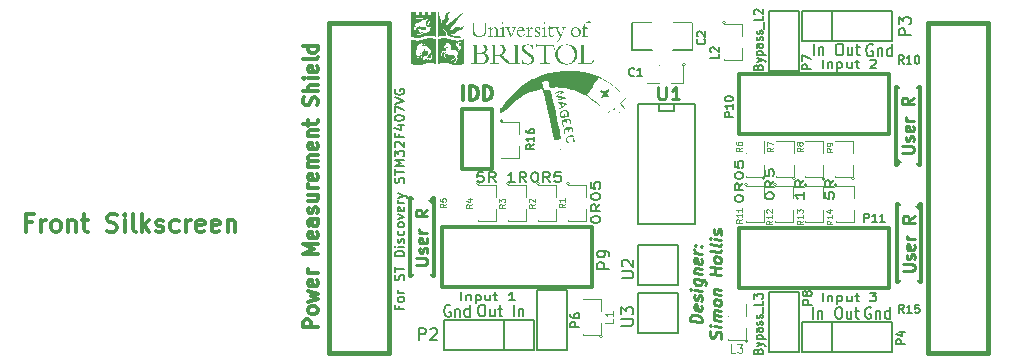
<source format=gto>
G04 (created by PCBNEW (2013-07-07 BZR 4022)-stable) date 06/11/2013 18:13:25*
%MOIN*%
G04 Gerber Fmt 3.4, Leading zero omitted, Abs format*
%FSLAX34Y34*%
G01*
G70*
G90*
G04 APERTURE LIST*
%ADD10C,0.00590551*%
%ADD11C,0.00688976*%
%ADD12C,0.011811*%
%ADD13C,0.00984252*%
%ADD14C,0.00787402*%
%ADD15C,0.0039*%
%ADD16C,0.005*%
%ADD17C,0.015748*%
%ADD18C,0.015*%
%ADD19C,0.008*%
%ADD20C,0.0001*%
%ADD21C,0.012*%
%ADD22C,0.006*%
%ADD23C,0.0043*%
%ADD24C,0.00492126*%
%ADD25R,0.0412992X0.0612992*%
%ADD26R,0.0662992X0.0862992*%
%ADD27R,0.0662992X0.0662992*%
%ADD28C,0.0662992*%
%ADD29R,0.0512992X0.0262992*%
%ADD30R,0.0612992X0.0412992*%
%ADD31R,0.0612992X0.0612992*%
%ADD32C,0.0612992*%
%ADD33C,0.0712992*%
%ADD34R,0.0515748X0.0311024*%
%ADD35R,0.0515748X0.023622*%
G04 APERTURE END LIST*
G54D10*
G54D11*
X54842Y-42641D02*
X54842Y-42365D01*
X55011Y-42457D02*
X55011Y-42641D01*
X55011Y-42483D02*
X55028Y-42470D01*
X55061Y-42457D01*
X55112Y-42457D01*
X55146Y-42470D01*
X55163Y-42496D01*
X55163Y-42641D01*
X55331Y-42457D02*
X55331Y-42732D01*
X55331Y-42470D02*
X55365Y-42457D01*
X55433Y-42457D01*
X55466Y-42470D01*
X55483Y-42483D01*
X55500Y-42509D01*
X55500Y-42588D01*
X55483Y-42614D01*
X55466Y-42627D01*
X55433Y-42641D01*
X55365Y-42641D01*
X55331Y-42627D01*
X55804Y-42457D02*
X55804Y-42641D01*
X55652Y-42457D02*
X55652Y-42601D01*
X55669Y-42627D01*
X55703Y-42641D01*
X55753Y-42641D01*
X55787Y-42627D01*
X55804Y-42614D01*
X55922Y-42457D02*
X56057Y-42457D01*
X55973Y-42365D02*
X55973Y-42601D01*
X55989Y-42627D01*
X56023Y-42641D01*
X56057Y-42641D01*
X56411Y-42365D02*
X56631Y-42365D01*
X56512Y-42470D01*
X56563Y-42470D01*
X56597Y-42483D01*
X56614Y-42496D01*
X56631Y-42522D01*
X56631Y-42588D01*
X56614Y-42614D01*
X56597Y-42627D01*
X56563Y-42641D01*
X56462Y-42641D01*
X56428Y-42627D01*
X56411Y-42614D01*
X54842Y-34865D02*
X54842Y-34589D01*
X55011Y-34681D02*
X55011Y-34865D01*
X55011Y-34708D02*
X55028Y-34694D01*
X55061Y-34681D01*
X55112Y-34681D01*
X55146Y-34694D01*
X55163Y-34721D01*
X55163Y-34865D01*
X55331Y-34681D02*
X55331Y-34957D01*
X55331Y-34694D02*
X55365Y-34681D01*
X55433Y-34681D01*
X55466Y-34694D01*
X55483Y-34708D01*
X55500Y-34734D01*
X55500Y-34812D01*
X55483Y-34839D01*
X55466Y-34852D01*
X55433Y-34865D01*
X55365Y-34865D01*
X55331Y-34852D01*
X55804Y-34681D02*
X55804Y-34865D01*
X55652Y-34681D02*
X55652Y-34826D01*
X55669Y-34852D01*
X55703Y-34865D01*
X55753Y-34865D01*
X55787Y-34852D01*
X55804Y-34839D01*
X55922Y-34681D02*
X56057Y-34681D01*
X55973Y-34589D02*
X55973Y-34826D01*
X55989Y-34852D01*
X56023Y-34865D01*
X56057Y-34865D01*
X56428Y-34616D02*
X56445Y-34603D01*
X56479Y-34589D01*
X56563Y-34589D01*
X56597Y-34603D01*
X56614Y-34616D01*
X56631Y-34642D01*
X56631Y-34668D01*
X56614Y-34708D01*
X56411Y-34865D01*
X56631Y-34865D01*
X42785Y-42621D02*
X42785Y-42345D01*
X42954Y-42437D02*
X42954Y-42621D01*
X42954Y-42463D02*
X42971Y-42450D01*
X43004Y-42437D01*
X43055Y-42437D01*
X43089Y-42450D01*
X43106Y-42477D01*
X43106Y-42621D01*
X43274Y-42437D02*
X43274Y-42713D01*
X43274Y-42450D02*
X43308Y-42437D01*
X43375Y-42437D01*
X43409Y-42450D01*
X43426Y-42463D01*
X43443Y-42490D01*
X43443Y-42568D01*
X43426Y-42595D01*
X43409Y-42608D01*
X43375Y-42621D01*
X43308Y-42621D01*
X43274Y-42608D01*
X43747Y-42437D02*
X43747Y-42621D01*
X43595Y-42437D02*
X43595Y-42582D01*
X43612Y-42608D01*
X43645Y-42621D01*
X43696Y-42621D01*
X43730Y-42608D01*
X43747Y-42595D01*
X43865Y-42437D02*
X44000Y-42437D01*
X43915Y-42345D02*
X43915Y-42582D01*
X43932Y-42608D01*
X43966Y-42621D01*
X44000Y-42621D01*
X44573Y-42621D02*
X44371Y-42621D01*
X44472Y-42621D02*
X44472Y-42345D01*
X44438Y-42385D01*
X44405Y-42411D01*
X44371Y-42424D01*
G54D12*
X38006Y-43519D02*
X37533Y-43519D01*
X37533Y-43339D01*
X37556Y-43294D01*
X37578Y-43271D01*
X37623Y-43249D01*
X37691Y-43249D01*
X37736Y-43271D01*
X37758Y-43294D01*
X37781Y-43339D01*
X37781Y-43519D01*
X38006Y-42979D02*
X37983Y-43024D01*
X37961Y-43046D01*
X37916Y-43069D01*
X37781Y-43069D01*
X37736Y-43046D01*
X37713Y-43024D01*
X37691Y-42979D01*
X37691Y-42911D01*
X37713Y-42866D01*
X37736Y-42844D01*
X37781Y-42821D01*
X37916Y-42821D01*
X37961Y-42844D01*
X37983Y-42866D01*
X38006Y-42911D01*
X38006Y-42979D01*
X37691Y-42664D02*
X38006Y-42574D01*
X37781Y-42484D01*
X38006Y-42394D01*
X37691Y-42304D01*
X37983Y-41944D02*
X38006Y-41989D01*
X38006Y-42079D01*
X37983Y-42124D01*
X37938Y-42147D01*
X37758Y-42147D01*
X37713Y-42124D01*
X37691Y-42079D01*
X37691Y-41989D01*
X37713Y-41944D01*
X37758Y-41922D01*
X37803Y-41922D01*
X37848Y-42147D01*
X38006Y-41719D02*
X37691Y-41719D01*
X37781Y-41719D02*
X37736Y-41697D01*
X37713Y-41674D01*
X37691Y-41629D01*
X37691Y-41584D01*
X38006Y-41067D02*
X37533Y-41067D01*
X37871Y-40909D01*
X37533Y-40752D01*
X38006Y-40752D01*
X37983Y-40347D02*
X38006Y-40392D01*
X38006Y-40482D01*
X37983Y-40527D01*
X37938Y-40549D01*
X37758Y-40549D01*
X37713Y-40527D01*
X37691Y-40482D01*
X37691Y-40392D01*
X37713Y-40347D01*
X37758Y-40324D01*
X37803Y-40324D01*
X37848Y-40549D01*
X38006Y-39919D02*
X37758Y-39919D01*
X37713Y-39942D01*
X37691Y-39987D01*
X37691Y-40077D01*
X37713Y-40122D01*
X37983Y-39919D02*
X38006Y-39964D01*
X38006Y-40077D01*
X37983Y-40122D01*
X37938Y-40144D01*
X37893Y-40144D01*
X37848Y-40122D01*
X37826Y-40077D01*
X37826Y-39964D01*
X37803Y-39919D01*
X37983Y-39717D02*
X38006Y-39672D01*
X38006Y-39582D01*
X37983Y-39537D01*
X37938Y-39514D01*
X37916Y-39514D01*
X37871Y-39537D01*
X37848Y-39582D01*
X37848Y-39649D01*
X37826Y-39694D01*
X37781Y-39717D01*
X37758Y-39717D01*
X37713Y-39694D01*
X37691Y-39649D01*
X37691Y-39582D01*
X37713Y-39537D01*
X37691Y-39109D02*
X38006Y-39109D01*
X37691Y-39312D02*
X37938Y-39312D01*
X37983Y-39289D01*
X38006Y-39244D01*
X38006Y-39177D01*
X37983Y-39132D01*
X37961Y-39109D01*
X38006Y-38884D02*
X37691Y-38884D01*
X37781Y-38884D02*
X37736Y-38862D01*
X37713Y-38839D01*
X37691Y-38794D01*
X37691Y-38749D01*
X37983Y-38412D02*
X38006Y-38457D01*
X38006Y-38547D01*
X37983Y-38592D01*
X37938Y-38615D01*
X37758Y-38615D01*
X37713Y-38592D01*
X37691Y-38547D01*
X37691Y-38457D01*
X37713Y-38412D01*
X37758Y-38390D01*
X37803Y-38390D01*
X37848Y-38615D01*
X38006Y-38187D02*
X37691Y-38187D01*
X37736Y-38187D02*
X37713Y-38165D01*
X37691Y-38120D01*
X37691Y-38052D01*
X37713Y-38007D01*
X37758Y-37985D01*
X38006Y-37985D01*
X37758Y-37985D02*
X37713Y-37962D01*
X37691Y-37917D01*
X37691Y-37850D01*
X37713Y-37805D01*
X37758Y-37782D01*
X38006Y-37782D01*
X37983Y-37377D02*
X38006Y-37422D01*
X38006Y-37512D01*
X37983Y-37557D01*
X37938Y-37580D01*
X37758Y-37580D01*
X37713Y-37557D01*
X37691Y-37512D01*
X37691Y-37422D01*
X37713Y-37377D01*
X37758Y-37355D01*
X37803Y-37355D01*
X37848Y-37580D01*
X37691Y-37152D02*
X38006Y-37152D01*
X37736Y-37152D02*
X37713Y-37130D01*
X37691Y-37085D01*
X37691Y-37017D01*
X37713Y-36972D01*
X37758Y-36950D01*
X38006Y-36950D01*
X37691Y-36792D02*
X37691Y-36612D01*
X37533Y-36725D02*
X37938Y-36725D01*
X37983Y-36702D01*
X38006Y-36657D01*
X38006Y-36612D01*
X37983Y-36117D02*
X38006Y-36050D01*
X38006Y-35937D01*
X37983Y-35892D01*
X37961Y-35870D01*
X37916Y-35847D01*
X37871Y-35847D01*
X37826Y-35870D01*
X37803Y-35892D01*
X37781Y-35937D01*
X37758Y-36027D01*
X37736Y-36072D01*
X37713Y-36095D01*
X37668Y-36117D01*
X37623Y-36117D01*
X37578Y-36095D01*
X37556Y-36072D01*
X37533Y-36027D01*
X37533Y-35915D01*
X37556Y-35847D01*
X38006Y-35645D02*
X37533Y-35645D01*
X38006Y-35442D02*
X37758Y-35442D01*
X37713Y-35465D01*
X37691Y-35510D01*
X37691Y-35577D01*
X37713Y-35622D01*
X37736Y-35645D01*
X38006Y-35217D02*
X37691Y-35217D01*
X37533Y-35217D02*
X37556Y-35240D01*
X37578Y-35217D01*
X37556Y-35195D01*
X37533Y-35217D01*
X37578Y-35217D01*
X37983Y-34812D02*
X38006Y-34857D01*
X38006Y-34947D01*
X37983Y-34992D01*
X37938Y-35015D01*
X37758Y-35015D01*
X37713Y-34992D01*
X37691Y-34947D01*
X37691Y-34857D01*
X37713Y-34812D01*
X37758Y-34790D01*
X37803Y-34790D01*
X37848Y-35015D01*
X38006Y-34520D02*
X37983Y-34565D01*
X37938Y-34588D01*
X37533Y-34588D01*
X38006Y-34138D02*
X37533Y-34138D01*
X37983Y-34138D02*
X38006Y-34183D01*
X38006Y-34273D01*
X37983Y-34318D01*
X37961Y-34340D01*
X37916Y-34363D01*
X37781Y-34363D01*
X37736Y-34340D01*
X37713Y-34318D01*
X37691Y-34273D01*
X37691Y-34183D01*
X37713Y-34138D01*
G54D11*
X56504Y-34105D02*
X56470Y-34086D01*
X56420Y-34086D01*
X56369Y-34105D01*
X56335Y-34142D01*
X56318Y-34180D01*
X56302Y-34255D01*
X56302Y-34311D01*
X56318Y-34386D01*
X56335Y-34423D01*
X56369Y-34461D01*
X56420Y-34480D01*
X56453Y-34480D01*
X56504Y-34461D01*
X56521Y-34442D01*
X56521Y-34311D01*
X56453Y-34311D01*
X56673Y-34217D02*
X56673Y-34480D01*
X56673Y-34255D02*
X56690Y-34236D01*
X56723Y-34217D01*
X56774Y-34217D01*
X56808Y-34236D01*
X56825Y-34273D01*
X56825Y-34480D01*
X57145Y-34480D02*
X57145Y-34086D01*
X57145Y-34461D02*
X57111Y-34480D01*
X57044Y-34480D01*
X57010Y-34461D01*
X56993Y-34442D01*
X56976Y-34405D01*
X56976Y-34292D01*
X56993Y-34255D01*
X57010Y-34236D01*
X57044Y-34217D01*
X57111Y-34217D01*
X57145Y-34236D01*
X54543Y-34450D02*
X54543Y-34056D01*
X54711Y-34188D02*
X54711Y-34450D01*
X54711Y-34225D02*
X54728Y-34206D01*
X54762Y-34188D01*
X54812Y-34188D01*
X54846Y-34206D01*
X54863Y-34244D01*
X54863Y-34450D01*
X55369Y-34056D02*
X55437Y-34056D01*
X55471Y-34075D01*
X55504Y-34113D01*
X55521Y-34188D01*
X55521Y-34319D01*
X55504Y-34394D01*
X55471Y-34431D01*
X55437Y-34450D01*
X55369Y-34450D01*
X55336Y-34431D01*
X55302Y-34394D01*
X55285Y-34319D01*
X55285Y-34188D01*
X55302Y-34113D01*
X55336Y-34075D01*
X55369Y-34056D01*
X55825Y-34188D02*
X55825Y-34450D01*
X55673Y-34188D02*
X55673Y-34394D01*
X55690Y-34431D01*
X55724Y-34450D01*
X55774Y-34450D01*
X55808Y-34431D01*
X55825Y-34413D01*
X55943Y-34188D02*
X56078Y-34188D01*
X55994Y-34056D02*
X55994Y-34394D01*
X56010Y-34431D01*
X56044Y-34450D01*
X56078Y-34450D01*
X56445Y-42855D02*
X56411Y-42836D01*
X56361Y-42836D01*
X56310Y-42855D01*
X56276Y-42892D01*
X56259Y-42930D01*
X56242Y-43005D01*
X56242Y-43061D01*
X56259Y-43136D01*
X56276Y-43173D01*
X56310Y-43211D01*
X56361Y-43230D01*
X56394Y-43230D01*
X56445Y-43211D01*
X56462Y-43192D01*
X56462Y-43061D01*
X56394Y-43061D01*
X56614Y-42967D02*
X56614Y-43230D01*
X56614Y-43005D02*
X56631Y-42986D01*
X56664Y-42967D01*
X56715Y-42967D01*
X56749Y-42986D01*
X56766Y-43023D01*
X56766Y-43230D01*
X57086Y-43230D02*
X57086Y-42836D01*
X57086Y-43211D02*
X57052Y-43230D01*
X56985Y-43230D01*
X56951Y-43211D01*
X56934Y-43192D01*
X56917Y-43155D01*
X56917Y-43042D01*
X56934Y-43005D01*
X56951Y-42986D01*
X56985Y-42967D01*
X57052Y-42967D01*
X57086Y-42986D01*
X54513Y-43230D02*
X54513Y-42836D01*
X54682Y-42967D02*
X54682Y-43230D01*
X54682Y-43005D02*
X54699Y-42986D01*
X54732Y-42967D01*
X54783Y-42967D01*
X54817Y-42986D01*
X54834Y-43023D01*
X54834Y-43230D01*
X55340Y-42836D02*
X55407Y-42836D01*
X55441Y-42855D01*
X55475Y-42892D01*
X55492Y-42967D01*
X55492Y-43098D01*
X55475Y-43173D01*
X55441Y-43211D01*
X55407Y-43230D01*
X55340Y-43230D01*
X55306Y-43211D01*
X55272Y-43173D01*
X55255Y-43098D01*
X55255Y-42967D01*
X55272Y-42892D01*
X55306Y-42855D01*
X55340Y-42836D01*
X55795Y-42967D02*
X55795Y-43230D01*
X55643Y-42967D02*
X55643Y-43173D01*
X55660Y-43211D01*
X55694Y-43230D01*
X55745Y-43230D01*
X55778Y-43211D01*
X55795Y-43192D01*
X55913Y-42967D02*
X56048Y-42967D01*
X55964Y-42836D02*
X55964Y-43173D01*
X55981Y-43211D01*
X56015Y-43230D01*
X56048Y-43230D01*
X42429Y-42786D02*
X42395Y-42767D01*
X42345Y-42767D01*
X42294Y-42786D01*
X42260Y-42823D01*
X42244Y-42861D01*
X42227Y-42936D01*
X42227Y-42992D01*
X42244Y-43067D01*
X42260Y-43105D01*
X42294Y-43142D01*
X42345Y-43161D01*
X42379Y-43161D01*
X42429Y-43142D01*
X42446Y-43123D01*
X42446Y-42992D01*
X42379Y-42992D01*
X42598Y-42898D02*
X42598Y-43161D01*
X42598Y-42936D02*
X42615Y-42917D01*
X42649Y-42898D01*
X42699Y-42898D01*
X42733Y-42917D01*
X42750Y-42955D01*
X42750Y-43161D01*
X43070Y-43161D02*
X43070Y-42767D01*
X43070Y-43142D02*
X43037Y-43161D01*
X42969Y-43161D01*
X42935Y-43142D01*
X42919Y-43123D01*
X42902Y-43086D01*
X42902Y-42973D01*
X42919Y-42936D01*
X42935Y-42917D01*
X42969Y-42898D01*
X43037Y-42898D01*
X43070Y-42917D01*
X43449Y-42757D02*
X43516Y-42757D01*
X43550Y-42776D01*
X43584Y-42814D01*
X43600Y-42889D01*
X43600Y-43020D01*
X43584Y-43095D01*
X43550Y-43132D01*
X43516Y-43151D01*
X43449Y-43151D01*
X43415Y-43132D01*
X43381Y-43095D01*
X43364Y-43020D01*
X43364Y-42889D01*
X43381Y-42814D01*
X43415Y-42776D01*
X43449Y-42757D01*
X43904Y-42889D02*
X43904Y-43151D01*
X43752Y-42889D02*
X43752Y-43095D01*
X43769Y-43132D01*
X43803Y-43151D01*
X43854Y-43151D01*
X43887Y-43132D01*
X43904Y-43113D01*
X44022Y-42889D02*
X44157Y-42889D01*
X44073Y-42757D02*
X44073Y-43095D01*
X44090Y-43132D01*
X44124Y-43151D01*
X44157Y-43151D01*
X44545Y-43151D02*
X44545Y-42757D01*
X44714Y-42889D02*
X44714Y-43151D01*
X44714Y-42926D02*
X44731Y-42907D01*
X44765Y-42889D01*
X44815Y-42889D01*
X44849Y-42907D01*
X44866Y-42945D01*
X44866Y-43151D01*
G54D13*
X57482Y-37700D02*
X57800Y-37700D01*
X57838Y-37681D01*
X57857Y-37663D01*
X57875Y-37625D01*
X57875Y-37550D01*
X57857Y-37513D01*
X57838Y-37494D01*
X57800Y-37475D01*
X57482Y-37475D01*
X57857Y-37306D02*
X57875Y-37269D01*
X57875Y-37194D01*
X57857Y-37156D01*
X57819Y-37138D01*
X57800Y-37138D01*
X57763Y-37156D01*
X57744Y-37194D01*
X57744Y-37250D01*
X57725Y-37288D01*
X57688Y-37306D01*
X57669Y-37306D01*
X57632Y-37288D01*
X57613Y-37250D01*
X57613Y-37194D01*
X57632Y-37156D01*
X57857Y-36819D02*
X57875Y-36856D01*
X57875Y-36931D01*
X57857Y-36969D01*
X57819Y-36988D01*
X57669Y-36988D01*
X57632Y-36969D01*
X57613Y-36931D01*
X57613Y-36856D01*
X57632Y-36819D01*
X57669Y-36800D01*
X57707Y-36800D01*
X57744Y-36988D01*
X57875Y-36631D02*
X57613Y-36631D01*
X57688Y-36631D02*
X57650Y-36613D01*
X57632Y-36594D01*
X57613Y-36556D01*
X57613Y-36519D01*
X57875Y-35863D02*
X57688Y-35994D01*
X57875Y-36088D02*
X57482Y-36088D01*
X57482Y-35938D01*
X57500Y-35900D01*
X57519Y-35882D01*
X57557Y-35863D01*
X57613Y-35863D01*
X57650Y-35882D01*
X57669Y-35900D01*
X57688Y-35938D01*
X57688Y-36088D01*
X57511Y-41637D02*
X57830Y-41637D01*
X57867Y-41618D01*
X57886Y-41600D01*
X57905Y-41562D01*
X57905Y-41487D01*
X57886Y-41450D01*
X57867Y-41431D01*
X57830Y-41412D01*
X57511Y-41412D01*
X57886Y-41243D02*
X57905Y-41206D01*
X57905Y-41131D01*
X57886Y-41093D01*
X57849Y-41075D01*
X57830Y-41075D01*
X57792Y-41093D01*
X57774Y-41131D01*
X57774Y-41187D01*
X57755Y-41225D01*
X57717Y-41243D01*
X57699Y-41243D01*
X57661Y-41225D01*
X57642Y-41187D01*
X57642Y-41131D01*
X57661Y-41093D01*
X57886Y-40756D02*
X57905Y-40793D01*
X57905Y-40868D01*
X57886Y-40906D01*
X57849Y-40925D01*
X57699Y-40925D01*
X57661Y-40906D01*
X57642Y-40868D01*
X57642Y-40793D01*
X57661Y-40756D01*
X57699Y-40737D01*
X57736Y-40737D01*
X57774Y-40925D01*
X57905Y-40568D02*
X57642Y-40568D01*
X57717Y-40568D02*
X57680Y-40550D01*
X57661Y-40531D01*
X57642Y-40494D01*
X57642Y-40456D01*
X57905Y-39800D02*
X57717Y-39931D01*
X57905Y-40025D02*
X57511Y-40025D01*
X57511Y-39875D01*
X57530Y-39837D01*
X57549Y-39819D01*
X57586Y-39800D01*
X57642Y-39800D01*
X57680Y-39819D01*
X57699Y-39837D01*
X57717Y-39875D01*
X57717Y-40025D01*
X41271Y-41430D02*
X41590Y-41430D01*
X41627Y-41412D01*
X41646Y-41393D01*
X41665Y-41355D01*
X41665Y-41280D01*
X41646Y-41243D01*
X41627Y-41224D01*
X41590Y-41205D01*
X41271Y-41205D01*
X41646Y-41037D02*
X41665Y-40999D01*
X41665Y-40924D01*
X41646Y-40887D01*
X41609Y-40868D01*
X41590Y-40868D01*
X41552Y-40887D01*
X41534Y-40924D01*
X41534Y-40980D01*
X41515Y-41018D01*
X41477Y-41037D01*
X41459Y-41037D01*
X41421Y-41018D01*
X41402Y-40980D01*
X41402Y-40924D01*
X41421Y-40887D01*
X41646Y-40549D02*
X41665Y-40587D01*
X41665Y-40662D01*
X41646Y-40699D01*
X41609Y-40718D01*
X41459Y-40718D01*
X41421Y-40699D01*
X41402Y-40662D01*
X41402Y-40587D01*
X41421Y-40549D01*
X41459Y-40531D01*
X41496Y-40531D01*
X41534Y-40718D01*
X41665Y-40362D02*
X41402Y-40362D01*
X41477Y-40362D02*
X41440Y-40343D01*
X41421Y-40324D01*
X41402Y-40287D01*
X41402Y-40249D01*
X41665Y-39593D02*
X41477Y-39724D01*
X41665Y-39818D02*
X41271Y-39818D01*
X41271Y-39668D01*
X41290Y-39631D01*
X41309Y-39612D01*
X41346Y-39593D01*
X41402Y-39593D01*
X41440Y-39612D01*
X41459Y-39631D01*
X41477Y-39668D01*
X41477Y-39818D01*
G54D12*
X28481Y-40018D02*
X28284Y-40018D01*
X28284Y-40327D02*
X28284Y-39737D01*
X28565Y-39737D01*
X28790Y-40327D02*
X28790Y-39933D01*
X28790Y-40046D02*
X28818Y-39990D01*
X28847Y-39962D01*
X28903Y-39933D01*
X28959Y-39933D01*
X29240Y-40327D02*
X29184Y-40299D01*
X29156Y-40271D01*
X29128Y-40215D01*
X29128Y-40046D01*
X29156Y-39990D01*
X29184Y-39962D01*
X29240Y-39933D01*
X29325Y-39933D01*
X29381Y-39962D01*
X29409Y-39990D01*
X29437Y-40046D01*
X29437Y-40215D01*
X29409Y-40271D01*
X29381Y-40299D01*
X29325Y-40327D01*
X29240Y-40327D01*
X29690Y-39933D02*
X29690Y-40327D01*
X29690Y-39990D02*
X29718Y-39962D01*
X29775Y-39933D01*
X29859Y-39933D01*
X29915Y-39962D01*
X29943Y-40018D01*
X29943Y-40327D01*
X30140Y-39933D02*
X30365Y-39933D01*
X30224Y-39737D02*
X30224Y-40243D01*
X30253Y-40299D01*
X30309Y-40327D01*
X30365Y-40327D01*
X30984Y-40299D02*
X31068Y-40327D01*
X31209Y-40327D01*
X31265Y-40299D01*
X31293Y-40271D01*
X31321Y-40215D01*
X31321Y-40158D01*
X31293Y-40102D01*
X31265Y-40074D01*
X31209Y-40046D01*
X31096Y-40018D01*
X31040Y-39990D01*
X31012Y-39962D01*
X30984Y-39905D01*
X30984Y-39849D01*
X31012Y-39793D01*
X31040Y-39765D01*
X31096Y-39737D01*
X31237Y-39737D01*
X31321Y-39765D01*
X31574Y-40327D02*
X31574Y-39933D01*
X31574Y-39737D02*
X31546Y-39765D01*
X31574Y-39793D01*
X31602Y-39765D01*
X31574Y-39737D01*
X31574Y-39793D01*
X31940Y-40327D02*
X31884Y-40299D01*
X31856Y-40243D01*
X31856Y-39737D01*
X32165Y-40327D02*
X32165Y-39737D01*
X32221Y-40102D02*
X32390Y-40327D01*
X32390Y-39933D02*
X32165Y-40158D01*
X32615Y-40299D02*
X32671Y-40327D01*
X32784Y-40327D01*
X32840Y-40299D01*
X32868Y-40243D01*
X32868Y-40215D01*
X32840Y-40158D01*
X32784Y-40130D01*
X32699Y-40130D01*
X32643Y-40102D01*
X32615Y-40046D01*
X32615Y-40018D01*
X32643Y-39962D01*
X32699Y-39933D01*
X32784Y-39933D01*
X32840Y-39962D01*
X33374Y-40299D02*
X33318Y-40327D01*
X33205Y-40327D01*
X33149Y-40299D01*
X33121Y-40271D01*
X33093Y-40215D01*
X33093Y-40046D01*
X33121Y-39990D01*
X33149Y-39962D01*
X33205Y-39933D01*
X33318Y-39933D01*
X33374Y-39962D01*
X33627Y-40327D02*
X33627Y-39933D01*
X33627Y-40046D02*
X33655Y-39990D01*
X33683Y-39962D01*
X33740Y-39933D01*
X33796Y-39933D01*
X34218Y-40299D02*
X34161Y-40327D01*
X34049Y-40327D01*
X33993Y-40299D01*
X33965Y-40243D01*
X33965Y-40018D01*
X33993Y-39962D01*
X34049Y-39933D01*
X34161Y-39933D01*
X34218Y-39962D01*
X34246Y-40018D01*
X34246Y-40074D01*
X33965Y-40130D01*
X34724Y-40299D02*
X34668Y-40327D01*
X34555Y-40327D01*
X34499Y-40299D01*
X34471Y-40243D01*
X34471Y-40018D01*
X34499Y-39962D01*
X34555Y-39933D01*
X34668Y-39933D01*
X34724Y-39962D01*
X34752Y-40018D01*
X34752Y-40074D01*
X34471Y-40130D01*
X35005Y-39933D02*
X35005Y-40327D01*
X35005Y-39990D02*
X35033Y-39962D01*
X35089Y-39933D01*
X35174Y-39933D01*
X35230Y-39962D01*
X35258Y-40018D01*
X35258Y-40327D01*
G54D13*
X50818Y-43342D02*
X50425Y-43293D01*
X50425Y-43199D01*
X50443Y-43145D01*
X50481Y-43112D01*
X50518Y-43098D01*
X50593Y-43089D01*
X50650Y-43096D01*
X50725Y-43124D01*
X50762Y-43147D01*
X50800Y-43190D01*
X50818Y-43248D01*
X50818Y-43342D01*
X50800Y-42796D02*
X50818Y-42836D01*
X50818Y-42911D01*
X50800Y-42946D01*
X50762Y-42960D01*
X50612Y-42941D01*
X50575Y-42918D01*
X50556Y-42878D01*
X50556Y-42803D01*
X50575Y-42768D01*
X50612Y-42754D01*
X50650Y-42758D01*
X50687Y-42951D01*
X50800Y-42627D02*
X50818Y-42592D01*
X50818Y-42517D01*
X50800Y-42477D01*
X50762Y-42454D01*
X50743Y-42451D01*
X50706Y-42466D01*
X50687Y-42501D01*
X50687Y-42557D01*
X50668Y-42592D01*
X50631Y-42606D01*
X50612Y-42604D01*
X50575Y-42580D01*
X50556Y-42541D01*
X50556Y-42484D01*
X50575Y-42449D01*
X50818Y-42292D02*
X50556Y-42259D01*
X50425Y-42243D02*
X50443Y-42264D01*
X50462Y-42248D01*
X50443Y-42226D01*
X50425Y-42243D01*
X50462Y-42248D01*
X50556Y-41903D02*
X50875Y-41943D01*
X50912Y-41966D01*
X50931Y-41987D01*
X50950Y-42027D01*
X50950Y-42084D01*
X50931Y-42119D01*
X50800Y-41934D02*
X50818Y-41973D01*
X50818Y-42048D01*
X50800Y-42084D01*
X50781Y-42100D01*
X50743Y-42114D01*
X50631Y-42100D01*
X50593Y-42077D01*
X50575Y-42055D01*
X50556Y-42016D01*
X50556Y-41941D01*
X50575Y-41905D01*
X50556Y-41716D02*
X50818Y-41748D01*
X50593Y-41720D02*
X50575Y-41699D01*
X50556Y-41659D01*
X50556Y-41603D01*
X50575Y-41568D01*
X50612Y-41554D01*
X50818Y-41580D01*
X50800Y-41240D02*
X50818Y-41280D01*
X50818Y-41355D01*
X50800Y-41390D01*
X50762Y-41404D01*
X50612Y-41385D01*
X50575Y-41362D01*
X50556Y-41322D01*
X50556Y-41247D01*
X50575Y-41212D01*
X50612Y-41198D01*
X50650Y-41202D01*
X50687Y-41395D01*
X50818Y-41055D02*
X50556Y-41022D01*
X50631Y-41031D02*
X50593Y-41008D01*
X50575Y-40987D01*
X50556Y-40947D01*
X50556Y-40909D01*
X50781Y-40806D02*
X50800Y-40790D01*
X50818Y-40811D01*
X50800Y-40827D01*
X50781Y-40806D01*
X50818Y-40811D01*
X50575Y-40781D02*
X50593Y-40764D01*
X50612Y-40785D01*
X50593Y-40802D01*
X50575Y-40781D01*
X50612Y-40785D01*
X51449Y-43893D02*
X51468Y-43839D01*
X51468Y-43745D01*
X51449Y-43705D01*
X51430Y-43684D01*
X51393Y-43661D01*
X51355Y-43656D01*
X51318Y-43670D01*
X51299Y-43686D01*
X51280Y-43722D01*
X51262Y-43794D01*
X51243Y-43829D01*
X51224Y-43846D01*
X51187Y-43860D01*
X51149Y-43855D01*
X51112Y-43832D01*
X51093Y-43811D01*
X51074Y-43771D01*
X51074Y-43677D01*
X51093Y-43623D01*
X51468Y-43501D02*
X51205Y-43469D01*
X51074Y-43452D02*
X51093Y-43473D01*
X51112Y-43457D01*
X51093Y-43436D01*
X51074Y-43452D01*
X51112Y-43457D01*
X51468Y-43314D02*
X51205Y-43281D01*
X51243Y-43286D02*
X51224Y-43265D01*
X51205Y-43225D01*
X51205Y-43169D01*
X51224Y-43133D01*
X51262Y-43119D01*
X51468Y-43145D01*
X51262Y-43119D02*
X51224Y-43096D01*
X51205Y-43056D01*
X51205Y-43000D01*
X51224Y-42965D01*
X51262Y-42951D01*
X51468Y-42976D01*
X51468Y-42733D02*
X51449Y-42768D01*
X51430Y-42784D01*
X51393Y-42798D01*
X51280Y-42784D01*
X51243Y-42761D01*
X51224Y-42740D01*
X51205Y-42700D01*
X51205Y-42644D01*
X51224Y-42608D01*
X51243Y-42592D01*
X51280Y-42578D01*
X51393Y-42592D01*
X51430Y-42616D01*
X51449Y-42637D01*
X51468Y-42676D01*
X51468Y-42733D01*
X51205Y-42400D02*
X51468Y-42433D01*
X51243Y-42405D02*
X51224Y-42383D01*
X51205Y-42344D01*
X51205Y-42287D01*
X51224Y-42252D01*
X51262Y-42238D01*
X51468Y-42264D01*
X51468Y-41777D02*
X51074Y-41727D01*
X51262Y-41751D02*
X51262Y-41526D01*
X51468Y-41552D02*
X51074Y-41502D01*
X51468Y-41308D02*
X51449Y-41343D01*
X51430Y-41359D01*
X51393Y-41373D01*
X51280Y-41359D01*
X51243Y-41336D01*
X51224Y-41315D01*
X51205Y-41275D01*
X51205Y-41219D01*
X51224Y-41184D01*
X51243Y-41167D01*
X51280Y-41153D01*
X51393Y-41167D01*
X51430Y-41191D01*
X51449Y-41212D01*
X51468Y-41252D01*
X51468Y-41308D01*
X51468Y-40952D02*
X51449Y-40987D01*
X51412Y-41001D01*
X51074Y-40959D01*
X51468Y-40745D02*
X51449Y-40781D01*
X51412Y-40795D01*
X51074Y-40752D01*
X51468Y-40595D02*
X51205Y-40563D01*
X51074Y-40546D02*
X51093Y-40567D01*
X51112Y-40551D01*
X51093Y-40530D01*
X51074Y-40546D01*
X51112Y-40551D01*
X51449Y-40424D02*
X51468Y-40389D01*
X51468Y-40314D01*
X51449Y-40274D01*
X51412Y-40251D01*
X51393Y-40249D01*
X51355Y-40263D01*
X51337Y-40298D01*
X51337Y-40354D01*
X51318Y-40389D01*
X51280Y-40403D01*
X51262Y-40401D01*
X51224Y-40377D01*
X51205Y-40338D01*
X51205Y-40281D01*
X51224Y-40246D01*
G54D14*
X40720Y-42812D02*
X40720Y-42917D01*
X40885Y-42917D02*
X40570Y-42917D01*
X40570Y-42767D01*
X40885Y-42602D02*
X40870Y-42632D01*
X40855Y-42647D01*
X40825Y-42662D01*
X40735Y-42662D01*
X40705Y-42647D01*
X40690Y-42632D01*
X40675Y-42602D01*
X40675Y-42557D01*
X40690Y-42527D01*
X40705Y-42512D01*
X40735Y-42497D01*
X40825Y-42497D01*
X40855Y-42512D01*
X40870Y-42527D01*
X40885Y-42557D01*
X40885Y-42602D01*
X40885Y-42362D02*
X40675Y-42362D01*
X40735Y-42362D02*
X40705Y-42347D01*
X40690Y-42332D01*
X40675Y-42302D01*
X40675Y-42272D01*
X40870Y-41942D02*
X40885Y-41897D01*
X40885Y-41822D01*
X40870Y-41792D01*
X40855Y-41777D01*
X40825Y-41762D01*
X40795Y-41762D01*
X40765Y-41777D01*
X40750Y-41792D01*
X40735Y-41822D01*
X40720Y-41882D01*
X40705Y-41912D01*
X40690Y-41927D01*
X40660Y-41942D01*
X40630Y-41942D01*
X40600Y-41927D01*
X40585Y-41912D01*
X40570Y-41882D01*
X40570Y-41807D01*
X40585Y-41762D01*
X40570Y-41672D02*
X40570Y-41492D01*
X40885Y-41582D02*
X40570Y-41582D01*
X40885Y-41147D02*
X40570Y-41147D01*
X40570Y-41072D01*
X40585Y-41027D01*
X40615Y-40997D01*
X40645Y-40982D01*
X40705Y-40967D01*
X40750Y-40967D01*
X40810Y-40982D01*
X40840Y-40997D01*
X40870Y-41027D01*
X40885Y-41072D01*
X40885Y-41147D01*
X40885Y-40832D02*
X40675Y-40832D01*
X40570Y-40832D02*
X40585Y-40847D01*
X40600Y-40832D01*
X40585Y-40817D01*
X40570Y-40832D01*
X40600Y-40832D01*
X40870Y-40697D02*
X40885Y-40667D01*
X40885Y-40607D01*
X40870Y-40577D01*
X40840Y-40562D01*
X40825Y-40562D01*
X40795Y-40577D01*
X40780Y-40607D01*
X40780Y-40652D01*
X40765Y-40682D01*
X40735Y-40697D01*
X40720Y-40697D01*
X40690Y-40682D01*
X40675Y-40652D01*
X40675Y-40607D01*
X40690Y-40577D01*
X40870Y-40292D02*
X40885Y-40322D01*
X40885Y-40382D01*
X40870Y-40412D01*
X40855Y-40427D01*
X40825Y-40442D01*
X40735Y-40442D01*
X40705Y-40427D01*
X40690Y-40412D01*
X40675Y-40382D01*
X40675Y-40322D01*
X40690Y-40292D01*
X40885Y-40112D02*
X40870Y-40142D01*
X40855Y-40157D01*
X40825Y-40172D01*
X40735Y-40172D01*
X40705Y-40157D01*
X40690Y-40142D01*
X40675Y-40112D01*
X40675Y-40067D01*
X40690Y-40037D01*
X40705Y-40022D01*
X40735Y-40007D01*
X40825Y-40007D01*
X40855Y-40022D01*
X40870Y-40037D01*
X40885Y-40067D01*
X40885Y-40112D01*
X40675Y-39902D02*
X40885Y-39827D01*
X40675Y-39752D01*
X40870Y-39512D02*
X40885Y-39542D01*
X40885Y-39602D01*
X40870Y-39632D01*
X40840Y-39647D01*
X40720Y-39647D01*
X40690Y-39632D01*
X40675Y-39602D01*
X40675Y-39542D01*
X40690Y-39512D01*
X40720Y-39497D01*
X40750Y-39497D01*
X40780Y-39647D01*
X40885Y-39362D02*
X40675Y-39362D01*
X40735Y-39362D02*
X40705Y-39347D01*
X40690Y-39332D01*
X40675Y-39302D01*
X40675Y-39272D01*
X40675Y-39197D02*
X40885Y-39122D01*
X40675Y-39047D02*
X40885Y-39122D01*
X40960Y-39152D01*
X40975Y-39167D01*
X40990Y-39197D01*
X40870Y-38702D02*
X40885Y-38657D01*
X40885Y-38582D01*
X40870Y-38552D01*
X40855Y-38537D01*
X40825Y-38522D01*
X40795Y-38522D01*
X40765Y-38537D01*
X40750Y-38552D01*
X40735Y-38582D01*
X40720Y-38642D01*
X40705Y-38672D01*
X40690Y-38687D01*
X40660Y-38702D01*
X40630Y-38702D01*
X40600Y-38687D01*
X40585Y-38672D01*
X40570Y-38642D01*
X40570Y-38567D01*
X40585Y-38522D01*
X40570Y-38432D02*
X40570Y-38252D01*
X40885Y-38342D02*
X40570Y-38342D01*
X40885Y-38147D02*
X40570Y-38147D01*
X40795Y-38042D01*
X40570Y-37937D01*
X40885Y-37937D01*
X40570Y-37817D02*
X40570Y-37622D01*
X40690Y-37727D01*
X40690Y-37682D01*
X40705Y-37652D01*
X40720Y-37637D01*
X40750Y-37622D01*
X40825Y-37622D01*
X40855Y-37637D01*
X40870Y-37652D01*
X40885Y-37682D01*
X40885Y-37772D01*
X40870Y-37802D01*
X40855Y-37817D01*
X40600Y-37502D02*
X40585Y-37487D01*
X40570Y-37457D01*
X40570Y-37382D01*
X40585Y-37352D01*
X40600Y-37337D01*
X40630Y-37322D01*
X40660Y-37322D01*
X40705Y-37337D01*
X40885Y-37517D01*
X40885Y-37322D01*
X40720Y-37082D02*
X40720Y-37187D01*
X40885Y-37187D02*
X40570Y-37187D01*
X40570Y-37037D01*
X40675Y-36782D02*
X40885Y-36782D01*
X40555Y-36857D02*
X40780Y-36932D01*
X40780Y-36737D01*
X40570Y-36557D02*
X40570Y-36527D01*
X40585Y-36497D01*
X40600Y-36482D01*
X40630Y-36467D01*
X40690Y-36452D01*
X40765Y-36452D01*
X40825Y-36467D01*
X40855Y-36482D01*
X40870Y-36497D01*
X40885Y-36527D01*
X40885Y-36557D01*
X40870Y-36587D01*
X40855Y-36602D01*
X40825Y-36617D01*
X40765Y-36632D01*
X40690Y-36632D01*
X40630Y-36617D01*
X40600Y-36602D01*
X40585Y-36587D01*
X40570Y-36557D01*
X40570Y-36347D02*
X40570Y-36137D01*
X40885Y-36272D01*
X40570Y-36062D02*
X40885Y-35958D01*
X40570Y-35853D01*
X40585Y-35583D02*
X40570Y-35613D01*
X40570Y-35658D01*
X40585Y-35703D01*
X40615Y-35733D01*
X40645Y-35748D01*
X40705Y-35763D01*
X40750Y-35763D01*
X40810Y-35748D01*
X40840Y-35733D01*
X40870Y-35703D01*
X40885Y-35658D01*
X40885Y-35628D01*
X40870Y-35583D01*
X40855Y-35568D01*
X40750Y-35568D01*
X40750Y-35628D01*
G54D12*
X42854Y-35939D02*
X42854Y-35466D01*
X43079Y-35939D02*
X43079Y-35466D01*
X43191Y-35466D01*
X43259Y-35489D01*
X43304Y-35534D01*
X43326Y-35579D01*
X43349Y-35669D01*
X43349Y-35736D01*
X43326Y-35826D01*
X43304Y-35871D01*
X43259Y-35916D01*
X43191Y-35939D01*
X43079Y-35939D01*
X43551Y-35939D02*
X43551Y-35466D01*
X43664Y-35466D01*
X43731Y-35489D01*
X43776Y-35534D01*
X43799Y-35579D01*
X43821Y-35669D01*
X43821Y-35736D01*
X43799Y-35826D01*
X43776Y-35871D01*
X43731Y-35916D01*
X43664Y-35939D01*
X43551Y-35939D01*
G54D15*
X50276Y-34759D02*
G75*
G03X50276Y-34759I-50J0D01*
G74*
G01*
X49776Y-34759D02*
X50176Y-34759D01*
X50176Y-34759D02*
X50176Y-35359D01*
X50176Y-35359D02*
X49776Y-35359D01*
X49376Y-35359D02*
X48976Y-35359D01*
X48976Y-35359D02*
X48976Y-34759D01*
X48976Y-34759D02*
X49376Y-34759D01*
G54D16*
X50488Y-34259D02*
X50488Y-33359D01*
X50488Y-33359D02*
X49838Y-33359D01*
X49138Y-34259D02*
X48488Y-34259D01*
X48488Y-34259D02*
X48488Y-33359D01*
X48488Y-33359D02*
X49138Y-33359D01*
X49838Y-34259D02*
X50488Y-34259D01*
G54D17*
X38385Y-33366D02*
X38385Y-44370D01*
X40374Y-44370D02*
X40374Y-33385D01*
X40374Y-44370D02*
X38385Y-44370D01*
G54D18*
X40370Y-33370D02*
X38370Y-33370D01*
G54D17*
X58366Y-33366D02*
X58366Y-44370D01*
X60354Y-44370D02*
X60354Y-33385D01*
X60354Y-44370D02*
X58366Y-44370D01*
G54D18*
X60350Y-33370D02*
X58350Y-33370D01*
G54D19*
X50594Y-40070D02*
X48694Y-40070D01*
X48694Y-40070D02*
X48694Y-36070D01*
X48694Y-36070D02*
X50594Y-36070D01*
X50594Y-36070D02*
X50594Y-40070D01*
X49894Y-36070D02*
X49894Y-36320D01*
X49894Y-36320D02*
X49394Y-36320D01*
X49394Y-36320D02*
X49394Y-36070D01*
G54D20*
G36*
X41131Y-33011D02*
X41146Y-33011D01*
X41146Y-33026D01*
X41131Y-33026D01*
X41131Y-33011D01*
X41131Y-33011D01*
G37*
G36*
X41146Y-33011D02*
X41161Y-33011D01*
X41161Y-33026D01*
X41146Y-33026D01*
X41146Y-33011D01*
X41146Y-33011D01*
G37*
G36*
X41161Y-33011D02*
X41176Y-33011D01*
X41176Y-33026D01*
X41161Y-33026D01*
X41161Y-33011D01*
X41161Y-33011D01*
G37*
G36*
X41176Y-33011D02*
X41191Y-33011D01*
X41191Y-33026D01*
X41176Y-33026D01*
X41176Y-33011D01*
X41176Y-33011D01*
G37*
G36*
X41191Y-33011D02*
X41206Y-33011D01*
X41206Y-33026D01*
X41191Y-33026D01*
X41191Y-33011D01*
X41191Y-33011D01*
G37*
G36*
X41206Y-33011D02*
X41221Y-33011D01*
X41221Y-33026D01*
X41206Y-33026D01*
X41206Y-33011D01*
X41206Y-33011D01*
G37*
G36*
X41221Y-33011D02*
X41236Y-33011D01*
X41236Y-33026D01*
X41221Y-33026D01*
X41221Y-33011D01*
X41221Y-33011D01*
G37*
G36*
X41236Y-33011D02*
X41251Y-33011D01*
X41251Y-33026D01*
X41236Y-33026D01*
X41236Y-33011D01*
X41236Y-33011D01*
G37*
G36*
X41251Y-33011D02*
X41266Y-33011D01*
X41266Y-33026D01*
X41251Y-33026D01*
X41251Y-33011D01*
X41251Y-33011D01*
G37*
G36*
X41266Y-33011D02*
X41281Y-33011D01*
X41281Y-33026D01*
X41266Y-33026D01*
X41266Y-33011D01*
X41266Y-33011D01*
G37*
G36*
X41281Y-33011D02*
X41296Y-33011D01*
X41296Y-33026D01*
X41281Y-33026D01*
X41281Y-33011D01*
X41281Y-33011D01*
G37*
G36*
X41386Y-33011D02*
X41401Y-33011D01*
X41401Y-33026D01*
X41386Y-33026D01*
X41386Y-33011D01*
X41386Y-33011D01*
G37*
G36*
X41401Y-33011D02*
X41416Y-33011D01*
X41416Y-33026D01*
X41401Y-33026D01*
X41401Y-33011D01*
X41401Y-33011D01*
G37*
G36*
X41416Y-33011D02*
X41431Y-33011D01*
X41431Y-33026D01*
X41416Y-33026D01*
X41416Y-33011D01*
X41416Y-33011D01*
G37*
G36*
X41431Y-33011D02*
X41446Y-33011D01*
X41446Y-33026D01*
X41431Y-33026D01*
X41431Y-33011D01*
X41431Y-33011D01*
G37*
G36*
X41446Y-33011D02*
X41461Y-33011D01*
X41461Y-33026D01*
X41446Y-33026D01*
X41446Y-33011D01*
X41446Y-33011D01*
G37*
G36*
X41461Y-33011D02*
X41476Y-33011D01*
X41476Y-33026D01*
X41461Y-33026D01*
X41461Y-33011D01*
X41461Y-33011D01*
G37*
G36*
X41476Y-33011D02*
X41491Y-33011D01*
X41491Y-33026D01*
X41476Y-33026D01*
X41476Y-33011D01*
X41476Y-33011D01*
G37*
G36*
X41581Y-33011D02*
X41596Y-33011D01*
X41596Y-33026D01*
X41581Y-33026D01*
X41581Y-33011D01*
X41581Y-33011D01*
G37*
G36*
X41596Y-33011D02*
X41611Y-33011D01*
X41611Y-33026D01*
X41596Y-33026D01*
X41596Y-33011D01*
X41596Y-33011D01*
G37*
G36*
X41611Y-33011D02*
X41626Y-33011D01*
X41626Y-33026D01*
X41611Y-33026D01*
X41611Y-33011D01*
X41611Y-33011D01*
G37*
G36*
X41626Y-33011D02*
X41641Y-33011D01*
X41641Y-33026D01*
X41626Y-33026D01*
X41626Y-33011D01*
X41626Y-33011D01*
G37*
G36*
X41641Y-33011D02*
X41656Y-33011D01*
X41656Y-33026D01*
X41641Y-33026D01*
X41641Y-33011D01*
X41641Y-33011D01*
G37*
G36*
X41656Y-33011D02*
X41671Y-33011D01*
X41671Y-33026D01*
X41656Y-33026D01*
X41656Y-33011D01*
X41656Y-33011D01*
G37*
G36*
X41671Y-33011D02*
X41686Y-33011D01*
X41686Y-33026D01*
X41671Y-33026D01*
X41671Y-33011D01*
X41671Y-33011D01*
G37*
G36*
X41776Y-33011D02*
X41791Y-33011D01*
X41791Y-33026D01*
X41776Y-33026D01*
X41776Y-33011D01*
X41776Y-33011D01*
G37*
G36*
X41791Y-33011D02*
X41806Y-33011D01*
X41806Y-33026D01*
X41791Y-33026D01*
X41791Y-33011D01*
X41791Y-33011D01*
G37*
G36*
X41806Y-33011D02*
X41821Y-33011D01*
X41821Y-33026D01*
X41806Y-33026D01*
X41806Y-33011D01*
X41806Y-33011D01*
G37*
G36*
X41821Y-33011D02*
X41836Y-33011D01*
X41836Y-33026D01*
X41821Y-33026D01*
X41821Y-33011D01*
X41821Y-33011D01*
G37*
G36*
X41836Y-33011D02*
X41851Y-33011D01*
X41851Y-33026D01*
X41836Y-33026D01*
X41836Y-33011D01*
X41836Y-33011D01*
G37*
G36*
X41851Y-33011D02*
X41866Y-33011D01*
X41866Y-33026D01*
X41851Y-33026D01*
X41851Y-33011D01*
X41851Y-33011D01*
G37*
G36*
X41866Y-33011D02*
X41881Y-33011D01*
X41881Y-33026D01*
X41866Y-33026D01*
X41866Y-33011D01*
X41866Y-33011D01*
G37*
G36*
X41881Y-33011D02*
X41896Y-33011D01*
X41896Y-33026D01*
X41881Y-33026D01*
X41881Y-33011D01*
X41881Y-33011D01*
G37*
G36*
X41896Y-33011D02*
X41911Y-33011D01*
X41911Y-33026D01*
X41896Y-33026D01*
X41896Y-33011D01*
X41896Y-33011D01*
G37*
G36*
X41911Y-33011D02*
X41926Y-33011D01*
X41926Y-33026D01*
X41911Y-33026D01*
X41911Y-33011D01*
X41911Y-33011D01*
G37*
G36*
X41926Y-33011D02*
X41941Y-33011D01*
X41941Y-33026D01*
X41926Y-33026D01*
X41926Y-33011D01*
X41926Y-33011D01*
G37*
G36*
X41941Y-33011D02*
X41956Y-33011D01*
X41956Y-33026D01*
X41941Y-33026D01*
X41941Y-33011D01*
X41941Y-33011D01*
G37*
G36*
X42031Y-33011D02*
X42046Y-33011D01*
X42046Y-33026D01*
X42031Y-33026D01*
X42031Y-33011D01*
X42031Y-33011D01*
G37*
G36*
X42361Y-33011D02*
X42376Y-33011D01*
X42376Y-33026D01*
X42361Y-33026D01*
X42361Y-33011D01*
X42361Y-33011D01*
G37*
G36*
X42376Y-33011D02*
X42391Y-33011D01*
X42391Y-33026D01*
X42376Y-33026D01*
X42376Y-33011D01*
X42376Y-33011D01*
G37*
G36*
X42391Y-33011D02*
X42406Y-33011D01*
X42406Y-33026D01*
X42391Y-33026D01*
X42391Y-33011D01*
X42391Y-33011D01*
G37*
G36*
X41131Y-33026D02*
X41146Y-33026D01*
X41146Y-33041D01*
X41131Y-33041D01*
X41131Y-33026D01*
X41131Y-33026D01*
G37*
G36*
X41146Y-33026D02*
X41161Y-33026D01*
X41161Y-33041D01*
X41146Y-33041D01*
X41146Y-33026D01*
X41146Y-33026D01*
G37*
G36*
X41161Y-33026D02*
X41176Y-33026D01*
X41176Y-33041D01*
X41161Y-33041D01*
X41161Y-33026D01*
X41161Y-33026D01*
G37*
G36*
X41176Y-33026D02*
X41191Y-33026D01*
X41191Y-33041D01*
X41176Y-33041D01*
X41176Y-33026D01*
X41176Y-33026D01*
G37*
G36*
X41191Y-33026D02*
X41206Y-33026D01*
X41206Y-33041D01*
X41191Y-33041D01*
X41191Y-33026D01*
X41191Y-33026D01*
G37*
G36*
X41206Y-33026D02*
X41221Y-33026D01*
X41221Y-33041D01*
X41206Y-33041D01*
X41206Y-33026D01*
X41206Y-33026D01*
G37*
G36*
X41221Y-33026D02*
X41236Y-33026D01*
X41236Y-33041D01*
X41221Y-33041D01*
X41221Y-33026D01*
X41221Y-33026D01*
G37*
G36*
X41236Y-33026D02*
X41251Y-33026D01*
X41251Y-33041D01*
X41236Y-33041D01*
X41236Y-33026D01*
X41236Y-33026D01*
G37*
G36*
X41251Y-33026D02*
X41266Y-33026D01*
X41266Y-33041D01*
X41251Y-33041D01*
X41251Y-33026D01*
X41251Y-33026D01*
G37*
G36*
X41266Y-33026D02*
X41281Y-33026D01*
X41281Y-33041D01*
X41266Y-33041D01*
X41266Y-33026D01*
X41266Y-33026D01*
G37*
G36*
X41281Y-33026D02*
X41296Y-33026D01*
X41296Y-33041D01*
X41281Y-33041D01*
X41281Y-33026D01*
X41281Y-33026D01*
G37*
G36*
X41386Y-33026D02*
X41401Y-33026D01*
X41401Y-33041D01*
X41386Y-33041D01*
X41386Y-33026D01*
X41386Y-33026D01*
G37*
G36*
X41401Y-33026D02*
X41416Y-33026D01*
X41416Y-33041D01*
X41401Y-33041D01*
X41401Y-33026D01*
X41401Y-33026D01*
G37*
G36*
X41416Y-33026D02*
X41431Y-33026D01*
X41431Y-33041D01*
X41416Y-33041D01*
X41416Y-33026D01*
X41416Y-33026D01*
G37*
G36*
X41431Y-33026D02*
X41446Y-33026D01*
X41446Y-33041D01*
X41431Y-33041D01*
X41431Y-33026D01*
X41431Y-33026D01*
G37*
G36*
X41446Y-33026D02*
X41461Y-33026D01*
X41461Y-33041D01*
X41446Y-33041D01*
X41446Y-33026D01*
X41446Y-33026D01*
G37*
G36*
X41461Y-33026D02*
X41476Y-33026D01*
X41476Y-33041D01*
X41461Y-33041D01*
X41461Y-33026D01*
X41461Y-33026D01*
G37*
G36*
X41476Y-33026D02*
X41491Y-33026D01*
X41491Y-33041D01*
X41476Y-33041D01*
X41476Y-33026D01*
X41476Y-33026D01*
G37*
G36*
X41581Y-33026D02*
X41596Y-33026D01*
X41596Y-33041D01*
X41581Y-33041D01*
X41581Y-33026D01*
X41581Y-33026D01*
G37*
G36*
X41596Y-33026D02*
X41611Y-33026D01*
X41611Y-33041D01*
X41596Y-33041D01*
X41596Y-33026D01*
X41596Y-33026D01*
G37*
G36*
X41611Y-33026D02*
X41626Y-33026D01*
X41626Y-33041D01*
X41611Y-33041D01*
X41611Y-33026D01*
X41611Y-33026D01*
G37*
G36*
X41626Y-33026D02*
X41641Y-33026D01*
X41641Y-33041D01*
X41626Y-33041D01*
X41626Y-33026D01*
X41626Y-33026D01*
G37*
G36*
X41641Y-33026D02*
X41656Y-33026D01*
X41656Y-33041D01*
X41641Y-33041D01*
X41641Y-33026D01*
X41641Y-33026D01*
G37*
G36*
X41656Y-33026D02*
X41671Y-33026D01*
X41671Y-33041D01*
X41656Y-33041D01*
X41656Y-33026D01*
X41656Y-33026D01*
G37*
G36*
X41671Y-33026D02*
X41686Y-33026D01*
X41686Y-33041D01*
X41671Y-33041D01*
X41671Y-33026D01*
X41671Y-33026D01*
G37*
G36*
X41776Y-33026D02*
X41791Y-33026D01*
X41791Y-33041D01*
X41776Y-33041D01*
X41776Y-33026D01*
X41776Y-33026D01*
G37*
G36*
X41791Y-33026D02*
X41806Y-33026D01*
X41806Y-33041D01*
X41791Y-33041D01*
X41791Y-33026D01*
X41791Y-33026D01*
G37*
G36*
X41806Y-33026D02*
X41821Y-33026D01*
X41821Y-33041D01*
X41806Y-33041D01*
X41806Y-33026D01*
X41806Y-33026D01*
G37*
G36*
X41821Y-33026D02*
X41836Y-33026D01*
X41836Y-33041D01*
X41821Y-33041D01*
X41821Y-33026D01*
X41821Y-33026D01*
G37*
G36*
X41836Y-33026D02*
X41851Y-33026D01*
X41851Y-33041D01*
X41836Y-33041D01*
X41836Y-33026D01*
X41836Y-33026D01*
G37*
G36*
X41851Y-33026D02*
X41866Y-33026D01*
X41866Y-33041D01*
X41851Y-33041D01*
X41851Y-33026D01*
X41851Y-33026D01*
G37*
G36*
X41866Y-33026D02*
X41881Y-33026D01*
X41881Y-33041D01*
X41866Y-33041D01*
X41866Y-33026D01*
X41866Y-33026D01*
G37*
G36*
X41881Y-33026D02*
X41896Y-33026D01*
X41896Y-33041D01*
X41881Y-33041D01*
X41881Y-33026D01*
X41881Y-33026D01*
G37*
G36*
X41896Y-33026D02*
X41911Y-33026D01*
X41911Y-33041D01*
X41896Y-33041D01*
X41896Y-33026D01*
X41896Y-33026D01*
G37*
G36*
X41911Y-33026D02*
X41926Y-33026D01*
X41926Y-33041D01*
X41911Y-33041D01*
X41911Y-33026D01*
X41911Y-33026D01*
G37*
G36*
X41926Y-33026D02*
X41941Y-33026D01*
X41941Y-33041D01*
X41926Y-33041D01*
X41926Y-33026D01*
X41926Y-33026D01*
G37*
G36*
X41941Y-33026D02*
X41956Y-33026D01*
X41956Y-33041D01*
X41941Y-33041D01*
X41941Y-33026D01*
X41941Y-33026D01*
G37*
G36*
X42031Y-33026D02*
X42046Y-33026D01*
X42046Y-33041D01*
X42031Y-33041D01*
X42031Y-33026D01*
X42031Y-33026D01*
G37*
G36*
X42331Y-33026D02*
X42346Y-33026D01*
X42346Y-33041D01*
X42331Y-33041D01*
X42331Y-33026D01*
X42331Y-33026D01*
G37*
G36*
X42346Y-33026D02*
X42361Y-33026D01*
X42361Y-33041D01*
X42346Y-33041D01*
X42346Y-33026D01*
X42346Y-33026D01*
G37*
G36*
X42361Y-33026D02*
X42376Y-33026D01*
X42376Y-33041D01*
X42361Y-33041D01*
X42361Y-33026D01*
X42361Y-33026D01*
G37*
G36*
X42376Y-33026D02*
X42391Y-33026D01*
X42391Y-33041D01*
X42376Y-33041D01*
X42376Y-33026D01*
X42376Y-33026D01*
G37*
G36*
X42826Y-33026D02*
X42841Y-33026D01*
X42841Y-33041D01*
X42826Y-33041D01*
X42826Y-33026D01*
X42826Y-33026D01*
G37*
G36*
X41131Y-33041D02*
X41146Y-33041D01*
X41146Y-33056D01*
X41131Y-33056D01*
X41131Y-33041D01*
X41131Y-33041D01*
G37*
G36*
X41146Y-33041D02*
X41161Y-33041D01*
X41161Y-33056D01*
X41146Y-33056D01*
X41146Y-33041D01*
X41146Y-33041D01*
G37*
G36*
X41161Y-33041D02*
X41176Y-33041D01*
X41176Y-33056D01*
X41161Y-33056D01*
X41161Y-33041D01*
X41161Y-33041D01*
G37*
G36*
X41176Y-33041D02*
X41191Y-33041D01*
X41191Y-33056D01*
X41176Y-33056D01*
X41176Y-33041D01*
X41176Y-33041D01*
G37*
G36*
X41191Y-33041D02*
X41206Y-33041D01*
X41206Y-33056D01*
X41191Y-33056D01*
X41191Y-33041D01*
X41191Y-33041D01*
G37*
G36*
X41206Y-33041D02*
X41221Y-33041D01*
X41221Y-33056D01*
X41206Y-33056D01*
X41206Y-33041D01*
X41206Y-33041D01*
G37*
G36*
X41221Y-33041D02*
X41236Y-33041D01*
X41236Y-33056D01*
X41221Y-33056D01*
X41221Y-33041D01*
X41221Y-33041D01*
G37*
G36*
X41236Y-33041D02*
X41251Y-33041D01*
X41251Y-33056D01*
X41236Y-33056D01*
X41236Y-33041D01*
X41236Y-33041D01*
G37*
G36*
X41251Y-33041D02*
X41266Y-33041D01*
X41266Y-33056D01*
X41251Y-33056D01*
X41251Y-33041D01*
X41251Y-33041D01*
G37*
G36*
X41266Y-33041D02*
X41281Y-33041D01*
X41281Y-33056D01*
X41266Y-33056D01*
X41266Y-33041D01*
X41266Y-33041D01*
G37*
G36*
X41281Y-33041D02*
X41296Y-33041D01*
X41296Y-33056D01*
X41281Y-33056D01*
X41281Y-33041D01*
X41281Y-33041D01*
G37*
G36*
X41386Y-33041D02*
X41401Y-33041D01*
X41401Y-33056D01*
X41386Y-33056D01*
X41386Y-33041D01*
X41386Y-33041D01*
G37*
G36*
X41401Y-33041D02*
X41416Y-33041D01*
X41416Y-33056D01*
X41401Y-33056D01*
X41401Y-33041D01*
X41401Y-33041D01*
G37*
G36*
X41416Y-33041D02*
X41431Y-33041D01*
X41431Y-33056D01*
X41416Y-33056D01*
X41416Y-33041D01*
X41416Y-33041D01*
G37*
G36*
X41431Y-33041D02*
X41446Y-33041D01*
X41446Y-33056D01*
X41431Y-33056D01*
X41431Y-33041D01*
X41431Y-33041D01*
G37*
G36*
X41446Y-33041D02*
X41461Y-33041D01*
X41461Y-33056D01*
X41446Y-33056D01*
X41446Y-33041D01*
X41446Y-33041D01*
G37*
G36*
X41461Y-33041D02*
X41476Y-33041D01*
X41476Y-33056D01*
X41461Y-33056D01*
X41461Y-33041D01*
X41461Y-33041D01*
G37*
G36*
X41476Y-33041D02*
X41491Y-33041D01*
X41491Y-33056D01*
X41476Y-33056D01*
X41476Y-33041D01*
X41476Y-33041D01*
G37*
G36*
X41581Y-33041D02*
X41596Y-33041D01*
X41596Y-33056D01*
X41581Y-33056D01*
X41581Y-33041D01*
X41581Y-33041D01*
G37*
G36*
X41596Y-33041D02*
X41611Y-33041D01*
X41611Y-33056D01*
X41596Y-33056D01*
X41596Y-33041D01*
X41596Y-33041D01*
G37*
G36*
X41611Y-33041D02*
X41626Y-33041D01*
X41626Y-33056D01*
X41611Y-33056D01*
X41611Y-33041D01*
X41611Y-33041D01*
G37*
G36*
X41626Y-33041D02*
X41641Y-33041D01*
X41641Y-33056D01*
X41626Y-33056D01*
X41626Y-33041D01*
X41626Y-33041D01*
G37*
G36*
X41641Y-33041D02*
X41656Y-33041D01*
X41656Y-33056D01*
X41641Y-33056D01*
X41641Y-33041D01*
X41641Y-33041D01*
G37*
G36*
X41656Y-33041D02*
X41671Y-33041D01*
X41671Y-33056D01*
X41656Y-33056D01*
X41656Y-33041D01*
X41656Y-33041D01*
G37*
G36*
X41671Y-33041D02*
X41686Y-33041D01*
X41686Y-33056D01*
X41671Y-33056D01*
X41671Y-33041D01*
X41671Y-33041D01*
G37*
G36*
X41776Y-33041D02*
X41791Y-33041D01*
X41791Y-33056D01*
X41776Y-33056D01*
X41776Y-33041D01*
X41776Y-33041D01*
G37*
G36*
X41791Y-33041D02*
X41806Y-33041D01*
X41806Y-33056D01*
X41791Y-33056D01*
X41791Y-33041D01*
X41791Y-33041D01*
G37*
G36*
X41806Y-33041D02*
X41821Y-33041D01*
X41821Y-33056D01*
X41806Y-33056D01*
X41806Y-33041D01*
X41806Y-33041D01*
G37*
G36*
X41821Y-33041D02*
X41836Y-33041D01*
X41836Y-33056D01*
X41821Y-33056D01*
X41821Y-33041D01*
X41821Y-33041D01*
G37*
G36*
X41836Y-33041D02*
X41851Y-33041D01*
X41851Y-33056D01*
X41836Y-33056D01*
X41836Y-33041D01*
X41836Y-33041D01*
G37*
G36*
X41851Y-33041D02*
X41866Y-33041D01*
X41866Y-33056D01*
X41851Y-33056D01*
X41851Y-33041D01*
X41851Y-33041D01*
G37*
G36*
X41866Y-33041D02*
X41881Y-33041D01*
X41881Y-33056D01*
X41866Y-33056D01*
X41866Y-33041D01*
X41866Y-33041D01*
G37*
G36*
X41881Y-33041D02*
X41896Y-33041D01*
X41896Y-33056D01*
X41881Y-33056D01*
X41881Y-33041D01*
X41881Y-33041D01*
G37*
G36*
X41896Y-33041D02*
X41911Y-33041D01*
X41911Y-33056D01*
X41896Y-33056D01*
X41896Y-33041D01*
X41896Y-33041D01*
G37*
G36*
X41911Y-33041D02*
X41926Y-33041D01*
X41926Y-33056D01*
X41911Y-33056D01*
X41911Y-33041D01*
X41911Y-33041D01*
G37*
G36*
X41926Y-33041D02*
X41941Y-33041D01*
X41941Y-33056D01*
X41926Y-33056D01*
X41926Y-33041D01*
X41926Y-33041D01*
G37*
G36*
X41941Y-33041D02*
X41956Y-33041D01*
X41956Y-33056D01*
X41941Y-33056D01*
X41941Y-33041D01*
X41941Y-33041D01*
G37*
G36*
X42031Y-33041D02*
X42046Y-33041D01*
X42046Y-33056D01*
X42031Y-33056D01*
X42031Y-33041D01*
X42031Y-33041D01*
G37*
G36*
X42301Y-33041D02*
X42316Y-33041D01*
X42316Y-33056D01*
X42301Y-33056D01*
X42301Y-33041D01*
X42301Y-33041D01*
G37*
G36*
X42316Y-33041D02*
X42331Y-33041D01*
X42331Y-33056D01*
X42316Y-33056D01*
X42316Y-33041D01*
X42316Y-33041D01*
G37*
G36*
X42331Y-33041D02*
X42346Y-33041D01*
X42346Y-33056D01*
X42331Y-33056D01*
X42331Y-33041D01*
X42331Y-33041D01*
G37*
G36*
X42346Y-33041D02*
X42361Y-33041D01*
X42361Y-33056D01*
X42346Y-33056D01*
X42346Y-33041D01*
X42346Y-33041D01*
G37*
G36*
X42361Y-33041D02*
X42376Y-33041D01*
X42376Y-33056D01*
X42361Y-33056D01*
X42361Y-33041D01*
X42361Y-33041D01*
G37*
G36*
X42811Y-33041D02*
X42826Y-33041D01*
X42826Y-33056D01*
X42811Y-33056D01*
X42811Y-33041D01*
X42811Y-33041D01*
G37*
G36*
X42826Y-33041D02*
X42841Y-33041D01*
X42841Y-33056D01*
X42826Y-33056D01*
X42826Y-33041D01*
X42826Y-33041D01*
G37*
G36*
X41131Y-33056D02*
X41146Y-33056D01*
X41146Y-33071D01*
X41131Y-33071D01*
X41131Y-33056D01*
X41131Y-33056D01*
G37*
G36*
X41146Y-33056D02*
X41161Y-33056D01*
X41161Y-33071D01*
X41146Y-33071D01*
X41146Y-33056D01*
X41146Y-33056D01*
G37*
G36*
X41161Y-33056D02*
X41176Y-33056D01*
X41176Y-33071D01*
X41161Y-33071D01*
X41161Y-33056D01*
X41161Y-33056D01*
G37*
G36*
X41176Y-33056D02*
X41191Y-33056D01*
X41191Y-33071D01*
X41176Y-33071D01*
X41176Y-33056D01*
X41176Y-33056D01*
G37*
G36*
X41191Y-33056D02*
X41206Y-33056D01*
X41206Y-33071D01*
X41191Y-33071D01*
X41191Y-33056D01*
X41191Y-33056D01*
G37*
G36*
X41206Y-33056D02*
X41221Y-33056D01*
X41221Y-33071D01*
X41206Y-33071D01*
X41206Y-33056D01*
X41206Y-33056D01*
G37*
G36*
X41221Y-33056D02*
X41236Y-33056D01*
X41236Y-33071D01*
X41221Y-33071D01*
X41221Y-33056D01*
X41221Y-33056D01*
G37*
G36*
X41236Y-33056D02*
X41251Y-33056D01*
X41251Y-33071D01*
X41236Y-33071D01*
X41236Y-33056D01*
X41236Y-33056D01*
G37*
G36*
X41251Y-33056D02*
X41266Y-33056D01*
X41266Y-33071D01*
X41251Y-33071D01*
X41251Y-33056D01*
X41251Y-33056D01*
G37*
G36*
X41266Y-33056D02*
X41281Y-33056D01*
X41281Y-33071D01*
X41266Y-33071D01*
X41266Y-33056D01*
X41266Y-33056D01*
G37*
G36*
X41281Y-33056D02*
X41296Y-33056D01*
X41296Y-33071D01*
X41281Y-33071D01*
X41281Y-33056D01*
X41281Y-33056D01*
G37*
G36*
X41386Y-33056D02*
X41401Y-33056D01*
X41401Y-33071D01*
X41386Y-33071D01*
X41386Y-33056D01*
X41386Y-33056D01*
G37*
G36*
X41401Y-33056D02*
X41416Y-33056D01*
X41416Y-33071D01*
X41401Y-33071D01*
X41401Y-33056D01*
X41401Y-33056D01*
G37*
G36*
X41416Y-33056D02*
X41431Y-33056D01*
X41431Y-33071D01*
X41416Y-33071D01*
X41416Y-33056D01*
X41416Y-33056D01*
G37*
G36*
X41431Y-33056D02*
X41446Y-33056D01*
X41446Y-33071D01*
X41431Y-33071D01*
X41431Y-33056D01*
X41431Y-33056D01*
G37*
G36*
X41446Y-33056D02*
X41461Y-33056D01*
X41461Y-33071D01*
X41446Y-33071D01*
X41446Y-33056D01*
X41446Y-33056D01*
G37*
G36*
X41461Y-33056D02*
X41476Y-33056D01*
X41476Y-33071D01*
X41461Y-33071D01*
X41461Y-33056D01*
X41461Y-33056D01*
G37*
G36*
X41476Y-33056D02*
X41491Y-33056D01*
X41491Y-33071D01*
X41476Y-33071D01*
X41476Y-33056D01*
X41476Y-33056D01*
G37*
G36*
X41581Y-33056D02*
X41596Y-33056D01*
X41596Y-33071D01*
X41581Y-33071D01*
X41581Y-33056D01*
X41581Y-33056D01*
G37*
G36*
X41596Y-33056D02*
X41611Y-33056D01*
X41611Y-33071D01*
X41596Y-33071D01*
X41596Y-33056D01*
X41596Y-33056D01*
G37*
G36*
X41611Y-33056D02*
X41626Y-33056D01*
X41626Y-33071D01*
X41611Y-33071D01*
X41611Y-33056D01*
X41611Y-33056D01*
G37*
G36*
X41626Y-33056D02*
X41641Y-33056D01*
X41641Y-33071D01*
X41626Y-33071D01*
X41626Y-33056D01*
X41626Y-33056D01*
G37*
G36*
X41641Y-33056D02*
X41656Y-33056D01*
X41656Y-33071D01*
X41641Y-33071D01*
X41641Y-33056D01*
X41641Y-33056D01*
G37*
G36*
X41656Y-33056D02*
X41671Y-33056D01*
X41671Y-33071D01*
X41656Y-33071D01*
X41656Y-33056D01*
X41656Y-33056D01*
G37*
G36*
X41671Y-33056D02*
X41686Y-33056D01*
X41686Y-33071D01*
X41671Y-33071D01*
X41671Y-33056D01*
X41671Y-33056D01*
G37*
G36*
X41776Y-33056D02*
X41791Y-33056D01*
X41791Y-33071D01*
X41776Y-33071D01*
X41776Y-33056D01*
X41776Y-33056D01*
G37*
G36*
X41791Y-33056D02*
X41806Y-33056D01*
X41806Y-33071D01*
X41791Y-33071D01*
X41791Y-33056D01*
X41791Y-33056D01*
G37*
G36*
X41806Y-33056D02*
X41821Y-33056D01*
X41821Y-33071D01*
X41806Y-33071D01*
X41806Y-33056D01*
X41806Y-33056D01*
G37*
G36*
X41821Y-33056D02*
X41836Y-33056D01*
X41836Y-33071D01*
X41821Y-33071D01*
X41821Y-33056D01*
X41821Y-33056D01*
G37*
G36*
X41836Y-33056D02*
X41851Y-33056D01*
X41851Y-33071D01*
X41836Y-33071D01*
X41836Y-33056D01*
X41836Y-33056D01*
G37*
G36*
X41851Y-33056D02*
X41866Y-33056D01*
X41866Y-33071D01*
X41851Y-33071D01*
X41851Y-33056D01*
X41851Y-33056D01*
G37*
G36*
X41866Y-33056D02*
X41881Y-33056D01*
X41881Y-33071D01*
X41866Y-33071D01*
X41866Y-33056D01*
X41866Y-33056D01*
G37*
G36*
X41881Y-33056D02*
X41896Y-33056D01*
X41896Y-33071D01*
X41881Y-33071D01*
X41881Y-33056D01*
X41881Y-33056D01*
G37*
G36*
X41896Y-33056D02*
X41911Y-33056D01*
X41911Y-33071D01*
X41896Y-33071D01*
X41896Y-33056D01*
X41896Y-33056D01*
G37*
G36*
X41911Y-33056D02*
X41926Y-33056D01*
X41926Y-33071D01*
X41911Y-33071D01*
X41911Y-33056D01*
X41911Y-33056D01*
G37*
G36*
X41926Y-33056D02*
X41941Y-33056D01*
X41941Y-33071D01*
X41926Y-33071D01*
X41926Y-33056D01*
X41926Y-33056D01*
G37*
G36*
X41941Y-33056D02*
X41956Y-33056D01*
X41956Y-33071D01*
X41941Y-33071D01*
X41941Y-33056D01*
X41941Y-33056D01*
G37*
G36*
X42031Y-33056D02*
X42046Y-33056D01*
X42046Y-33071D01*
X42031Y-33071D01*
X42031Y-33056D01*
X42031Y-33056D01*
G37*
G36*
X42046Y-33056D02*
X42061Y-33056D01*
X42061Y-33071D01*
X42046Y-33071D01*
X42046Y-33056D01*
X42046Y-33056D01*
G37*
G36*
X42286Y-33056D02*
X42301Y-33056D01*
X42301Y-33071D01*
X42286Y-33071D01*
X42286Y-33056D01*
X42286Y-33056D01*
G37*
G36*
X42301Y-33056D02*
X42316Y-33056D01*
X42316Y-33071D01*
X42301Y-33071D01*
X42301Y-33056D01*
X42301Y-33056D01*
G37*
G36*
X42316Y-33056D02*
X42331Y-33056D01*
X42331Y-33071D01*
X42316Y-33071D01*
X42316Y-33056D01*
X42316Y-33056D01*
G37*
G36*
X42331Y-33056D02*
X42346Y-33056D01*
X42346Y-33071D01*
X42331Y-33071D01*
X42331Y-33056D01*
X42331Y-33056D01*
G37*
G36*
X42346Y-33056D02*
X42361Y-33056D01*
X42361Y-33071D01*
X42346Y-33071D01*
X42346Y-33056D01*
X42346Y-33056D01*
G37*
G36*
X42796Y-33056D02*
X42811Y-33056D01*
X42811Y-33071D01*
X42796Y-33071D01*
X42796Y-33056D01*
X42796Y-33056D01*
G37*
G36*
X42811Y-33056D02*
X42826Y-33056D01*
X42826Y-33071D01*
X42811Y-33071D01*
X42811Y-33056D01*
X42811Y-33056D01*
G37*
G36*
X41131Y-33071D02*
X41146Y-33071D01*
X41146Y-33086D01*
X41131Y-33086D01*
X41131Y-33071D01*
X41131Y-33071D01*
G37*
G36*
X41146Y-33071D02*
X41161Y-33071D01*
X41161Y-33086D01*
X41146Y-33086D01*
X41146Y-33071D01*
X41146Y-33071D01*
G37*
G36*
X41161Y-33071D02*
X41176Y-33071D01*
X41176Y-33086D01*
X41161Y-33086D01*
X41161Y-33071D01*
X41161Y-33071D01*
G37*
G36*
X41176Y-33071D02*
X41191Y-33071D01*
X41191Y-33086D01*
X41176Y-33086D01*
X41176Y-33071D01*
X41176Y-33071D01*
G37*
G36*
X41191Y-33071D02*
X41206Y-33071D01*
X41206Y-33086D01*
X41191Y-33086D01*
X41191Y-33071D01*
X41191Y-33071D01*
G37*
G36*
X41206Y-33071D02*
X41221Y-33071D01*
X41221Y-33086D01*
X41206Y-33086D01*
X41206Y-33071D01*
X41206Y-33071D01*
G37*
G36*
X41221Y-33071D02*
X41236Y-33071D01*
X41236Y-33086D01*
X41221Y-33086D01*
X41221Y-33071D01*
X41221Y-33071D01*
G37*
G36*
X41236Y-33071D02*
X41251Y-33071D01*
X41251Y-33086D01*
X41236Y-33086D01*
X41236Y-33071D01*
X41236Y-33071D01*
G37*
G36*
X41251Y-33071D02*
X41266Y-33071D01*
X41266Y-33086D01*
X41251Y-33086D01*
X41251Y-33071D01*
X41251Y-33071D01*
G37*
G36*
X41266Y-33071D02*
X41281Y-33071D01*
X41281Y-33086D01*
X41266Y-33086D01*
X41266Y-33071D01*
X41266Y-33071D01*
G37*
G36*
X41281Y-33071D02*
X41296Y-33071D01*
X41296Y-33086D01*
X41281Y-33086D01*
X41281Y-33071D01*
X41281Y-33071D01*
G37*
G36*
X41386Y-33071D02*
X41401Y-33071D01*
X41401Y-33086D01*
X41386Y-33086D01*
X41386Y-33071D01*
X41386Y-33071D01*
G37*
G36*
X41401Y-33071D02*
X41416Y-33071D01*
X41416Y-33086D01*
X41401Y-33086D01*
X41401Y-33071D01*
X41401Y-33071D01*
G37*
G36*
X41416Y-33071D02*
X41431Y-33071D01*
X41431Y-33086D01*
X41416Y-33086D01*
X41416Y-33071D01*
X41416Y-33071D01*
G37*
G36*
X41431Y-33071D02*
X41446Y-33071D01*
X41446Y-33086D01*
X41431Y-33086D01*
X41431Y-33071D01*
X41431Y-33071D01*
G37*
G36*
X41446Y-33071D02*
X41461Y-33071D01*
X41461Y-33086D01*
X41446Y-33086D01*
X41446Y-33071D01*
X41446Y-33071D01*
G37*
G36*
X41461Y-33071D02*
X41476Y-33071D01*
X41476Y-33086D01*
X41461Y-33086D01*
X41461Y-33071D01*
X41461Y-33071D01*
G37*
G36*
X41476Y-33071D02*
X41491Y-33071D01*
X41491Y-33086D01*
X41476Y-33086D01*
X41476Y-33071D01*
X41476Y-33071D01*
G37*
G36*
X41581Y-33071D02*
X41596Y-33071D01*
X41596Y-33086D01*
X41581Y-33086D01*
X41581Y-33071D01*
X41581Y-33071D01*
G37*
G36*
X41596Y-33071D02*
X41611Y-33071D01*
X41611Y-33086D01*
X41596Y-33086D01*
X41596Y-33071D01*
X41596Y-33071D01*
G37*
G36*
X41611Y-33071D02*
X41626Y-33071D01*
X41626Y-33086D01*
X41611Y-33086D01*
X41611Y-33071D01*
X41611Y-33071D01*
G37*
G36*
X41626Y-33071D02*
X41641Y-33071D01*
X41641Y-33086D01*
X41626Y-33086D01*
X41626Y-33071D01*
X41626Y-33071D01*
G37*
G36*
X41641Y-33071D02*
X41656Y-33071D01*
X41656Y-33086D01*
X41641Y-33086D01*
X41641Y-33071D01*
X41641Y-33071D01*
G37*
G36*
X41656Y-33071D02*
X41671Y-33071D01*
X41671Y-33086D01*
X41656Y-33086D01*
X41656Y-33071D01*
X41656Y-33071D01*
G37*
G36*
X41671Y-33071D02*
X41686Y-33071D01*
X41686Y-33086D01*
X41671Y-33086D01*
X41671Y-33071D01*
X41671Y-33071D01*
G37*
G36*
X41776Y-33071D02*
X41791Y-33071D01*
X41791Y-33086D01*
X41776Y-33086D01*
X41776Y-33071D01*
X41776Y-33071D01*
G37*
G36*
X41791Y-33071D02*
X41806Y-33071D01*
X41806Y-33086D01*
X41791Y-33086D01*
X41791Y-33071D01*
X41791Y-33071D01*
G37*
G36*
X41806Y-33071D02*
X41821Y-33071D01*
X41821Y-33086D01*
X41806Y-33086D01*
X41806Y-33071D01*
X41806Y-33071D01*
G37*
G36*
X41821Y-33071D02*
X41836Y-33071D01*
X41836Y-33086D01*
X41821Y-33086D01*
X41821Y-33071D01*
X41821Y-33071D01*
G37*
G36*
X41836Y-33071D02*
X41851Y-33071D01*
X41851Y-33086D01*
X41836Y-33086D01*
X41836Y-33071D01*
X41836Y-33071D01*
G37*
G36*
X41851Y-33071D02*
X41866Y-33071D01*
X41866Y-33086D01*
X41851Y-33086D01*
X41851Y-33071D01*
X41851Y-33071D01*
G37*
G36*
X41866Y-33071D02*
X41881Y-33071D01*
X41881Y-33086D01*
X41866Y-33086D01*
X41866Y-33071D01*
X41866Y-33071D01*
G37*
G36*
X41881Y-33071D02*
X41896Y-33071D01*
X41896Y-33086D01*
X41881Y-33086D01*
X41881Y-33071D01*
X41881Y-33071D01*
G37*
G36*
X41896Y-33071D02*
X41911Y-33071D01*
X41911Y-33086D01*
X41896Y-33086D01*
X41896Y-33071D01*
X41896Y-33071D01*
G37*
G36*
X41911Y-33071D02*
X41926Y-33071D01*
X41926Y-33086D01*
X41911Y-33086D01*
X41911Y-33071D01*
X41911Y-33071D01*
G37*
G36*
X41926Y-33071D02*
X41941Y-33071D01*
X41941Y-33086D01*
X41926Y-33086D01*
X41926Y-33071D01*
X41926Y-33071D01*
G37*
G36*
X41941Y-33071D02*
X41956Y-33071D01*
X41956Y-33086D01*
X41941Y-33086D01*
X41941Y-33071D01*
X41941Y-33071D01*
G37*
G36*
X42031Y-33071D02*
X42046Y-33071D01*
X42046Y-33086D01*
X42031Y-33086D01*
X42031Y-33071D01*
X42031Y-33071D01*
G37*
G36*
X42046Y-33071D02*
X42061Y-33071D01*
X42061Y-33086D01*
X42046Y-33086D01*
X42046Y-33071D01*
X42046Y-33071D01*
G37*
G36*
X42286Y-33071D02*
X42301Y-33071D01*
X42301Y-33086D01*
X42286Y-33086D01*
X42286Y-33071D01*
X42286Y-33071D01*
G37*
G36*
X42301Y-33071D02*
X42316Y-33071D01*
X42316Y-33086D01*
X42301Y-33086D01*
X42301Y-33071D01*
X42301Y-33071D01*
G37*
G36*
X42316Y-33071D02*
X42331Y-33071D01*
X42331Y-33086D01*
X42316Y-33086D01*
X42316Y-33071D01*
X42316Y-33071D01*
G37*
G36*
X42331Y-33071D02*
X42346Y-33071D01*
X42346Y-33086D01*
X42331Y-33086D01*
X42331Y-33071D01*
X42331Y-33071D01*
G37*
G36*
X42346Y-33071D02*
X42361Y-33071D01*
X42361Y-33086D01*
X42346Y-33086D01*
X42346Y-33071D01*
X42346Y-33071D01*
G37*
G36*
X42781Y-33071D02*
X42796Y-33071D01*
X42796Y-33086D01*
X42781Y-33086D01*
X42781Y-33071D01*
X42781Y-33071D01*
G37*
G36*
X42796Y-33071D02*
X42811Y-33071D01*
X42811Y-33086D01*
X42796Y-33086D01*
X42796Y-33071D01*
X42796Y-33071D01*
G37*
G36*
X41131Y-33086D02*
X41146Y-33086D01*
X41146Y-33101D01*
X41131Y-33101D01*
X41131Y-33086D01*
X41131Y-33086D01*
G37*
G36*
X41146Y-33086D02*
X41161Y-33086D01*
X41161Y-33101D01*
X41146Y-33101D01*
X41146Y-33086D01*
X41146Y-33086D01*
G37*
G36*
X41161Y-33086D02*
X41176Y-33086D01*
X41176Y-33101D01*
X41161Y-33101D01*
X41161Y-33086D01*
X41161Y-33086D01*
G37*
G36*
X41176Y-33086D02*
X41191Y-33086D01*
X41191Y-33101D01*
X41176Y-33101D01*
X41176Y-33086D01*
X41176Y-33086D01*
G37*
G36*
X41191Y-33086D02*
X41206Y-33086D01*
X41206Y-33101D01*
X41191Y-33101D01*
X41191Y-33086D01*
X41191Y-33086D01*
G37*
G36*
X41206Y-33086D02*
X41221Y-33086D01*
X41221Y-33101D01*
X41206Y-33101D01*
X41206Y-33086D01*
X41206Y-33086D01*
G37*
G36*
X41221Y-33086D02*
X41236Y-33086D01*
X41236Y-33101D01*
X41221Y-33101D01*
X41221Y-33086D01*
X41221Y-33086D01*
G37*
G36*
X41236Y-33086D02*
X41251Y-33086D01*
X41251Y-33101D01*
X41236Y-33101D01*
X41236Y-33086D01*
X41236Y-33086D01*
G37*
G36*
X41251Y-33086D02*
X41266Y-33086D01*
X41266Y-33101D01*
X41251Y-33101D01*
X41251Y-33086D01*
X41251Y-33086D01*
G37*
G36*
X41266Y-33086D02*
X41281Y-33086D01*
X41281Y-33101D01*
X41266Y-33101D01*
X41266Y-33086D01*
X41266Y-33086D01*
G37*
G36*
X41281Y-33086D02*
X41296Y-33086D01*
X41296Y-33101D01*
X41281Y-33101D01*
X41281Y-33086D01*
X41281Y-33086D01*
G37*
G36*
X41386Y-33086D02*
X41401Y-33086D01*
X41401Y-33101D01*
X41386Y-33101D01*
X41386Y-33086D01*
X41386Y-33086D01*
G37*
G36*
X41401Y-33086D02*
X41416Y-33086D01*
X41416Y-33101D01*
X41401Y-33101D01*
X41401Y-33086D01*
X41401Y-33086D01*
G37*
G36*
X41416Y-33086D02*
X41431Y-33086D01*
X41431Y-33101D01*
X41416Y-33101D01*
X41416Y-33086D01*
X41416Y-33086D01*
G37*
G36*
X41431Y-33086D02*
X41446Y-33086D01*
X41446Y-33101D01*
X41431Y-33101D01*
X41431Y-33086D01*
X41431Y-33086D01*
G37*
G36*
X41446Y-33086D02*
X41461Y-33086D01*
X41461Y-33101D01*
X41446Y-33101D01*
X41446Y-33086D01*
X41446Y-33086D01*
G37*
G36*
X41461Y-33086D02*
X41476Y-33086D01*
X41476Y-33101D01*
X41461Y-33101D01*
X41461Y-33086D01*
X41461Y-33086D01*
G37*
G36*
X41476Y-33086D02*
X41491Y-33086D01*
X41491Y-33101D01*
X41476Y-33101D01*
X41476Y-33086D01*
X41476Y-33086D01*
G37*
G36*
X41581Y-33086D02*
X41596Y-33086D01*
X41596Y-33101D01*
X41581Y-33101D01*
X41581Y-33086D01*
X41581Y-33086D01*
G37*
G36*
X41596Y-33086D02*
X41611Y-33086D01*
X41611Y-33101D01*
X41596Y-33101D01*
X41596Y-33086D01*
X41596Y-33086D01*
G37*
G36*
X41611Y-33086D02*
X41626Y-33086D01*
X41626Y-33101D01*
X41611Y-33101D01*
X41611Y-33086D01*
X41611Y-33086D01*
G37*
G36*
X41626Y-33086D02*
X41641Y-33086D01*
X41641Y-33101D01*
X41626Y-33101D01*
X41626Y-33086D01*
X41626Y-33086D01*
G37*
G36*
X41641Y-33086D02*
X41656Y-33086D01*
X41656Y-33101D01*
X41641Y-33101D01*
X41641Y-33086D01*
X41641Y-33086D01*
G37*
G36*
X41656Y-33086D02*
X41671Y-33086D01*
X41671Y-33101D01*
X41656Y-33101D01*
X41656Y-33086D01*
X41656Y-33086D01*
G37*
G36*
X41671Y-33086D02*
X41686Y-33086D01*
X41686Y-33101D01*
X41671Y-33101D01*
X41671Y-33086D01*
X41671Y-33086D01*
G37*
G36*
X41776Y-33086D02*
X41791Y-33086D01*
X41791Y-33101D01*
X41776Y-33101D01*
X41776Y-33086D01*
X41776Y-33086D01*
G37*
G36*
X41791Y-33086D02*
X41806Y-33086D01*
X41806Y-33101D01*
X41791Y-33101D01*
X41791Y-33086D01*
X41791Y-33086D01*
G37*
G36*
X41806Y-33086D02*
X41821Y-33086D01*
X41821Y-33101D01*
X41806Y-33101D01*
X41806Y-33086D01*
X41806Y-33086D01*
G37*
G36*
X41821Y-33086D02*
X41836Y-33086D01*
X41836Y-33101D01*
X41821Y-33101D01*
X41821Y-33086D01*
X41821Y-33086D01*
G37*
G36*
X41836Y-33086D02*
X41851Y-33086D01*
X41851Y-33101D01*
X41836Y-33101D01*
X41836Y-33086D01*
X41836Y-33086D01*
G37*
G36*
X41851Y-33086D02*
X41866Y-33086D01*
X41866Y-33101D01*
X41851Y-33101D01*
X41851Y-33086D01*
X41851Y-33086D01*
G37*
G36*
X41866Y-33086D02*
X41881Y-33086D01*
X41881Y-33101D01*
X41866Y-33101D01*
X41866Y-33086D01*
X41866Y-33086D01*
G37*
G36*
X41881Y-33086D02*
X41896Y-33086D01*
X41896Y-33101D01*
X41881Y-33101D01*
X41881Y-33086D01*
X41881Y-33086D01*
G37*
G36*
X41896Y-33086D02*
X41911Y-33086D01*
X41911Y-33101D01*
X41896Y-33101D01*
X41896Y-33086D01*
X41896Y-33086D01*
G37*
G36*
X41911Y-33086D02*
X41926Y-33086D01*
X41926Y-33101D01*
X41911Y-33101D01*
X41911Y-33086D01*
X41911Y-33086D01*
G37*
G36*
X41926Y-33086D02*
X41941Y-33086D01*
X41941Y-33101D01*
X41926Y-33101D01*
X41926Y-33086D01*
X41926Y-33086D01*
G37*
G36*
X41941Y-33086D02*
X41956Y-33086D01*
X41956Y-33101D01*
X41941Y-33101D01*
X41941Y-33086D01*
X41941Y-33086D01*
G37*
G36*
X42031Y-33086D02*
X42046Y-33086D01*
X42046Y-33101D01*
X42031Y-33101D01*
X42031Y-33086D01*
X42031Y-33086D01*
G37*
G36*
X42046Y-33086D02*
X42061Y-33086D01*
X42061Y-33101D01*
X42046Y-33101D01*
X42046Y-33086D01*
X42046Y-33086D01*
G37*
G36*
X42271Y-33086D02*
X42286Y-33086D01*
X42286Y-33101D01*
X42271Y-33101D01*
X42271Y-33086D01*
X42271Y-33086D01*
G37*
G36*
X42286Y-33086D02*
X42301Y-33086D01*
X42301Y-33101D01*
X42286Y-33101D01*
X42286Y-33086D01*
X42286Y-33086D01*
G37*
G36*
X42301Y-33086D02*
X42316Y-33086D01*
X42316Y-33101D01*
X42301Y-33101D01*
X42301Y-33086D01*
X42301Y-33086D01*
G37*
G36*
X42316Y-33086D02*
X42331Y-33086D01*
X42331Y-33101D01*
X42316Y-33101D01*
X42316Y-33086D01*
X42316Y-33086D01*
G37*
G36*
X42331Y-33086D02*
X42346Y-33086D01*
X42346Y-33101D01*
X42331Y-33101D01*
X42331Y-33086D01*
X42331Y-33086D01*
G37*
G36*
X42766Y-33086D02*
X42781Y-33086D01*
X42781Y-33101D01*
X42766Y-33101D01*
X42766Y-33086D01*
X42766Y-33086D01*
G37*
G36*
X42781Y-33086D02*
X42796Y-33086D01*
X42796Y-33101D01*
X42781Y-33101D01*
X42781Y-33086D01*
X42781Y-33086D01*
G37*
G36*
X42796Y-33086D02*
X42811Y-33086D01*
X42811Y-33101D01*
X42796Y-33101D01*
X42796Y-33086D01*
X42796Y-33086D01*
G37*
G36*
X41131Y-33101D02*
X41146Y-33101D01*
X41146Y-33116D01*
X41131Y-33116D01*
X41131Y-33101D01*
X41131Y-33101D01*
G37*
G36*
X41146Y-33101D02*
X41161Y-33101D01*
X41161Y-33116D01*
X41146Y-33116D01*
X41146Y-33101D01*
X41146Y-33101D01*
G37*
G36*
X41161Y-33101D02*
X41176Y-33101D01*
X41176Y-33116D01*
X41161Y-33116D01*
X41161Y-33101D01*
X41161Y-33101D01*
G37*
G36*
X41176Y-33101D02*
X41191Y-33101D01*
X41191Y-33116D01*
X41176Y-33116D01*
X41176Y-33101D01*
X41176Y-33101D01*
G37*
G36*
X41191Y-33101D02*
X41206Y-33101D01*
X41206Y-33116D01*
X41191Y-33116D01*
X41191Y-33101D01*
X41191Y-33101D01*
G37*
G36*
X41206Y-33101D02*
X41221Y-33101D01*
X41221Y-33116D01*
X41206Y-33116D01*
X41206Y-33101D01*
X41206Y-33101D01*
G37*
G36*
X41221Y-33101D02*
X41236Y-33101D01*
X41236Y-33116D01*
X41221Y-33116D01*
X41221Y-33101D01*
X41221Y-33101D01*
G37*
G36*
X41236Y-33101D02*
X41251Y-33101D01*
X41251Y-33116D01*
X41236Y-33116D01*
X41236Y-33101D01*
X41236Y-33101D01*
G37*
G36*
X41251Y-33101D02*
X41266Y-33101D01*
X41266Y-33116D01*
X41251Y-33116D01*
X41251Y-33101D01*
X41251Y-33101D01*
G37*
G36*
X41266Y-33101D02*
X41281Y-33101D01*
X41281Y-33116D01*
X41266Y-33116D01*
X41266Y-33101D01*
X41266Y-33101D01*
G37*
G36*
X41281Y-33101D02*
X41296Y-33101D01*
X41296Y-33116D01*
X41281Y-33116D01*
X41281Y-33101D01*
X41281Y-33101D01*
G37*
G36*
X41296Y-33101D02*
X41311Y-33101D01*
X41311Y-33116D01*
X41296Y-33116D01*
X41296Y-33101D01*
X41296Y-33101D01*
G37*
G36*
X41311Y-33101D02*
X41326Y-33101D01*
X41326Y-33116D01*
X41311Y-33116D01*
X41311Y-33101D01*
X41311Y-33101D01*
G37*
G36*
X41326Y-33101D02*
X41341Y-33101D01*
X41341Y-33116D01*
X41326Y-33116D01*
X41326Y-33101D01*
X41326Y-33101D01*
G37*
G36*
X41341Y-33101D02*
X41356Y-33101D01*
X41356Y-33116D01*
X41341Y-33116D01*
X41341Y-33101D01*
X41341Y-33101D01*
G37*
G36*
X41356Y-33101D02*
X41371Y-33101D01*
X41371Y-33116D01*
X41356Y-33116D01*
X41356Y-33101D01*
X41356Y-33101D01*
G37*
G36*
X41371Y-33101D02*
X41386Y-33101D01*
X41386Y-33116D01*
X41371Y-33116D01*
X41371Y-33101D01*
X41371Y-33101D01*
G37*
G36*
X41386Y-33101D02*
X41401Y-33101D01*
X41401Y-33116D01*
X41386Y-33116D01*
X41386Y-33101D01*
X41386Y-33101D01*
G37*
G36*
X41401Y-33101D02*
X41416Y-33101D01*
X41416Y-33116D01*
X41401Y-33116D01*
X41401Y-33101D01*
X41401Y-33101D01*
G37*
G36*
X41416Y-33101D02*
X41431Y-33101D01*
X41431Y-33116D01*
X41416Y-33116D01*
X41416Y-33101D01*
X41416Y-33101D01*
G37*
G36*
X41431Y-33101D02*
X41446Y-33101D01*
X41446Y-33116D01*
X41431Y-33116D01*
X41431Y-33101D01*
X41431Y-33101D01*
G37*
G36*
X41446Y-33101D02*
X41461Y-33101D01*
X41461Y-33116D01*
X41446Y-33116D01*
X41446Y-33101D01*
X41446Y-33101D01*
G37*
G36*
X41461Y-33101D02*
X41476Y-33101D01*
X41476Y-33116D01*
X41461Y-33116D01*
X41461Y-33101D01*
X41461Y-33101D01*
G37*
G36*
X41476Y-33101D02*
X41491Y-33101D01*
X41491Y-33116D01*
X41476Y-33116D01*
X41476Y-33101D01*
X41476Y-33101D01*
G37*
G36*
X41491Y-33101D02*
X41506Y-33101D01*
X41506Y-33116D01*
X41491Y-33116D01*
X41491Y-33101D01*
X41491Y-33101D01*
G37*
G36*
X41506Y-33101D02*
X41521Y-33101D01*
X41521Y-33116D01*
X41506Y-33116D01*
X41506Y-33101D01*
X41506Y-33101D01*
G37*
G36*
X41521Y-33101D02*
X41536Y-33101D01*
X41536Y-33116D01*
X41521Y-33116D01*
X41521Y-33101D01*
X41521Y-33101D01*
G37*
G36*
X41536Y-33101D02*
X41551Y-33101D01*
X41551Y-33116D01*
X41536Y-33116D01*
X41536Y-33101D01*
X41536Y-33101D01*
G37*
G36*
X41551Y-33101D02*
X41566Y-33101D01*
X41566Y-33116D01*
X41551Y-33116D01*
X41551Y-33101D01*
X41551Y-33101D01*
G37*
G36*
X41566Y-33101D02*
X41581Y-33101D01*
X41581Y-33116D01*
X41566Y-33116D01*
X41566Y-33101D01*
X41566Y-33101D01*
G37*
G36*
X41581Y-33101D02*
X41596Y-33101D01*
X41596Y-33116D01*
X41581Y-33116D01*
X41581Y-33101D01*
X41581Y-33101D01*
G37*
G36*
X41596Y-33101D02*
X41611Y-33101D01*
X41611Y-33116D01*
X41596Y-33116D01*
X41596Y-33101D01*
X41596Y-33101D01*
G37*
G36*
X41611Y-33101D02*
X41626Y-33101D01*
X41626Y-33116D01*
X41611Y-33116D01*
X41611Y-33101D01*
X41611Y-33101D01*
G37*
G36*
X41626Y-33101D02*
X41641Y-33101D01*
X41641Y-33116D01*
X41626Y-33116D01*
X41626Y-33101D01*
X41626Y-33101D01*
G37*
G36*
X41641Y-33101D02*
X41656Y-33101D01*
X41656Y-33116D01*
X41641Y-33116D01*
X41641Y-33101D01*
X41641Y-33101D01*
G37*
G36*
X41656Y-33101D02*
X41671Y-33101D01*
X41671Y-33116D01*
X41656Y-33116D01*
X41656Y-33101D01*
X41656Y-33101D01*
G37*
G36*
X41671Y-33101D02*
X41686Y-33101D01*
X41686Y-33116D01*
X41671Y-33116D01*
X41671Y-33101D01*
X41671Y-33101D01*
G37*
G36*
X41686Y-33101D02*
X41701Y-33101D01*
X41701Y-33116D01*
X41686Y-33116D01*
X41686Y-33101D01*
X41686Y-33101D01*
G37*
G36*
X41701Y-33101D02*
X41716Y-33101D01*
X41716Y-33116D01*
X41701Y-33116D01*
X41701Y-33101D01*
X41701Y-33101D01*
G37*
G36*
X41716Y-33101D02*
X41731Y-33101D01*
X41731Y-33116D01*
X41716Y-33116D01*
X41716Y-33101D01*
X41716Y-33101D01*
G37*
G36*
X41731Y-33101D02*
X41746Y-33101D01*
X41746Y-33116D01*
X41731Y-33116D01*
X41731Y-33101D01*
X41731Y-33101D01*
G37*
G36*
X41746Y-33101D02*
X41761Y-33101D01*
X41761Y-33116D01*
X41746Y-33116D01*
X41746Y-33101D01*
X41746Y-33101D01*
G37*
G36*
X41761Y-33101D02*
X41776Y-33101D01*
X41776Y-33116D01*
X41761Y-33116D01*
X41761Y-33101D01*
X41761Y-33101D01*
G37*
G36*
X41776Y-33101D02*
X41791Y-33101D01*
X41791Y-33116D01*
X41776Y-33116D01*
X41776Y-33101D01*
X41776Y-33101D01*
G37*
G36*
X41791Y-33101D02*
X41806Y-33101D01*
X41806Y-33116D01*
X41791Y-33116D01*
X41791Y-33101D01*
X41791Y-33101D01*
G37*
G36*
X41806Y-33101D02*
X41821Y-33101D01*
X41821Y-33116D01*
X41806Y-33116D01*
X41806Y-33101D01*
X41806Y-33101D01*
G37*
G36*
X41821Y-33101D02*
X41836Y-33101D01*
X41836Y-33116D01*
X41821Y-33116D01*
X41821Y-33101D01*
X41821Y-33101D01*
G37*
G36*
X41836Y-33101D02*
X41851Y-33101D01*
X41851Y-33116D01*
X41836Y-33116D01*
X41836Y-33101D01*
X41836Y-33101D01*
G37*
G36*
X41851Y-33101D02*
X41866Y-33101D01*
X41866Y-33116D01*
X41851Y-33116D01*
X41851Y-33101D01*
X41851Y-33101D01*
G37*
G36*
X41866Y-33101D02*
X41881Y-33101D01*
X41881Y-33116D01*
X41866Y-33116D01*
X41866Y-33101D01*
X41866Y-33101D01*
G37*
G36*
X41881Y-33101D02*
X41896Y-33101D01*
X41896Y-33116D01*
X41881Y-33116D01*
X41881Y-33101D01*
X41881Y-33101D01*
G37*
G36*
X41896Y-33101D02*
X41911Y-33101D01*
X41911Y-33116D01*
X41896Y-33116D01*
X41896Y-33101D01*
X41896Y-33101D01*
G37*
G36*
X41911Y-33101D02*
X41926Y-33101D01*
X41926Y-33116D01*
X41911Y-33116D01*
X41911Y-33101D01*
X41911Y-33101D01*
G37*
G36*
X41926Y-33101D02*
X41941Y-33101D01*
X41941Y-33116D01*
X41926Y-33116D01*
X41926Y-33101D01*
X41926Y-33101D01*
G37*
G36*
X41941Y-33101D02*
X41956Y-33101D01*
X41956Y-33116D01*
X41941Y-33116D01*
X41941Y-33101D01*
X41941Y-33101D01*
G37*
G36*
X42031Y-33101D02*
X42046Y-33101D01*
X42046Y-33116D01*
X42031Y-33116D01*
X42031Y-33101D01*
X42031Y-33101D01*
G37*
G36*
X42046Y-33101D02*
X42061Y-33101D01*
X42061Y-33116D01*
X42046Y-33116D01*
X42046Y-33101D01*
X42046Y-33101D01*
G37*
G36*
X42271Y-33101D02*
X42286Y-33101D01*
X42286Y-33116D01*
X42271Y-33116D01*
X42271Y-33101D01*
X42271Y-33101D01*
G37*
G36*
X42286Y-33101D02*
X42301Y-33101D01*
X42301Y-33116D01*
X42286Y-33116D01*
X42286Y-33101D01*
X42286Y-33101D01*
G37*
G36*
X42301Y-33101D02*
X42316Y-33101D01*
X42316Y-33116D01*
X42301Y-33116D01*
X42301Y-33101D01*
X42301Y-33101D01*
G37*
G36*
X42316Y-33101D02*
X42331Y-33101D01*
X42331Y-33116D01*
X42316Y-33116D01*
X42316Y-33101D01*
X42316Y-33101D01*
G37*
G36*
X42331Y-33101D02*
X42346Y-33101D01*
X42346Y-33116D01*
X42331Y-33116D01*
X42331Y-33101D01*
X42331Y-33101D01*
G37*
G36*
X42736Y-33101D02*
X42751Y-33101D01*
X42751Y-33116D01*
X42736Y-33116D01*
X42736Y-33101D01*
X42736Y-33101D01*
G37*
G36*
X42751Y-33101D02*
X42766Y-33101D01*
X42766Y-33116D01*
X42751Y-33116D01*
X42751Y-33101D01*
X42751Y-33101D01*
G37*
G36*
X42766Y-33101D02*
X42781Y-33101D01*
X42781Y-33116D01*
X42766Y-33116D01*
X42766Y-33101D01*
X42766Y-33101D01*
G37*
G36*
X42781Y-33101D02*
X42796Y-33101D01*
X42796Y-33116D01*
X42781Y-33116D01*
X42781Y-33101D01*
X42781Y-33101D01*
G37*
G36*
X41131Y-33116D02*
X41146Y-33116D01*
X41146Y-33131D01*
X41131Y-33131D01*
X41131Y-33116D01*
X41131Y-33116D01*
G37*
G36*
X41146Y-33116D02*
X41161Y-33116D01*
X41161Y-33131D01*
X41146Y-33131D01*
X41146Y-33116D01*
X41146Y-33116D01*
G37*
G36*
X41161Y-33116D02*
X41176Y-33116D01*
X41176Y-33131D01*
X41161Y-33131D01*
X41161Y-33116D01*
X41161Y-33116D01*
G37*
G36*
X41176Y-33116D02*
X41191Y-33116D01*
X41191Y-33131D01*
X41176Y-33131D01*
X41176Y-33116D01*
X41176Y-33116D01*
G37*
G36*
X41191Y-33116D02*
X41206Y-33116D01*
X41206Y-33131D01*
X41191Y-33131D01*
X41191Y-33116D01*
X41191Y-33116D01*
G37*
G36*
X41206Y-33116D02*
X41221Y-33116D01*
X41221Y-33131D01*
X41206Y-33131D01*
X41206Y-33116D01*
X41206Y-33116D01*
G37*
G36*
X41221Y-33116D02*
X41236Y-33116D01*
X41236Y-33131D01*
X41221Y-33131D01*
X41221Y-33116D01*
X41221Y-33116D01*
G37*
G36*
X41236Y-33116D02*
X41251Y-33116D01*
X41251Y-33131D01*
X41236Y-33131D01*
X41236Y-33116D01*
X41236Y-33116D01*
G37*
G36*
X41251Y-33116D02*
X41266Y-33116D01*
X41266Y-33131D01*
X41251Y-33131D01*
X41251Y-33116D01*
X41251Y-33116D01*
G37*
G36*
X41266Y-33116D02*
X41281Y-33116D01*
X41281Y-33131D01*
X41266Y-33131D01*
X41266Y-33116D01*
X41266Y-33116D01*
G37*
G36*
X41281Y-33116D02*
X41296Y-33116D01*
X41296Y-33131D01*
X41281Y-33131D01*
X41281Y-33116D01*
X41281Y-33116D01*
G37*
G36*
X41296Y-33116D02*
X41311Y-33116D01*
X41311Y-33131D01*
X41296Y-33131D01*
X41296Y-33116D01*
X41296Y-33116D01*
G37*
G36*
X41311Y-33116D02*
X41326Y-33116D01*
X41326Y-33131D01*
X41311Y-33131D01*
X41311Y-33116D01*
X41311Y-33116D01*
G37*
G36*
X41326Y-33116D02*
X41341Y-33116D01*
X41341Y-33131D01*
X41326Y-33131D01*
X41326Y-33116D01*
X41326Y-33116D01*
G37*
G36*
X41341Y-33116D02*
X41356Y-33116D01*
X41356Y-33131D01*
X41341Y-33131D01*
X41341Y-33116D01*
X41341Y-33116D01*
G37*
G36*
X41356Y-33116D02*
X41371Y-33116D01*
X41371Y-33131D01*
X41356Y-33131D01*
X41356Y-33116D01*
X41356Y-33116D01*
G37*
G36*
X41371Y-33116D02*
X41386Y-33116D01*
X41386Y-33131D01*
X41371Y-33131D01*
X41371Y-33116D01*
X41371Y-33116D01*
G37*
G36*
X41386Y-33116D02*
X41401Y-33116D01*
X41401Y-33131D01*
X41386Y-33131D01*
X41386Y-33116D01*
X41386Y-33116D01*
G37*
G36*
X41401Y-33116D02*
X41416Y-33116D01*
X41416Y-33131D01*
X41401Y-33131D01*
X41401Y-33116D01*
X41401Y-33116D01*
G37*
G36*
X41416Y-33116D02*
X41431Y-33116D01*
X41431Y-33131D01*
X41416Y-33131D01*
X41416Y-33116D01*
X41416Y-33116D01*
G37*
G36*
X41431Y-33116D02*
X41446Y-33116D01*
X41446Y-33131D01*
X41431Y-33131D01*
X41431Y-33116D01*
X41431Y-33116D01*
G37*
G36*
X41446Y-33116D02*
X41461Y-33116D01*
X41461Y-33131D01*
X41446Y-33131D01*
X41446Y-33116D01*
X41446Y-33116D01*
G37*
G36*
X41461Y-33116D02*
X41476Y-33116D01*
X41476Y-33131D01*
X41461Y-33131D01*
X41461Y-33116D01*
X41461Y-33116D01*
G37*
G36*
X41476Y-33116D02*
X41491Y-33116D01*
X41491Y-33131D01*
X41476Y-33131D01*
X41476Y-33116D01*
X41476Y-33116D01*
G37*
G36*
X41491Y-33116D02*
X41506Y-33116D01*
X41506Y-33131D01*
X41491Y-33131D01*
X41491Y-33116D01*
X41491Y-33116D01*
G37*
G36*
X41506Y-33116D02*
X41521Y-33116D01*
X41521Y-33131D01*
X41506Y-33131D01*
X41506Y-33116D01*
X41506Y-33116D01*
G37*
G36*
X41521Y-33116D02*
X41536Y-33116D01*
X41536Y-33131D01*
X41521Y-33131D01*
X41521Y-33116D01*
X41521Y-33116D01*
G37*
G36*
X41536Y-33116D02*
X41551Y-33116D01*
X41551Y-33131D01*
X41536Y-33131D01*
X41536Y-33116D01*
X41536Y-33116D01*
G37*
G36*
X41551Y-33116D02*
X41566Y-33116D01*
X41566Y-33131D01*
X41551Y-33131D01*
X41551Y-33116D01*
X41551Y-33116D01*
G37*
G36*
X41566Y-33116D02*
X41581Y-33116D01*
X41581Y-33131D01*
X41566Y-33131D01*
X41566Y-33116D01*
X41566Y-33116D01*
G37*
G36*
X41581Y-33116D02*
X41596Y-33116D01*
X41596Y-33131D01*
X41581Y-33131D01*
X41581Y-33116D01*
X41581Y-33116D01*
G37*
G36*
X41596Y-33116D02*
X41611Y-33116D01*
X41611Y-33131D01*
X41596Y-33131D01*
X41596Y-33116D01*
X41596Y-33116D01*
G37*
G36*
X41611Y-33116D02*
X41626Y-33116D01*
X41626Y-33131D01*
X41611Y-33131D01*
X41611Y-33116D01*
X41611Y-33116D01*
G37*
G36*
X41626Y-33116D02*
X41641Y-33116D01*
X41641Y-33131D01*
X41626Y-33131D01*
X41626Y-33116D01*
X41626Y-33116D01*
G37*
G36*
X41641Y-33116D02*
X41656Y-33116D01*
X41656Y-33131D01*
X41641Y-33131D01*
X41641Y-33116D01*
X41641Y-33116D01*
G37*
G36*
X41656Y-33116D02*
X41671Y-33116D01*
X41671Y-33131D01*
X41656Y-33131D01*
X41656Y-33116D01*
X41656Y-33116D01*
G37*
G36*
X41671Y-33116D02*
X41686Y-33116D01*
X41686Y-33131D01*
X41671Y-33131D01*
X41671Y-33116D01*
X41671Y-33116D01*
G37*
G36*
X41686Y-33116D02*
X41701Y-33116D01*
X41701Y-33131D01*
X41686Y-33131D01*
X41686Y-33116D01*
X41686Y-33116D01*
G37*
G36*
X41701Y-33116D02*
X41716Y-33116D01*
X41716Y-33131D01*
X41701Y-33131D01*
X41701Y-33116D01*
X41701Y-33116D01*
G37*
G36*
X41716Y-33116D02*
X41731Y-33116D01*
X41731Y-33131D01*
X41716Y-33131D01*
X41716Y-33116D01*
X41716Y-33116D01*
G37*
G36*
X41731Y-33116D02*
X41746Y-33116D01*
X41746Y-33131D01*
X41731Y-33131D01*
X41731Y-33116D01*
X41731Y-33116D01*
G37*
G36*
X41746Y-33116D02*
X41761Y-33116D01*
X41761Y-33131D01*
X41746Y-33131D01*
X41746Y-33116D01*
X41746Y-33116D01*
G37*
G36*
X41761Y-33116D02*
X41776Y-33116D01*
X41776Y-33131D01*
X41761Y-33131D01*
X41761Y-33116D01*
X41761Y-33116D01*
G37*
G36*
X41776Y-33116D02*
X41791Y-33116D01*
X41791Y-33131D01*
X41776Y-33131D01*
X41776Y-33116D01*
X41776Y-33116D01*
G37*
G36*
X41791Y-33116D02*
X41806Y-33116D01*
X41806Y-33131D01*
X41791Y-33131D01*
X41791Y-33116D01*
X41791Y-33116D01*
G37*
G36*
X41806Y-33116D02*
X41821Y-33116D01*
X41821Y-33131D01*
X41806Y-33131D01*
X41806Y-33116D01*
X41806Y-33116D01*
G37*
G36*
X41821Y-33116D02*
X41836Y-33116D01*
X41836Y-33131D01*
X41821Y-33131D01*
X41821Y-33116D01*
X41821Y-33116D01*
G37*
G36*
X41836Y-33116D02*
X41851Y-33116D01*
X41851Y-33131D01*
X41836Y-33131D01*
X41836Y-33116D01*
X41836Y-33116D01*
G37*
G36*
X41851Y-33116D02*
X41866Y-33116D01*
X41866Y-33131D01*
X41851Y-33131D01*
X41851Y-33116D01*
X41851Y-33116D01*
G37*
G36*
X41866Y-33116D02*
X41881Y-33116D01*
X41881Y-33131D01*
X41866Y-33131D01*
X41866Y-33116D01*
X41866Y-33116D01*
G37*
G36*
X41881Y-33116D02*
X41896Y-33116D01*
X41896Y-33131D01*
X41881Y-33131D01*
X41881Y-33116D01*
X41881Y-33116D01*
G37*
G36*
X41896Y-33116D02*
X41911Y-33116D01*
X41911Y-33131D01*
X41896Y-33131D01*
X41896Y-33116D01*
X41896Y-33116D01*
G37*
G36*
X41911Y-33116D02*
X41926Y-33116D01*
X41926Y-33131D01*
X41911Y-33131D01*
X41911Y-33116D01*
X41911Y-33116D01*
G37*
G36*
X41926Y-33116D02*
X41941Y-33116D01*
X41941Y-33131D01*
X41926Y-33131D01*
X41926Y-33116D01*
X41926Y-33116D01*
G37*
G36*
X41941Y-33116D02*
X41956Y-33116D01*
X41956Y-33131D01*
X41941Y-33131D01*
X41941Y-33116D01*
X41941Y-33116D01*
G37*
G36*
X42031Y-33116D02*
X42046Y-33116D01*
X42046Y-33131D01*
X42031Y-33131D01*
X42031Y-33116D01*
X42031Y-33116D01*
G37*
G36*
X42046Y-33116D02*
X42061Y-33116D01*
X42061Y-33131D01*
X42046Y-33131D01*
X42046Y-33116D01*
X42046Y-33116D01*
G37*
G36*
X42256Y-33116D02*
X42271Y-33116D01*
X42271Y-33131D01*
X42256Y-33131D01*
X42256Y-33116D01*
X42256Y-33116D01*
G37*
G36*
X42271Y-33116D02*
X42286Y-33116D01*
X42286Y-33131D01*
X42271Y-33131D01*
X42271Y-33116D01*
X42271Y-33116D01*
G37*
G36*
X42286Y-33116D02*
X42301Y-33116D01*
X42301Y-33131D01*
X42286Y-33131D01*
X42286Y-33116D01*
X42286Y-33116D01*
G37*
G36*
X42301Y-33116D02*
X42316Y-33116D01*
X42316Y-33131D01*
X42301Y-33131D01*
X42301Y-33116D01*
X42301Y-33116D01*
G37*
G36*
X42316Y-33116D02*
X42331Y-33116D01*
X42331Y-33131D01*
X42316Y-33131D01*
X42316Y-33116D01*
X42316Y-33116D01*
G37*
G36*
X42331Y-33116D02*
X42346Y-33116D01*
X42346Y-33131D01*
X42331Y-33131D01*
X42331Y-33116D01*
X42331Y-33116D01*
G37*
G36*
X42721Y-33116D02*
X42736Y-33116D01*
X42736Y-33131D01*
X42721Y-33131D01*
X42721Y-33116D01*
X42721Y-33116D01*
G37*
G36*
X42736Y-33116D02*
X42751Y-33116D01*
X42751Y-33131D01*
X42736Y-33131D01*
X42736Y-33116D01*
X42736Y-33116D01*
G37*
G36*
X42751Y-33116D02*
X42766Y-33116D01*
X42766Y-33131D01*
X42751Y-33131D01*
X42751Y-33116D01*
X42751Y-33116D01*
G37*
G36*
X42766Y-33116D02*
X42781Y-33116D01*
X42781Y-33131D01*
X42766Y-33131D01*
X42766Y-33116D01*
X42766Y-33116D01*
G37*
G36*
X41131Y-33131D02*
X41146Y-33131D01*
X41146Y-33146D01*
X41131Y-33146D01*
X41131Y-33131D01*
X41131Y-33131D01*
G37*
G36*
X41146Y-33131D02*
X41161Y-33131D01*
X41161Y-33146D01*
X41146Y-33146D01*
X41146Y-33131D01*
X41146Y-33131D01*
G37*
G36*
X41161Y-33131D02*
X41176Y-33131D01*
X41176Y-33146D01*
X41161Y-33146D01*
X41161Y-33131D01*
X41161Y-33131D01*
G37*
G36*
X41176Y-33131D02*
X41191Y-33131D01*
X41191Y-33146D01*
X41176Y-33146D01*
X41176Y-33131D01*
X41176Y-33131D01*
G37*
G36*
X41191Y-33131D02*
X41206Y-33131D01*
X41206Y-33146D01*
X41191Y-33146D01*
X41191Y-33131D01*
X41191Y-33131D01*
G37*
G36*
X41206Y-33131D02*
X41221Y-33131D01*
X41221Y-33146D01*
X41206Y-33146D01*
X41206Y-33131D01*
X41206Y-33131D01*
G37*
G36*
X41221Y-33131D02*
X41236Y-33131D01*
X41236Y-33146D01*
X41221Y-33146D01*
X41221Y-33131D01*
X41221Y-33131D01*
G37*
G36*
X41236Y-33131D02*
X41251Y-33131D01*
X41251Y-33146D01*
X41236Y-33146D01*
X41236Y-33131D01*
X41236Y-33131D01*
G37*
G36*
X41251Y-33131D02*
X41266Y-33131D01*
X41266Y-33146D01*
X41251Y-33146D01*
X41251Y-33131D01*
X41251Y-33131D01*
G37*
G36*
X41266Y-33131D02*
X41281Y-33131D01*
X41281Y-33146D01*
X41266Y-33146D01*
X41266Y-33131D01*
X41266Y-33131D01*
G37*
G36*
X41281Y-33131D02*
X41296Y-33131D01*
X41296Y-33146D01*
X41281Y-33146D01*
X41281Y-33131D01*
X41281Y-33131D01*
G37*
G36*
X41296Y-33131D02*
X41311Y-33131D01*
X41311Y-33146D01*
X41296Y-33146D01*
X41296Y-33131D01*
X41296Y-33131D01*
G37*
G36*
X41311Y-33131D02*
X41326Y-33131D01*
X41326Y-33146D01*
X41311Y-33146D01*
X41311Y-33131D01*
X41311Y-33131D01*
G37*
G36*
X41326Y-33131D02*
X41341Y-33131D01*
X41341Y-33146D01*
X41326Y-33146D01*
X41326Y-33131D01*
X41326Y-33131D01*
G37*
G36*
X41341Y-33131D02*
X41356Y-33131D01*
X41356Y-33146D01*
X41341Y-33146D01*
X41341Y-33131D01*
X41341Y-33131D01*
G37*
G36*
X41356Y-33131D02*
X41371Y-33131D01*
X41371Y-33146D01*
X41356Y-33146D01*
X41356Y-33131D01*
X41356Y-33131D01*
G37*
G36*
X41371Y-33131D02*
X41386Y-33131D01*
X41386Y-33146D01*
X41371Y-33146D01*
X41371Y-33131D01*
X41371Y-33131D01*
G37*
G36*
X41386Y-33131D02*
X41401Y-33131D01*
X41401Y-33146D01*
X41386Y-33146D01*
X41386Y-33131D01*
X41386Y-33131D01*
G37*
G36*
X41401Y-33131D02*
X41416Y-33131D01*
X41416Y-33146D01*
X41401Y-33146D01*
X41401Y-33131D01*
X41401Y-33131D01*
G37*
G36*
X41416Y-33131D02*
X41431Y-33131D01*
X41431Y-33146D01*
X41416Y-33146D01*
X41416Y-33131D01*
X41416Y-33131D01*
G37*
G36*
X41431Y-33131D02*
X41446Y-33131D01*
X41446Y-33146D01*
X41431Y-33146D01*
X41431Y-33131D01*
X41431Y-33131D01*
G37*
G36*
X41446Y-33131D02*
X41461Y-33131D01*
X41461Y-33146D01*
X41446Y-33146D01*
X41446Y-33131D01*
X41446Y-33131D01*
G37*
G36*
X41461Y-33131D02*
X41476Y-33131D01*
X41476Y-33146D01*
X41461Y-33146D01*
X41461Y-33131D01*
X41461Y-33131D01*
G37*
G36*
X41476Y-33131D02*
X41491Y-33131D01*
X41491Y-33146D01*
X41476Y-33146D01*
X41476Y-33131D01*
X41476Y-33131D01*
G37*
G36*
X41491Y-33131D02*
X41506Y-33131D01*
X41506Y-33146D01*
X41491Y-33146D01*
X41491Y-33131D01*
X41491Y-33131D01*
G37*
G36*
X41506Y-33131D02*
X41521Y-33131D01*
X41521Y-33146D01*
X41506Y-33146D01*
X41506Y-33131D01*
X41506Y-33131D01*
G37*
G36*
X41521Y-33131D02*
X41536Y-33131D01*
X41536Y-33146D01*
X41521Y-33146D01*
X41521Y-33131D01*
X41521Y-33131D01*
G37*
G36*
X41536Y-33131D02*
X41551Y-33131D01*
X41551Y-33146D01*
X41536Y-33146D01*
X41536Y-33131D01*
X41536Y-33131D01*
G37*
G36*
X41551Y-33131D02*
X41566Y-33131D01*
X41566Y-33146D01*
X41551Y-33146D01*
X41551Y-33131D01*
X41551Y-33131D01*
G37*
G36*
X41566Y-33131D02*
X41581Y-33131D01*
X41581Y-33146D01*
X41566Y-33146D01*
X41566Y-33131D01*
X41566Y-33131D01*
G37*
G36*
X41581Y-33131D02*
X41596Y-33131D01*
X41596Y-33146D01*
X41581Y-33146D01*
X41581Y-33131D01*
X41581Y-33131D01*
G37*
G36*
X41596Y-33131D02*
X41611Y-33131D01*
X41611Y-33146D01*
X41596Y-33146D01*
X41596Y-33131D01*
X41596Y-33131D01*
G37*
G36*
X41611Y-33131D02*
X41626Y-33131D01*
X41626Y-33146D01*
X41611Y-33146D01*
X41611Y-33131D01*
X41611Y-33131D01*
G37*
G36*
X41626Y-33131D02*
X41641Y-33131D01*
X41641Y-33146D01*
X41626Y-33146D01*
X41626Y-33131D01*
X41626Y-33131D01*
G37*
G36*
X41641Y-33131D02*
X41656Y-33131D01*
X41656Y-33146D01*
X41641Y-33146D01*
X41641Y-33131D01*
X41641Y-33131D01*
G37*
G36*
X41656Y-33131D02*
X41671Y-33131D01*
X41671Y-33146D01*
X41656Y-33146D01*
X41656Y-33131D01*
X41656Y-33131D01*
G37*
G36*
X41671Y-33131D02*
X41686Y-33131D01*
X41686Y-33146D01*
X41671Y-33146D01*
X41671Y-33131D01*
X41671Y-33131D01*
G37*
G36*
X41686Y-33131D02*
X41701Y-33131D01*
X41701Y-33146D01*
X41686Y-33146D01*
X41686Y-33131D01*
X41686Y-33131D01*
G37*
G36*
X41701Y-33131D02*
X41716Y-33131D01*
X41716Y-33146D01*
X41701Y-33146D01*
X41701Y-33131D01*
X41701Y-33131D01*
G37*
G36*
X41716Y-33131D02*
X41731Y-33131D01*
X41731Y-33146D01*
X41716Y-33146D01*
X41716Y-33131D01*
X41716Y-33131D01*
G37*
G36*
X41731Y-33131D02*
X41746Y-33131D01*
X41746Y-33146D01*
X41731Y-33146D01*
X41731Y-33131D01*
X41731Y-33131D01*
G37*
G36*
X41746Y-33131D02*
X41761Y-33131D01*
X41761Y-33146D01*
X41746Y-33146D01*
X41746Y-33131D01*
X41746Y-33131D01*
G37*
G36*
X41761Y-33131D02*
X41776Y-33131D01*
X41776Y-33146D01*
X41761Y-33146D01*
X41761Y-33131D01*
X41761Y-33131D01*
G37*
G36*
X41776Y-33131D02*
X41791Y-33131D01*
X41791Y-33146D01*
X41776Y-33146D01*
X41776Y-33131D01*
X41776Y-33131D01*
G37*
G36*
X41791Y-33131D02*
X41806Y-33131D01*
X41806Y-33146D01*
X41791Y-33146D01*
X41791Y-33131D01*
X41791Y-33131D01*
G37*
G36*
X41806Y-33131D02*
X41821Y-33131D01*
X41821Y-33146D01*
X41806Y-33146D01*
X41806Y-33131D01*
X41806Y-33131D01*
G37*
G36*
X41821Y-33131D02*
X41836Y-33131D01*
X41836Y-33146D01*
X41821Y-33146D01*
X41821Y-33131D01*
X41821Y-33131D01*
G37*
G36*
X41836Y-33131D02*
X41851Y-33131D01*
X41851Y-33146D01*
X41836Y-33146D01*
X41836Y-33131D01*
X41836Y-33131D01*
G37*
G36*
X41851Y-33131D02*
X41866Y-33131D01*
X41866Y-33146D01*
X41851Y-33146D01*
X41851Y-33131D01*
X41851Y-33131D01*
G37*
G36*
X41866Y-33131D02*
X41881Y-33131D01*
X41881Y-33146D01*
X41866Y-33146D01*
X41866Y-33131D01*
X41866Y-33131D01*
G37*
G36*
X41881Y-33131D02*
X41896Y-33131D01*
X41896Y-33146D01*
X41881Y-33146D01*
X41881Y-33131D01*
X41881Y-33131D01*
G37*
G36*
X41896Y-33131D02*
X41911Y-33131D01*
X41911Y-33146D01*
X41896Y-33146D01*
X41896Y-33131D01*
X41896Y-33131D01*
G37*
G36*
X41911Y-33131D02*
X41926Y-33131D01*
X41926Y-33146D01*
X41911Y-33146D01*
X41911Y-33131D01*
X41911Y-33131D01*
G37*
G36*
X41926Y-33131D02*
X41941Y-33131D01*
X41941Y-33146D01*
X41926Y-33146D01*
X41926Y-33131D01*
X41926Y-33131D01*
G37*
G36*
X41941Y-33131D02*
X41956Y-33131D01*
X41956Y-33146D01*
X41941Y-33146D01*
X41941Y-33131D01*
X41941Y-33131D01*
G37*
G36*
X42031Y-33131D02*
X42046Y-33131D01*
X42046Y-33146D01*
X42031Y-33146D01*
X42031Y-33131D01*
X42031Y-33131D01*
G37*
G36*
X42046Y-33131D02*
X42061Y-33131D01*
X42061Y-33146D01*
X42046Y-33146D01*
X42046Y-33131D01*
X42046Y-33131D01*
G37*
G36*
X42061Y-33131D02*
X42076Y-33131D01*
X42076Y-33146D01*
X42061Y-33146D01*
X42061Y-33131D01*
X42061Y-33131D01*
G37*
G36*
X42256Y-33131D02*
X42271Y-33131D01*
X42271Y-33146D01*
X42256Y-33146D01*
X42256Y-33131D01*
X42256Y-33131D01*
G37*
G36*
X42271Y-33131D02*
X42286Y-33131D01*
X42286Y-33146D01*
X42271Y-33146D01*
X42271Y-33131D01*
X42271Y-33131D01*
G37*
G36*
X42286Y-33131D02*
X42301Y-33131D01*
X42301Y-33146D01*
X42286Y-33146D01*
X42286Y-33131D01*
X42286Y-33131D01*
G37*
G36*
X42301Y-33131D02*
X42316Y-33131D01*
X42316Y-33146D01*
X42301Y-33146D01*
X42301Y-33131D01*
X42301Y-33131D01*
G37*
G36*
X42316Y-33131D02*
X42331Y-33131D01*
X42331Y-33146D01*
X42316Y-33146D01*
X42316Y-33131D01*
X42316Y-33131D01*
G37*
G36*
X42331Y-33131D02*
X42346Y-33131D01*
X42346Y-33146D01*
X42331Y-33146D01*
X42331Y-33131D01*
X42331Y-33131D01*
G37*
G36*
X42706Y-33131D02*
X42721Y-33131D01*
X42721Y-33146D01*
X42706Y-33146D01*
X42706Y-33131D01*
X42706Y-33131D01*
G37*
G36*
X42721Y-33131D02*
X42736Y-33131D01*
X42736Y-33146D01*
X42721Y-33146D01*
X42721Y-33131D01*
X42721Y-33131D01*
G37*
G36*
X42736Y-33131D02*
X42751Y-33131D01*
X42751Y-33146D01*
X42736Y-33146D01*
X42736Y-33131D01*
X42736Y-33131D01*
G37*
G36*
X42751Y-33131D02*
X42766Y-33131D01*
X42766Y-33146D01*
X42751Y-33146D01*
X42751Y-33131D01*
X42751Y-33131D01*
G37*
G36*
X41131Y-33146D02*
X41146Y-33146D01*
X41146Y-33161D01*
X41131Y-33161D01*
X41131Y-33146D01*
X41131Y-33146D01*
G37*
G36*
X41146Y-33146D02*
X41161Y-33146D01*
X41161Y-33161D01*
X41146Y-33161D01*
X41146Y-33146D01*
X41146Y-33146D01*
G37*
G36*
X41161Y-33146D02*
X41176Y-33146D01*
X41176Y-33161D01*
X41161Y-33161D01*
X41161Y-33146D01*
X41161Y-33146D01*
G37*
G36*
X41176Y-33146D02*
X41191Y-33146D01*
X41191Y-33161D01*
X41176Y-33161D01*
X41176Y-33146D01*
X41176Y-33146D01*
G37*
G36*
X41191Y-33146D02*
X41206Y-33146D01*
X41206Y-33161D01*
X41191Y-33161D01*
X41191Y-33146D01*
X41191Y-33146D01*
G37*
G36*
X41206Y-33146D02*
X41221Y-33146D01*
X41221Y-33161D01*
X41206Y-33161D01*
X41206Y-33146D01*
X41206Y-33146D01*
G37*
G36*
X41221Y-33146D02*
X41236Y-33146D01*
X41236Y-33161D01*
X41221Y-33161D01*
X41221Y-33146D01*
X41221Y-33146D01*
G37*
G36*
X41236Y-33146D02*
X41251Y-33146D01*
X41251Y-33161D01*
X41236Y-33161D01*
X41236Y-33146D01*
X41236Y-33146D01*
G37*
G36*
X41251Y-33146D02*
X41266Y-33146D01*
X41266Y-33161D01*
X41251Y-33161D01*
X41251Y-33146D01*
X41251Y-33146D01*
G37*
G36*
X41266Y-33146D02*
X41281Y-33146D01*
X41281Y-33161D01*
X41266Y-33161D01*
X41266Y-33146D01*
X41266Y-33146D01*
G37*
G36*
X41281Y-33146D02*
X41296Y-33146D01*
X41296Y-33161D01*
X41281Y-33161D01*
X41281Y-33146D01*
X41281Y-33146D01*
G37*
G36*
X41296Y-33146D02*
X41311Y-33146D01*
X41311Y-33161D01*
X41296Y-33161D01*
X41296Y-33146D01*
X41296Y-33146D01*
G37*
G36*
X41311Y-33146D02*
X41326Y-33146D01*
X41326Y-33161D01*
X41311Y-33161D01*
X41311Y-33146D01*
X41311Y-33146D01*
G37*
G36*
X41326Y-33146D02*
X41341Y-33146D01*
X41341Y-33161D01*
X41326Y-33161D01*
X41326Y-33146D01*
X41326Y-33146D01*
G37*
G36*
X41341Y-33146D02*
X41356Y-33146D01*
X41356Y-33161D01*
X41341Y-33161D01*
X41341Y-33146D01*
X41341Y-33146D01*
G37*
G36*
X41356Y-33146D02*
X41371Y-33146D01*
X41371Y-33161D01*
X41356Y-33161D01*
X41356Y-33146D01*
X41356Y-33146D01*
G37*
G36*
X41371Y-33146D02*
X41386Y-33146D01*
X41386Y-33161D01*
X41371Y-33161D01*
X41371Y-33146D01*
X41371Y-33146D01*
G37*
G36*
X41386Y-33146D02*
X41401Y-33146D01*
X41401Y-33161D01*
X41386Y-33161D01*
X41386Y-33146D01*
X41386Y-33146D01*
G37*
G36*
X41401Y-33146D02*
X41416Y-33146D01*
X41416Y-33161D01*
X41401Y-33161D01*
X41401Y-33146D01*
X41401Y-33146D01*
G37*
G36*
X41416Y-33146D02*
X41431Y-33146D01*
X41431Y-33161D01*
X41416Y-33161D01*
X41416Y-33146D01*
X41416Y-33146D01*
G37*
G36*
X41431Y-33146D02*
X41446Y-33146D01*
X41446Y-33161D01*
X41431Y-33161D01*
X41431Y-33146D01*
X41431Y-33146D01*
G37*
G36*
X41446Y-33146D02*
X41461Y-33146D01*
X41461Y-33161D01*
X41446Y-33161D01*
X41446Y-33146D01*
X41446Y-33146D01*
G37*
G36*
X41461Y-33146D02*
X41476Y-33146D01*
X41476Y-33161D01*
X41461Y-33161D01*
X41461Y-33146D01*
X41461Y-33146D01*
G37*
G36*
X41476Y-33146D02*
X41491Y-33146D01*
X41491Y-33161D01*
X41476Y-33161D01*
X41476Y-33146D01*
X41476Y-33146D01*
G37*
G36*
X41491Y-33146D02*
X41506Y-33146D01*
X41506Y-33161D01*
X41491Y-33161D01*
X41491Y-33146D01*
X41491Y-33146D01*
G37*
G36*
X41506Y-33146D02*
X41521Y-33146D01*
X41521Y-33161D01*
X41506Y-33161D01*
X41506Y-33146D01*
X41506Y-33146D01*
G37*
G36*
X41521Y-33146D02*
X41536Y-33146D01*
X41536Y-33161D01*
X41521Y-33161D01*
X41521Y-33146D01*
X41521Y-33146D01*
G37*
G36*
X41536Y-33146D02*
X41551Y-33146D01*
X41551Y-33161D01*
X41536Y-33161D01*
X41536Y-33146D01*
X41536Y-33146D01*
G37*
G36*
X41551Y-33146D02*
X41566Y-33146D01*
X41566Y-33161D01*
X41551Y-33161D01*
X41551Y-33146D01*
X41551Y-33146D01*
G37*
G36*
X41566Y-33146D02*
X41581Y-33146D01*
X41581Y-33161D01*
X41566Y-33161D01*
X41566Y-33146D01*
X41566Y-33146D01*
G37*
G36*
X41581Y-33146D02*
X41596Y-33146D01*
X41596Y-33161D01*
X41581Y-33161D01*
X41581Y-33146D01*
X41581Y-33146D01*
G37*
G36*
X41596Y-33146D02*
X41611Y-33146D01*
X41611Y-33161D01*
X41596Y-33161D01*
X41596Y-33146D01*
X41596Y-33146D01*
G37*
G36*
X41611Y-33146D02*
X41626Y-33146D01*
X41626Y-33161D01*
X41611Y-33161D01*
X41611Y-33146D01*
X41611Y-33146D01*
G37*
G36*
X41626Y-33146D02*
X41641Y-33146D01*
X41641Y-33161D01*
X41626Y-33161D01*
X41626Y-33146D01*
X41626Y-33146D01*
G37*
G36*
X41641Y-33146D02*
X41656Y-33146D01*
X41656Y-33161D01*
X41641Y-33161D01*
X41641Y-33146D01*
X41641Y-33146D01*
G37*
G36*
X41656Y-33146D02*
X41671Y-33146D01*
X41671Y-33161D01*
X41656Y-33161D01*
X41656Y-33146D01*
X41656Y-33146D01*
G37*
G36*
X41671Y-33146D02*
X41686Y-33146D01*
X41686Y-33161D01*
X41671Y-33161D01*
X41671Y-33146D01*
X41671Y-33146D01*
G37*
G36*
X41686Y-33146D02*
X41701Y-33146D01*
X41701Y-33161D01*
X41686Y-33161D01*
X41686Y-33146D01*
X41686Y-33146D01*
G37*
G36*
X41701Y-33146D02*
X41716Y-33146D01*
X41716Y-33161D01*
X41701Y-33161D01*
X41701Y-33146D01*
X41701Y-33146D01*
G37*
G36*
X41716Y-33146D02*
X41731Y-33146D01*
X41731Y-33161D01*
X41716Y-33161D01*
X41716Y-33146D01*
X41716Y-33146D01*
G37*
G36*
X41731Y-33146D02*
X41746Y-33146D01*
X41746Y-33161D01*
X41731Y-33161D01*
X41731Y-33146D01*
X41731Y-33146D01*
G37*
G36*
X41746Y-33146D02*
X41761Y-33146D01*
X41761Y-33161D01*
X41746Y-33161D01*
X41746Y-33146D01*
X41746Y-33146D01*
G37*
G36*
X41761Y-33146D02*
X41776Y-33146D01*
X41776Y-33161D01*
X41761Y-33161D01*
X41761Y-33146D01*
X41761Y-33146D01*
G37*
G36*
X41776Y-33146D02*
X41791Y-33146D01*
X41791Y-33161D01*
X41776Y-33161D01*
X41776Y-33146D01*
X41776Y-33146D01*
G37*
G36*
X41791Y-33146D02*
X41806Y-33146D01*
X41806Y-33161D01*
X41791Y-33161D01*
X41791Y-33146D01*
X41791Y-33146D01*
G37*
G36*
X41806Y-33146D02*
X41821Y-33146D01*
X41821Y-33161D01*
X41806Y-33161D01*
X41806Y-33146D01*
X41806Y-33146D01*
G37*
G36*
X41821Y-33146D02*
X41836Y-33146D01*
X41836Y-33161D01*
X41821Y-33161D01*
X41821Y-33146D01*
X41821Y-33146D01*
G37*
G36*
X41836Y-33146D02*
X41851Y-33146D01*
X41851Y-33161D01*
X41836Y-33161D01*
X41836Y-33146D01*
X41836Y-33146D01*
G37*
G36*
X41851Y-33146D02*
X41866Y-33146D01*
X41866Y-33161D01*
X41851Y-33161D01*
X41851Y-33146D01*
X41851Y-33146D01*
G37*
G36*
X41866Y-33146D02*
X41881Y-33146D01*
X41881Y-33161D01*
X41866Y-33161D01*
X41866Y-33146D01*
X41866Y-33146D01*
G37*
G36*
X41881Y-33146D02*
X41896Y-33146D01*
X41896Y-33161D01*
X41881Y-33161D01*
X41881Y-33146D01*
X41881Y-33146D01*
G37*
G36*
X41896Y-33146D02*
X41911Y-33146D01*
X41911Y-33161D01*
X41896Y-33161D01*
X41896Y-33146D01*
X41896Y-33146D01*
G37*
G36*
X41911Y-33146D02*
X41926Y-33146D01*
X41926Y-33161D01*
X41911Y-33161D01*
X41911Y-33146D01*
X41911Y-33146D01*
G37*
G36*
X41926Y-33146D02*
X41941Y-33146D01*
X41941Y-33161D01*
X41926Y-33161D01*
X41926Y-33146D01*
X41926Y-33146D01*
G37*
G36*
X41941Y-33146D02*
X41956Y-33146D01*
X41956Y-33161D01*
X41941Y-33161D01*
X41941Y-33146D01*
X41941Y-33146D01*
G37*
G36*
X42031Y-33146D02*
X42046Y-33146D01*
X42046Y-33161D01*
X42031Y-33161D01*
X42031Y-33146D01*
X42031Y-33146D01*
G37*
G36*
X42046Y-33146D02*
X42061Y-33146D01*
X42061Y-33161D01*
X42046Y-33161D01*
X42046Y-33146D01*
X42046Y-33146D01*
G37*
G36*
X42061Y-33146D02*
X42076Y-33146D01*
X42076Y-33161D01*
X42061Y-33161D01*
X42061Y-33146D01*
X42061Y-33146D01*
G37*
G36*
X42256Y-33146D02*
X42271Y-33146D01*
X42271Y-33161D01*
X42256Y-33161D01*
X42256Y-33146D01*
X42256Y-33146D01*
G37*
G36*
X42271Y-33146D02*
X42286Y-33146D01*
X42286Y-33161D01*
X42271Y-33161D01*
X42271Y-33146D01*
X42271Y-33146D01*
G37*
G36*
X42286Y-33146D02*
X42301Y-33146D01*
X42301Y-33161D01*
X42286Y-33161D01*
X42286Y-33146D01*
X42286Y-33146D01*
G37*
G36*
X42301Y-33146D02*
X42316Y-33146D01*
X42316Y-33161D01*
X42301Y-33161D01*
X42301Y-33146D01*
X42301Y-33146D01*
G37*
G36*
X42316Y-33146D02*
X42331Y-33146D01*
X42331Y-33161D01*
X42316Y-33161D01*
X42316Y-33146D01*
X42316Y-33146D01*
G37*
G36*
X42331Y-33146D02*
X42346Y-33146D01*
X42346Y-33161D01*
X42331Y-33161D01*
X42331Y-33146D01*
X42331Y-33146D01*
G37*
G36*
X42676Y-33146D02*
X42691Y-33146D01*
X42691Y-33161D01*
X42676Y-33161D01*
X42676Y-33146D01*
X42676Y-33146D01*
G37*
G36*
X42691Y-33146D02*
X42706Y-33146D01*
X42706Y-33161D01*
X42691Y-33161D01*
X42691Y-33146D01*
X42691Y-33146D01*
G37*
G36*
X42706Y-33146D02*
X42721Y-33146D01*
X42721Y-33161D01*
X42706Y-33161D01*
X42706Y-33146D01*
X42706Y-33146D01*
G37*
G36*
X42721Y-33146D02*
X42736Y-33146D01*
X42736Y-33161D01*
X42721Y-33161D01*
X42721Y-33146D01*
X42721Y-33146D01*
G37*
G36*
X42736Y-33146D02*
X42751Y-33146D01*
X42751Y-33161D01*
X42736Y-33161D01*
X42736Y-33146D01*
X42736Y-33146D01*
G37*
G36*
X41131Y-33161D02*
X41146Y-33161D01*
X41146Y-33176D01*
X41131Y-33176D01*
X41131Y-33161D01*
X41131Y-33161D01*
G37*
G36*
X41146Y-33161D02*
X41161Y-33161D01*
X41161Y-33176D01*
X41146Y-33176D01*
X41146Y-33161D01*
X41146Y-33161D01*
G37*
G36*
X41161Y-33161D02*
X41176Y-33161D01*
X41176Y-33176D01*
X41161Y-33176D01*
X41161Y-33161D01*
X41161Y-33161D01*
G37*
G36*
X41176Y-33161D02*
X41191Y-33161D01*
X41191Y-33176D01*
X41176Y-33176D01*
X41176Y-33161D01*
X41176Y-33161D01*
G37*
G36*
X41191Y-33161D02*
X41206Y-33161D01*
X41206Y-33176D01*
X41191Y-33176D01*
X41191Y-33161D01*
X41191Y-33161D01*
G37*
G36*
X41206Y-33161D02*
X41221Y-33161D01*
X41221Y-33176D01*
X41206Y-33176D01*
X41206Y-33161D01*
X41206Y-33161D01*
G37*
G36*
X41221Y-33161D02*
X41236Y-33161D01*
X41236Y-33176D01*
X41221Y-33176D01*
X41221Y-33161D01*
X41221Y-33161D01*
G37*
G36*
X41236Y-33161D02*
X41251Y-33161D01*
X41251Y-33176D01*
X41236Y-33176D01*
X41236Y-33161D01*
X41236Y-33161D01*
G37*
G36*
X41251Y-33161D02*
X41266Y-33161D01*
X41266Y-33176D01*
X41251Y-33176D01*
X41251Y-33161D01*
X41251Y-33161D01*
G37*
G36*
X41266Y-33161D02*
X41281Y-33161D01*
X41281Y-33176D01*
X41266Y-33176D01*
X41266Y-33161D01*
X41266Y-33161D01*
G37*
G36*
X41281Y-33161D02*
X41296Y-33161D01*
X41296Y-33176D01*
X41281Y-33176D01*
X41281Y-33161D01*
X41281Y-33161D01*
G37*
G36*
X41296Y-33161D02*
X41311Y-33161D01*
X41311Y-33176D01*
X41296Y-33176D01*
X41296Y-33161D01*
X41296Y-33161D01*
G37*
G36*
X41311Y-33161D02*
X41326Y-33161D01*
X41326Y-33176D01*
X41311Y-33176D01*
X41311Y-33161D01*
X41311Y-33161D01*
G37*
G36*
X41326Y-33161D02*
X41341Y-33161D01*
X41341Y-33176D01*
X41326Y-33176D01*
X41326Y-33161D01*
X41326Y-33161D01*
G37*
G36*
X41341Y-33161D02*
X41356Y-33161D01*
X41356Y-33176D01*
X41341Y-33176D01*
X41341Y-33161D01*
X41341Y-33161D01*
G37*
G36*
X41356Y-33161D02*
X41371Y-33161D01*
X41371Y-33176D01*
X41356Y-33176D01*
X41356Y-33161D01*
X41356Y-33161D01*
G37*
G36*
X41371Y-33161D02*
X41386Y-33161D01*
X41386Y-33176D01*
X41371Y-33176D01*
X41371Y-33161D01*
X41371Y-33161D01*
G37*
G36*
X41386Y-33161D02*
X41401Y-33161D01*
X41401Y-33176D01*
X41386Y-33176D01*
X41386Y-33161D01*
X41386Y-33161D01*
G37*
G36*
X41401Y-33161D02*
X41416Y-33161D01*
X41416Y-33176D01*
X41401Y-33176D01*
X41401Y-33161D01*
X41401Y-33161D01*
G37*
G36*
X41416Y-33161D02*
X41431Y-33161D01*
X41431Y-33176D01*
X41416Y-33176D01*
X41416Y-33161D01*
X41416Y-33161D01*
G37*
G36*
X41431Y-33161D02*
X41446Y-33161D01*
X41446Y-33176D01*
X41431Y-33176D01*
X41431Y-33161D01*
X41431Y-33161D01*
G37*
G36*
X41446Y-33161D02*
X41461Y-33161D01*
X41461Y-33176D01*
X41446Y-33176D01*
X41446Y-33161D01*
X41446Y-33161D01*
G37*
G36*
X41461Y-33161D02*
X41476Y-33161D01*
X41476Y-33176D01*
X41461Y-33176D01*
X41461Y-33161D01*
X41461Y-33161D01*
G37*
G36*
X41476Y-33161D02*
X41491Y-33161D01*
X41491Y-33176D01*
X41476Y-33176D01*
X41476Y-33161D01*
X41476Y-33161D01*
G37*
G36*
X41491Y-33161D02*
X41506Y-33161D01*
X41506Y-33176D01*
X41491Y-33176D01*
X41491Y-33161D01*
X41491Y-33161D01*
G37*
G36*
X41506Y-33161D02*
X41521Y-33161D01*
X41521Y-33176D01*
X41506Y-33176D01*
X41506Y-33161D01*
X41506Y-33161D01*
G37*
G36*
X41521Y-33161D02*
X41536Y-33161D01*
X41536Y-33176D01*
X41521Y-33176D01*
X41521Y-33161D01*
X41521Y-33161D01*
G37*
G36*
X41536Y-33161D02*
X41551Y-33161D01*
X41551Y-33176D01*
X41536Y-33176D01*
X41536Y-33161D01*
X41536Y-33161D01*
G37*
G36*
X41551Y-33161D02*
X41566Y-33161D01*
X41566Y-33176D01*
X41551Y-33176D01*
X41551Y-33161D01*
X41551Y-33161D01*
G37*
G36*
X41566Y-33161D02*
X41581Y-33161D01*
X41581Y-33176D01*
X41566Y-33176D01*
X41566Y-33161D01*
X41566Y-33161D01*
G37*
G36*
X41581Y-33161D02*
X41596Y-33161D01*
X41596Y-33176D01*
X41581Y-33176D01*
X41581Y-33161D01*
X41581Y-33161D01*
G37*
G36*
X41596Y-33161D02*
X41611Y-33161D01*
X41611Y-33176D01*
X41596Y-33176D01*
X41596Y-33161D01*
X41596Y-33161D01*
G37*
G36*
X41611Y-33161D02*
X41626Y-33161D01*
X41626Y-33176D01*
X41611Y-33176D01*
X41611Y-33161D01*
X41611Y-33161D01*
G37*
G36*
X41626Y-33161D02*
X41641Y-33161D01*
X41641Y-33176D01*
X41626Y-33176D01*
X41626Y-33161D01*
X41626Y-33161D01*
G37*
G36*
X41641Y-33161D02*
X41656Y-33161D01*
X41656Y-33176D01*
X41641Y-33176D01*
X41641Y-33161D01*
X41641Y-33161D01*
G37*
G36*
X41656Y-33161D02*
X41671Y-33161D01*
X41671Y-33176D01*
X41656Y-33176D01*
X41656Y-33161D01*
X41656Y-33161D01*
G37*
G36*
X41671Y-33161D02*
X41686Y-33161D01*
X41686Y-33176D01*
X41671Y-33176D01*
X41671Y-33161D01*
X41671Y-33161D01*
G37*
G36*
X41686Y-33161D02*
X41701Y-33161D01*
X41701Y-33176D01*
X41686Y-33176D01*
X41686Y-33161D01*
X41686Y-33161D01*
G37*
G36*
X41701Y-33161D02*
X41716Y-33161D01*
X41716Y-33176D01*
X41701Y-33176D01*
X41701Y-33161D01*
X41701Y-33161D01*
G37*
G36*
X41716Y-33161D02*
X41731Y-33161D01*
X41731Y-33176D01*
X41716Y-33176D01*
X41716Y-33161D01*
X41716Y-33161D01*
G37*
G36*
X41731Y-33161D02*
X41746Y-33161D01*
X41746Y-33176D01*
X41731Y-33176D01*
X41731Y-33161D01*
X41731Y-33161D01*
G37*
G36*
X41746Y-33161D02*
X41761Y-33161D01*
X41761Y-33176D01*
X41746Y-33176D01*
X41746Y-33161D01*
X41746Y-33161D01*
G37*
G36*
X41761Y-33161D02*
X41776Y-33161D01*
X41776Y-33176D01*
X41761Y-33176D01*
X41761Y-33161D01*
X41761Y-33161D01*
G37*
G36*
X41776Y-33161D02*
X41791Y-33161D01*
X41791Y-33176D01*
X41776Y-33176D01*
X41776Y-33161D01*
X41776Y-33161D01*
G37*
G36*
X41791Y-33161D02*
X41806Y-33161D01*
X41806Y-33176D01*
X41791Y-33176D01*
X41791Y-33161D01*
X41791Y-33161D01*
G37*
G36*
X41806Y-33161D02*
X41821Y-33161D01*
X41821Y-33176D01*
X41806Y-33176D01*
X41806Y-33161D01*
X41806Y-33161D01*
G37*
G36*
X41821Y-33161D02*
X41836Y-33161D01*
X41836Y-33176D01*
X41821Y-33176D01*
X41821Y-33161D01*
X41821Y-33161D01*
G37*
G36*
X41836Y-33161D02*
X41851Y-33161D01*
X41851Y-33176D01*
X41836Y-33176D01*
X41836Y-33161D01*
X41836Y-33161D01*
G37*
G36*
X41851Y-33161D02*
X41866Y-33161D01*
X41866Y-33176D01*
X41851Y-33176D01*
X41851Y-33161D01*
X41851Y-33161D01*
G37*
G36*
X41866Y-33161D02*
X41881Y-33161D01*
X41881Y-33176D01*
X41866Y-33176D01*
X41866Y-33161D01*
X41866Y-33161D01*
G37*
G36*
X41881Y-33161D02*
X41896Y-33161D01*
X41896Y-33176D01*
X41881Y-33176D01*
X41881Y-33161D01*
X41881Y-33161D01*
G37*
G36*
X41896Y-33161D02*
X41911Y-33161D01*
X41911Y-33176D01*
X41896Y-33176D01*
X41896Y-33161D01*
X41896Y-33161D01*
G37*
G36*
X41911Y-33161D02*
X41926Y-33161D01*
X41926Y-33176D01*
X41911Y-33176D01*
X41911Y-33161D01*
X41911Y-33161D01*
G37*
G36*
X41926Y-33161D02*
X41941Y-33161D01*
X41941Y-33176D01*
X41926Y-33176D01*
X41926Y-33161D01*
X41926Y-33161D01*
G37*
G36*
X41941Y-33161D02*
X41956Y-33161D01*
X41956Y-33176D01*
X41941Y-33176D01*
X41941Y-33161D01*
X41941Y-33161D01*
G37*
G36*
X42031Y-33161D02*
X42046Y-33161D01*
X42046Y-33176D01*
X42031Y-33176D01*
X42031Y-33161D01*
X42031Y-33161D01*
G37*
G36*
X42046Y-33161D02*
X42061Y-33161D01*
X42061Y-33176D01*
X42046Y-33176D01*
X42046Y-33161D01*
X42046Y-33161D01*
G37*
G36*
X42061Y-33161D02*
X42076Y-33161D01*
X42076Y-33176D01*
X42061Y-33176D01*
X42061Y-33161D01*
X42061Y-33161D01*
G37*
G36*
X42256Y-33161D02*
X42271Y-33161D01*
X42271Y-33176D01*
X42256Y-33176D01*
X42256Y-33161D01*
X42256Y-33161D01*
G37*
G36*
X42271Y-33161D02*
X42286Y-33161D01*
X42286Y-33176D01*
X42271Y-33176D01*
X42271Y-33161D01*
X42271Y-33161D01*
G37*
G36*
X42286Y-33161D02*
X42301Y-33161D01*
X42301Y-33176D01*
X42286Y-33176D01*
X42286Y-33161D01*
X42286Y-33161D01*
G37*
G36*
X42301Y-33161D02*
X42316Y-33161D01*
X42316Y-33176D01*
X42301Y-33176D01*
X42301Y-33161D01*
X42301Y-33161D01*
G37*
G36*
X42316Y-33161D02*
X42331Y-33161D01*
X42331Y-33176D01*
X42316Y-33176D01*
X42316Y-33161D01*
X42316Y-33161D01*
G37*
G36*
X42331Y-33161D02*
X42346Y-33161D01*
X42346Y-33176D01*
X42331Y-33176D01*
X42331Y-33161D01*
X42331Y-33161D01*
G37*
G36*
X42346Y-33161D02*
X42361Y-33161D01*
X42361Y-33176D01*
X42346Y-33176D01*
X42346Y-33161D01*
X42346Y-33161D01*
G37*
G36*
X42661Y-33161D02*
X42676Y-33161D01*
X42676Y-33176D01*
X42661Y-33176D01*
X42661Y-33161D01*
X42661Y-33161D01*
G37*
G36*
X42676Y-33161D02*
X42691Y-33161D01*
X42691Y-33176D01*
X42676Y-33176D01*
X42676Y-33161D01*
X42676Y-33161D01*
G37*
G36*
X42691Y-33161D02*
X42706Y-33161D01*
X42706Y-33176D01*
X42691Y-33176D01*
X42691Y-33161D01*
X42691Y-33161D01*
G37*
G36*
X42706Y-33161D02*
X42721Y-33161D01*
X42721Y-33176D01*
X42706Y-33176D01*
X42706Y-33161D01*
X42706Y-33161D01*
G37*
G36*
X42721Y-33161D02*
X42736Y-33161D01*
X42736Y-33176D01*
X42721Y-33176D01*
X42721Y-33161D01*
X42721Y-33161D01*
G37*
G36*
X42736Y-33161D02*
X42751Y-33161D01*
X42751Y-33176D01*
X42736Y-33176D01*
X42736Y-33161D01*
X42736Y-33161D01*
G37*
G36*
X41131Y-33176D02*
X41146Y-33176D01*
X41146Y-33191D01*
X41131Y-33191D01*
X41131Y-33176D01*
X41131Y-33176D01*
G37*
G36*
X41146Y-33176D02*
X41161Y-33176D01*
X41161Y-33191D01*
X41146Y-33191D01*
X41146Y-33176D01*
X41146Y-33176D01*
G37*
G36*
X41161Y-33176D02*
X41176Y-33176D01*
X41176Y-33191D01*
X41161Y-33191D01*
X41161Y-33176D01*
X41161Y-33176D01*
G37*
G36*
X41176Y-33176D02*
X41191Y-33176D01*
X41191Y-33191D01*
X41176Y-33191D01*
X41176Y-33176D01*
X41176Y-33176D01*
G37*
G36*
X41191Y-33176D02*
X41206Y-33176D01*
X41206Y-33191D01*
X41191Y-33191D01*
X41191Y-33176D01*
X41191Y-33176D01*
G37*
G36*
X41206Y-33176D02*
X41221Y-33176D01*
X41221Y-33191D01*
X41206Y-33191D01*
X41206Y-33176D01*
X41206Y-33176D01*
G37*
G36*
X41221Y-33176D02*
X41236Y-33176D01*
X41236Y-33191D01*
X41221Y-33191D01*
X41221Y-33176D01*
X41221Y-33176D01*
G37*
G36*
X41236Y-33176D02*
X41251Y-33176D01*
X41251Y-33191D01*
X41236Y-33191D01*
X41236Y-33176D01*
X41236Y-33176D01*
G37*
G36*
X41251Y-33176D02*
X41266Y-33176D01*
X41266Y-33191D01*
X41251Y-33191D01*
X41251Y-33176D01*
X41251Y-33176D01*
G37*
G36*
X41266Y-33176D02*
X41281Y-33176D01*
X41281Y-33191D01*
X41266Y-33191D01*
X41266Y-33176D01*
X41266Y-33176D01*
G37*
G36*
X41281Y-33176D02*
X41296Y-33176D01*
X41296Y-33191D01*
X41281Y-33191D01*
X41281Y-33176D01*
X41281Y-33176D01*
G37*
G36*
X41296Y-33176D02*
X41311Y-33176D01*
X41311Y-33191D01*
X41296Y-33191D01*
X41296Y-33176D01*
X41296Y-33176D01*
G37*
G36*
X41311Y-33176D02*
X41326Y-33176D01*
X41326Y-33191D01*
X41311Y-33191D01*
X41311Y-33176D01*
X41311Y-33176D01*
G37*
G36*
X41326Y-33176D02*
X41341Y-33176D01*
X41341Y-33191D01*
X41326Y-33191D01*
X41326Y-33176D01*
X41326Y-33176D01*
G37*
G36*
X41341Y-33176D02*
X41356Y-33176D01*
X41356Y-33191D01*
X41341Y-33191D01*
X41341Y-33176D01*
X41341Y-33176D01*
G37*
G36*
X41356Y-33176D02*
X41371Y-33176D01*
X41371Y-33191D01*
X41356Y-33191D01*
X41356Y-33176D01*
X41356Y-33176D01*
G37*
G36*
X41371Y-33176D02*
X41386Y-33176D01*
X41386Y-33191D01*
X41371Y-33191D01*
X41371Y-33176D01*
X41371Y-33176D01*
G37*
G36*
X41386Y-33176D02*
X41401Y-33176D01*
X41401Y-33191D01*
X41386Y-33191D01*
X41386Y-33176D01*
X41386Y-33176D01*
G37*
G36*
X41401Y-33176D02*
X41416Y-33176D01*
X41416Y-33191D01*
X41401Y-33191D01*
X41401Y-33176D01*
X41401Y-33176D01*
G37*
G36*
X41416Y-33176D02*
X41431Y-33176D01*
X41431Y-33191D01*
X41416Y-33191D01*
X41416Y-33176D01*
X41416Y-33176D01*
G37*
G36*
X41431Y-33176D02*
X41446Y-33176D01*
X41446Y-33191D01*
X41431Y-33191D01*
X41431Y-33176D01*
X41431Y-33176D01*
G37*
G36*
X41446Y-33176D02*
X41461Y-33176D01*
X41461Y-33191D01*
X41446Y-33191D01*
X41446Y-33176D01*
X41446Y-33176D01*
G37*
G36*
X41461Y-33176D02*
X41476Y-33176D01*
X41476Y-33191D01*
X41461Y-33191D01*
X41461Y-33176D01*
X41461Y-33176D01*
G37*
G36*
X41476Y-33176D02*
X41491Y-33176D01*
X41491Y-33191D01*
X41476Y-33191D01*
X41476Y-33176D01*
X41476Y-33176D01*
G37*
G36*
X41491Y-33176D02*
X41506Y-33176D01*
X41506Y-33191D01*
X41491Y-33191D01*
X41491Y-33176D01*
X41491Y-33176D01*
G37*
G36*
X41506Y-33176D02*
X41521Y-33176D01*
X41521Y-33191D01*
X41506Y-33191D01*
X41506Y-33176D01*
X41506Y-33176D01*
G37*
G36*
X41521Y-33176D02*
X41536Y-33176D01*
X41536Y-33191D01*
X41521Y-33191D01*
X41521Y-33176D01*
X41521Y-33176D01*
G37*
G36*
X41536Y-33176D02*
X41551Y-33176D01*
X41551Y-33191D01*
X41536Y-33191D01*
X41536Y-33176D01*
X41536Y-33176D01*
G37*
G36*
X41551Y-33176D02*
X41566Y-33176D01*
X41566Y-33191D01*
X41551Y-33191D01*
X41551Y-33176D01*
X41551Y-33176D01*
G37*
G36*
X41566Y-33176D02*
X41581Y-33176D01*
X41581Y-33191D01*
X41566Y-33191D01*
X41566Y-33176D01*
X41566Y-33176D01*
G37*
G36*
X41581Y-33176D02*
X41596Y-33176D01*
X41596Y-33191D01*
X41581Y-33191D01*
X41581Y-33176D01*
X41581Y-33176D01*
G37*
G36*
X41596Y-33176D02*
X41611Y-33176D01*
X41611Y-33191D01*
X41596Y-33191D01*
X41596Y-33176D01*
X41596Y-33176D01*
G37*
G36*
X41611Y-33176D02*
X41626Y-33176D01*
X41626Y-33191D01*
X41611Y-33191D01*
X41611Y-33176D01*
X41611Y-33176D01*
G37*
G36*
X41626Y-33176D02*
X41641Y-33176D01*
X41641Y-33191D01*
X41626Y-33191D01*
X41626Y-33176D01*
X41626Y-33176D01*
G37*
G36*
X41641Y-33176D02*
X41656Y-33176D01*
X41656Y-33191D01*
X41641Y-33191D01*
X41641Y-33176D01*
X41641Y-33176D01*
G37*
G36*
X41656Y-33176D02*
X41671Y-33176D01*
X41671Y-33191D01*
X41656Y-33191D01*
X41656Y-33176D01*
X41656Y-33176D01*
G37*
G36*
X41671Y-33176D02*
X41686Y-33176D01*
X41686Y-33191D01*
X41671Y-33191D01*
X41671Y-33176D01*
X41671Y-33176D01*
G37*
G36*
X41686Y-33176D02*
X41701Y-33176D01*
X41701Y-33191D01*
X41686Y-33191D01*
X41686Y-33176D01*
X41686Y-33176D01*
G37*
G36*
X41701Y-33176D02*
X41716Y-33176D01*
X41716Y-33191D01*
X41701Y-33191D01*
X41701Y-33176D01*
X41701Y-33176D01*
G37*
G36*
X41716Y-33176D02*
X41731Y-33176D01*
X41731Y-33191D01*
X41716Y-33191D01*
X41716Y-33176D01*
X41716Y-33176D01*
G37*
G36*
X41731Y-33176D02*
X41746Y-33176D01*
X41746Y-33191D01*
X41731Y-33191D01*
X41731Y-33176D01*
X41731Y-33176D01*
G37*
G36*
X41746Y-33176D02*
X41761Y-33176D01*
X41761Y-33191D01*
X41746Y-33191D01*
X41746Y-33176D01*
X41746Y-33176D01*
G37*
G36*
X41761Y-33176D02*
X41776Y-33176D01*
X41776Y-33191D01*
X41761Y-33191D01*
X41761Y-33176D01*
X41761Y-33176D01*
G37*
G36*
X41776Y-33176D02*
X41791Y-33176D01*
X41791Y-33191D01*
X41776Y-33191D01*
X41776Y-33176D01*
X41776Y-33176D01*
G37*
G36*
X41791Y-33176D02*
X41806Y-33176D01*
X41806Y-33191D01*
X41791Y-33191D01*
X41791Y-33176D01*
X41791Y-33176D01*
G37*
G36*
X41806Y-33176D02*
X41821Y-33176D01*
X41821Y-33191D01*
X41806Y-33191D01*
X41806Y-33176D01*
X41806Y-33176D01*
G37*
G36*
X41821Y-33176D02*
X41836Y-33176D01*
X41836Y-33191D01*
X41821Y-33191D01*
X41821Y-33176D01*
X41821Y-33176D01*
G37*
G36*
X41836Y-33176D02*
X41851Y-33176D01*
X41851Y-33191D01*
X41836Y-33191D01*
X41836Y-33176D01*
X41836Y-33176D01*
G37*
G36*
X41851Y-33176D02*
X41866Y-33176D01*
X41866Y-33191D01*
X41851Y-33191D01*
X41851Y-33176D01*
X41851Y-33176D01*
G37*
G36*
X41866Y-33176D02*
X41881Y-33176D01*
X41881Y-33191D01*
X41866Y-33191D01*
X41866Y-33176D01*
X41866Y-33176D01*
G37*
G36*
X41881Y-33176D02*
X41896Y-33176D01*
X41896Y-33191D01*
X41881Y-33191D01*
X41881Y-33176D01*
X41881Y-33176D01*
G37*
G36*
X41896Y-33176D02*
X41911Y-33176D01*
X41911Y-33191D01*
X41896Y-33191D01*
X41896Y-33176D01*
X41896Y-33176D01*
G37*
G36*
X41911Y-33176D02*
X41926Y-33176D01*
X41926Y-33191D01*
X41911Y-33191D01*
X41911Y-33176D01*
X41911Y-33176D01*
G37*
G36*
X41926Y-33176D02*
X41941Y-33176D01*
X41941Y-33191D01*
X41926Y-33191D01*
X41926Y-33176D01*
X41926Y-33176D01*
G37*
G36*
X41941Y-33176D02*
X41956Y-33176D01*
X41956Y-33191D01*
X41941Y-33191D01*
X41941Y-33176D01*
X41941Y-33176D01*
G37*
G36*
X42031Y-33176D02*
X42046Y-33176D01*
X42046Y-33191D01*
X42031Y-33191D01*
X42031Y-33176D01*
X42031Y-33176D01*
G37*
G36*
X42046Y-33176D02*
X42061Y-33176D01*
X42061Y-33191D01*
X42046Y-33191D01*
X42046Y-33176D01*
X42046Y-33176D01*
G37*
G36*
X42061Y-33176D02*
X42076Y-33176D01*
X42076Y-33191D01*
X42061Y-33191D01*
X42061Y-33176D01*
X42061Y-33176D01*
G37*
G36*
X42256Y-33176D02*
X42271Y-33176D01*
X42271Y-33191D01*
X42256Y-33191D01*
X42256Y-33176D01*
X42256Y-33176D01*
G37*
G36*
X42271Y-33176D02*
X42286Y-33176D01*
X42286Y-33191D01*
X42271Y-33191D01*
X42271Y-33176D01*
X42271Y-33176D01*
G37*
G36*
X42286Y-33176D02*
X42301Y-33176D01*
X42301Y-33191D01*
X42286Y-33191D01*
X42286Y-33176D01*
X42286Y-33176D01*
G37*
G36*
X42301Y-33176D02*
X42316Y-33176D01*
X42316Y-33191D01*
X42301Y-33191D01*
X42301Y-33176D01*
X42301Y-33176D01*
G37*
G36*
X42316Y-33176D02*
X42331Y-33176D01*
X42331Y-33191D01*
X42316Y-33191D01*
X42316Y-33176D01*
X42316Y-33176D01*
G37*
G36*
X42331Y-33176D02*
X42346Y-33176D01*
X42346Y-33191D01*
X42331Y-33191D01*
X42331Y-33176D01*
X42331Y-33176D01*
G37*
G36*
X42346Y-33176D02*
X42361Y-33176D01*
X42361Y-33191D01*
X42346Y-33191D01*
X42346Y-33176D01*
X42346Y-33176D01*
G37*
G36*
X42646Y-33176D02*
X42661Y-33176D01*
X42661Y-33191D01*
X42646Y-33191D01*
X42646Y-33176D01*
X42646Y-33176D01*
G37*
G36*
X42661Y-33176D02*
X42676Y-33176D01*
X42676Y-33191D01*
X42661Y-33191D01*
X42661Y-33176D01*
X42661Y-33176D01*
G37*
G36*
X42676Y-33176D02*
X42691Y-33176D01*
X42691Y-33191D01*
X42676Y-33191D01*
X42676Y-33176D01*
X42676Y-33176D01*
G37*
G36*
X42691Y-33176D02*
X42706Y-33176D01*
X42706Y-33191D01*
X42691Y-33191D01*
X42691Y-33176D01*
X42691Y-33176D01*
G37*
G36*
X42706Y-33176D02*
X42721Y-33176D01*
X42721Y-33191D01*
X42706Y-33191D01*
X42706Y-33176D01*
X42706Y-33176D01*
G37*
G36*
X42721Y-33176D02*
X42736Y-33176D01*
X42736Y-33191D01*
X42721Y-33191D01*
X42721Y-33176D01*
X42721Y-33176D01*
G37*
G36*
X41131Y-33191D02*
X41146Y-33191D01*
X41146Y-33206D01*
X41131Y-33206D01*
X41131Y-33191D01*
X41131Y-33191D01*
G37*
G36*
X41146Y-33191D02*
X41161Y-33191D01*
X41161Y-33206D01*
X41146Y-33206D01*
X41146Y-33191D01*
X41146Y-33191D01*
G37*
G36*
X41161Y-33191D02*
X41176Y-33191D01*
X41176Y-33206D01*
X41161Y-33206D01*
X41161Y-33191D01*
X41161Y-33191D01*
G37*
G36*
X41176Y-33191D02*
X41191Y-33191D01*
X41191Y-33206D01*
X41176Y-33206D01*
X41176Y-33191D01*
X41176Y-33191D01*
G37*
G36*
X41191Y-33191D02*
X41206Y-33191D01*
X41206Y-33206D01*
X41191Y-33206D01*
X41191Y-33191D01*
X41191Y-33191D01*
G37*
G36*
X41206Y-33191D02*
X41221Y-33191D01*
X41221Y-33206D01*
X41206Y-33206D01*
X41206Y-33191D01*
X41206Y-33191D01*
G37*
G36*
X41221Y-33191D02*
X41236Y-33191D01*
X41236Y-33206D01*
X41221Y-33206D01*
X41221Y-33191D01*
X41221Y-33191D01*
G37*
G36*
X41236Y-33191D02*
X41251Y-33191D01*
X41251Y-33206D01*
X41236Y-33206D01*
X41236Y-33191D01*
X41236Y-33191D01*
G37*
G36*
X41251Y-33191D02*
X41266Y-33191D01*
X41266Y-33206D01*
X41251Y-33206D01*
X41251Y-33191D01*
X41251Y-33191D01*
G37*
G36*
X41266Y-33191D02*
X41281Y-33191D01*
X41281Y-33206D01*
X41266Y-33206D01*
X41266Y-33191D01*
X41266Y-33191D01*
G37*
G36*
X41281Y-33191D02*
X41296Y-33191D01*
X41296Y-33206D01*
X41281Y-33206D01*
X41281Y-33191D01*
X41281Y-33191D01*
G37*
G36*
X41296Y-33191D02*
X41311Y-33191D01*
X41311Y-33206D01*
X41296Y-33206D01*
X41296Y-33191D01*
X41296Y-33191D01*
G37*
G36*
X41311Y-33191D02*
X41326Y-33191D01*
X41326Y-33206D01*
X41311Y-33206D01*
X41311Y-33191D01*
X41311Y-33191D01*
G37*
G36*
X41326Y-33191D02*
X41341Y-33191D01*
X41341Y-33206D01*
X41326Y-33206D01*
X41326Y-33191D01*
X41326Y-33191D01*
G37*
G36*
X41341Y-33191D02*
X41356Y-33191D01*
X41356Y-33206D01*
X41341Y-33206D01*
X41341Y-33191D01*
X41341Y-33191D01*
G37*
G36*
X41356Y-33191D02*
X41371Y-33191D01*
X41371Y-33206D01*
X41356Y-33206D01*
X41356Y-33191D01*
X41356Y-33191D01*
G37*
G36*
X41371Y-33191D02*
X41386Y-33191D01*
X41386Y-33206D01*
X41371Y-33206D01*
X41371Y-33191D01*
X41371Y-33191D01*
G37*
G36*
X41386Y-33191D02*
X41401Y-33191D01*
X41401Y-33206D01*
X41386Y-33206D01*
X41386Y-33191D01*
X41386Y-33191D01*
G37*
G36*
X41401Y-33191D02*
X41416Y-33191D01*
X41416Y-33206D01*
X41401Y-33206D01*
X41401Y-33191D01*
X41401Y-33191D01*
G37*
G36*
X41416Y-33191D02*
X41431Y-33191D01*
X41431Y-33206D01*
X41416Y-33206D01*
X41416Y-33191D01*
X41416Y-33191D01*
G37*
G36*
X41446Y-33191D02*
X41461Y-33191D01*
X41461Y-33206D01*
X41446Y-33206D01*
X41446Y-33191D01*
X41446Y-33191D01*
G37*
G36*
X41461Y-33191D02*
X41476Y-33191D01*
X41476Y-33206D01*
X41461Y-33206D01*
X41461Y-33191D01*
X41461Y-33191D01*
G37*
G36*
X41476Y-33191D02*
X41491Y-33191D01*
X41491Y-33206D01*
X41476Y-33206D01*
X41476Y-33191D01*
X41476Y-33191D01*
G37*
G36*
X41491Y-33191D02*
X41506Y-33191D01*
X41506Y-33206D01*
X41491Y-33206D01*
X41491Y-33191D01*
X41491Y-33191D01*
G37*
G36*
X41506Y-33191D02*
X41521Y-33191D01*
X41521Y-33206D01*
X41506Y-33206D01*
X41506Y-33191D01*
X41506Y-33191D01*
G37*
G36*
X41536Y-33191D02*
X41551Y-33191D01*
X41551Y-33206D01*
X41536Y-33206D01*
X41536Y-33191D01*
X41536Y-33191D01*
G37*
G36*
X41551Y-33191D02*
X41566Y-33191D01*
X41566Y-33206D01*
X41551Y-33206D01*
X41551Y-33191D01*
X41551Y-33191D01*
G37*
G36*
X41566Y-33191D02*
X41581Y-33191D01*
X41581Y-33206D01*
X41566Y-33206D01*
X41566Y-33191D01*
X41566Y-33191D01*
G37*
G36*
X41581Y-33191D02*
X41596Y-33191D01*
X41596Y-33206D01*
X41581Y-33206D01*
X41581Y-33191D01*
X41581Y-33191D01*
G37*
G36*
X41596Y-33191D02*
X41611Y-33191D01*
X41611Y-33206D01*
X41596Y-33206D01*
X41596Y-33191D01*
X41596Y-33191D01*
G37*
G36*
X41611Y-33191D02*
X41626Y-33191D01*
X41626Y-33206D01*
X41611Y-33206D01*
X41611Y-33191D01*
X41611Y-33191D01*
G37*
G36*
X41626Y-33191D02*
X41641Y-33191D01*
X41641Y-33206D01*
X41626Y-33206D01*
X41626Y-33191D01*
X41626Y-33191D01*
G37*
G36*
X41641Y-33191D02*
X41656Y-33191D01*
X41656Y-33206D01*
X41641Y-33206D01*
X41641Y-33191D01*
X41641Y-33191D01*
G37*
G36*
X41656Y-33191D02*
X41671Y-33191D01*
X41671Y-33206D01*
X41656Y-33206D01*
X41656Y-33191D01*
X41656Y-33191D01*
G37*
G36*
X41671Y-33191D02*
X41686Y-33191D01*
X41686Y-33206D01*
X41671Y-33206D01*
X41671Y-33191D01*
X41671Y-33191D01*
G37*
G36*
X41686Y-33191D02*
X41701Y-33191D01*
X41701Y-33206D01*
X41686Y-33206D01*
X41686Y-33191D01*
X41686Y-33191D01*
G37*
G36*
X41701Y-33191D02*
X41716Y-33191D01*
X41716Y-33206D01*
X41701Y-33206D01*
X41701Y-33191D01*
X41701Y-33191D01*
G37*
G36*
X41716Y-33191D02*
X41731Y-33191D01*
X41731Y-33206D01*
X41716Y-33206D01*
X41716Y-33191D01*
X41716Y-33191D01*
G37*
G36*
X41731Y-33191D02*
X41746Y-33191D01*
X41746Y-33206D01*
X41731Y-33206D01*
X41731Y-33191D01*
X41731Y-33191D01*
G37*
G36*
X41746Y-33191D02*
X41761Y-33191D01*
X41761Y-33206D01*
X41746Y-33206D01*
X41746Y-33191D01*
X41746Y-33191D01*
G37*
G36*
X41761Y-33191D02*
X41776Y-33191D01*
X41776Y-33206D01*
X41761Y-33206D01*
X41761Y-33191D01*
X41761Y-33191D01*
G37*
G36*
X41776Y-33191D02*
X41791Y-33191D01*
X41791Y-33206D01*
X41776Y-33206D01*
X41776Y-33191D01*
X41776Y-33191D01*
G37*
G36*
X41791Y-33191D02*
X41806Y-33191D01*
X41806Y-33206D01*
X41791Y-33206D01*
X41791Y-33191D01*
X41791Y-33191D01*
G37*
G36*
X41806Y-33191D02*
X41821Y-33191D01*
X41821Y-33206D01*
X41806Y-33206D01*
X41806Y-33191D01*
X41806Y-33191D01*
G37*
G36*
X41821Y-33191D02*
X41836Y-33191D01*
X41836Y-33206D01*
X41821Y-33206D01*
X41821Y-33191D01*
X41821Y-33191D01*
G37*
G36*
X41836Y-33191D02*
X41851Y-33191D01*
X41851Y-33206D01*
X41836Y-33206D01*
X41836Y-33191D01*
X41836Y-33191D01*
G37*
G36*
X41851Y-33191D02*
X41866Y-33191D01*
X41866Y-33206D01*
X41851Y-33206D01*
X41851Y-33191D01*
X41851Y-33191D01*
G37*
G36*
X41866Y-33191D02*
X41881Y-33191D01*
X41881Y-33206D01*
X41866Y-33206D01*
X41866Y-33191D01*
X41866Y-33191D01*
G37*
G36*
X41881Y-33191D02*
X41896Y-33191D01*
X41896Y-33206D01*
X41881Y-33206D01*
X41881Y-33191D01*
X41881Y-33191D01*
G37*
G36*
X41896Y-33191D02*
X41911Y-33191D01*
X41911Y-33206D01*
X41896Y-33206D01*
X41896Y-33191D01*
X41896Y-33191D01*
G37*
G36*
X41911Y-33191D02*
X41926Y-33191D01*
X41926Y-33206D01*
X41911Y-33206D01*
X41911Y-33191D01*
X41911Y-33191D01*
G37*
G36*
X41926Y-33191D02*
X41941Y-33191D01*
X41941Y-33206D01*
X41926Y-33206D01*
X41926Y-33191D01*
X41926Y-33191D01*
G37*
G36*
X41941Y-33191D02*
X41956Y-33191D01*
X41956Y-33206D01*
X41941Y-33206D01*
X41941Y-33191D01*
X41941Y-33191D01*
G37*
G36*
X42031Y-33191D02*
X42046Y-33191D01*
X42046Y-33206D01*
X42031Y-33206D01*
X42031Y-33191D01*
X42031Y-33191D01*
G37*
G36*
X42046Y-33191D02*
X42061Y-33191D01*
X42061Y-33206D01*
X42046Y-33206D01*
X42046Y-33191D01*
X42046Y-33191D01*
G37*
G36*
X42061Y-33191D02*
X42076Y-33191D01*
X42076Y-33206D01*
X42061Y-33206D01*
X42061Y-33191D01*
X42061Y-33191D01*
G37*
G36*
X42076Y-33191D02*
X42091Y-33191D01*
X42091Y-33206D01*
X42076Y-33206D01*
X42076Y-33191D01*
X42076Y-33191D01*
G37*
G36*
X42256Y-33191D02*
X42271Y-33191D01*
X42271Y-33206D01*
X42256Y-33206D01*
X42256Y-33191D01*
X42256Y-33191D01*
G37*
G36*
X42271Y-33191D02*
X42286Y-33191D01*
X42286Y-33206D01*
X42271Y-33206D01*
X42271Y-33191D01*
X42271Y-33191D01*
G37*
G36*
X42286Y-33191D02*
X42301Y-33191D01*
X42301Y-33206D01*
X42286Y-33206D01*
X42286Y-33191D01*
X42286Y-33191D01*
G37*
G36*
X42301Y-33191D02*
X42316Y-33191D01*
X42316Y-33206D01*
X42301Y-33206D01*
X42301Y-33191D01*
X42301Y-33191D01*
G37*
G36*
X42316Y-33191D02*
X42331Y-33191D01*
X42331Y-33206D01*
X42316Y-33206D01*
X42316Y-33191D01*
X42316Y-33191D01*
G37*
G36*
X42331Y-33191D02*
X42346Y-33191D01*
X42346Y-33206D01*
X42331Y-33206D01*
X42331Y-33191D01*
X42331Y-33191D01*
G37*
G36*
X42346Y-33191D02*
X42361Y-33191D01*
X42361Y-33206D01*
X42346Y-33206D01*
X42346Y-33191D01*
X42346Y-33191D01*
G37*
G36*
X42631Y-33191D02*
X42646Y-33191D01*
X42646Y-33206D01*
X42631Y-33206D01*
X42631Y-33191D01*
X42631Y-33191D01*
G37*
G36*
X42646Y-33191D02*
X42661Y-33191D01*
X42661Y-33206D01*
X42646Y-33206D01*
X42646Y-33191D01*
X42646Y-33191D01*
G37*
G36*
X42661Y-33191D02*
X42676Y-33191D01*
X42676Y-33206D01*
X42661Y-33206D01*
X42661Y-33191D01*
X42661Y-33191D01*
G37*
G36*
X42676Y-33191D02*
X42691Y-33191D01*
X42691Y-33206D01*
X42676Y-33206D01*
X42676Y-33191D01*
X42676Y-33191D01*
G37*
G36*
X42691Y-33191D02*
X42706Y-33191D01*
X42706Y-33206D01*
X42691Y-33206D01*
X42691Y-33191D01*
X42691Y-33191D01*
G37*
G36*
X42706Y-33191D02*
X42721Y-33191D01*
X42721Y-33206D01*
X42706Y-33206D01*
X42706Y-33191D01*
X42706Y-33191D01*
G37*
G36*
X41131Y-33206D02*
X41146Y-33206D01*
X41146Y-33221D01*
X41131Y-33221D01*
X41131Y-33206D01*
X41131Y-33206D01*
G37*
G36*
X41146Y-33206D02*
X41161Y-33206D01*
X41161Y-33221D01*
X41146Y-33221D01*
X41146Y-33206D01*
X41146Y-33206D01*
G37*
G36*
X41161Y-33206D02*
X41176Y-33206D01*
X41176Y-33221D01*
X41161Y-33221D01*
X41161Y-33206D01*
X41161Y-33206D01*
G37*
G36*
X41176Y-33206D02*
X41191Y-33206D01*
X41191Y-33221D01*
X41176Y-33221D01*
X41176Y-33206D01*
X41176Y-33206D01*
G37*
G36*
X41191Y-33206D02*
X41206Y-33206D01*
X41206Y-33221D01*
X41191Y-33221D01*
X41191Y-33206D01*
X41191Y-33206D01*
G37*
G36*
X41206Y-33206D02*
X41221Y-33206D01*
X41221Y-33221D01*
X41206Y-33221D01*
X41206Y-33206D01*
X41206Y-33206D01*
G37*
G36*
X41221Y-33206D02*
X41236Y-33206D01*
X41236Y-33221D01*
X41221Y-33221D01*
X41221Y-33206D01*
X41221Y-33206D01*
G37*
G36*
X41236Y-33206D02*
X41251Y-33206D01*
X41251Y-33221D01*
X41236Y-33221D01*
X41236Y-33206D01*
X41236Y-33206D01*
G37*
G36*
X41251Y-33206D02*
X41266Y-33206D01*
X41266Y-33221D01*
X41251Y-33221D01*
X41251Y-33206D01*
X41251Y-33206D01*
G37*
G36*
X41266Y-33206D02*
X41281Y-33206D01*
X41281Y-33221D01*
X41266Y-33221D01*
X41266Y-33206D01*
X41266Y-33206D01*
G37*
G36*
X41281Y-33206D02*
X41296Y-33206D01*
X41296Y-33221D01*
X41281Y-33221D01*
X41281Y-33206D01*
X41281Y-33206D01*
G37*
G36*
X41296Y-33206D02*
X41311Y-33206D01*
X41311Y-33221D01*
X41296Y-33221D01*
X41296Y-33206D01*
X41296Y-33206D01*
G37*
G36*
X41311Y-33206D02*
X41326Y-33206D01*
X41326Y-33221D01*
X41311Y-33221D01*
X41311Y-33206D01*
X41311Y-33206D01*
G37*
G36*
X41326Y-33206D02*
X41341Y-33206D01*
X41341Y-33221D01*
X41326Y-33221D01*
X41326Y-33206D01*
X41326Y-33206D01*
G37*
G36*
X41341Y-33206D02*
X41356Y-33206D01*
X41356Y-33221D01*
X41341Y-33221D01*
X41341Y-33206D01*
X41341Y-33206D01*
G37*
G36*
X41356Y-33206D02*
X41371Y-33206D01*
X41371Y-33221D01*
X41356Y-33221D01*
X41356Y-33206D01*
X41356Y-33206D01*
G37*
G36*
X41371Y-33206D02*
X41386Y-33206D01*
X41386Y-33221D01*
X41371Y-33221D01*
X41371Y-33206D01*
X41371Y-33206D01*
G37*
G36*
X41386Y-33206D02*
X41401Y-33206D01*
X41401Y-33221D01*
X41386Y-33221D01*
X41386Y-33206D01*
X41386Y-33206D01*
G37*
G36*
X41446Y-33206D02*
X41461Y-33206D01*
X41461Y-33221D01*
X41446Y-33221D01*
X41446Y-33206D01*
X41446Y-33206D01*
G37*
G36*
X41461Y-33206D02*
X41476Y-33206D01*
X41476Y-33221D01*
X41461Y-33221D01*
X41461Y-33206D01*
X41461Y-33206D01*
G37*
G36*
X41476Y-33206D02*
X41491Y-33206D01*
X41491Y-33221D01*
X41476Y-33221D01*
X41476Y-33206D01*
X41476Y-33206D01*
G37*
G36*
X41536Y-33206D02*
X41551Y-33206D01*
X41551Y-33221D01*
X41536Y-33221D01*
X41536Y-33206D01*
X41536Y-33206D01*
G37*
G36*
X41551Y-33206D02*
X41566Y-33206D01*
X41566Y-33221D01*
X41551Y-33221D01*
X41551Y-33206D01*
X41551Y-33206D01*
G37*
G36*
X41566Y-33206D02*
X41581Y-33206D01*
X41581Y-33221D01*
X41566Y-33221D01*
X41566Y-33206D01*
X41566Y-33206D01*
G37*
G36*
X41581Y-33206D02*
X41596Y-33206D01*
X41596Y-33221D01*
X41581Y-33221D01*
X41581Y-33206D01*
X41581Y-33206D01*
G37*
G36*
X41596Y-33206D02*
X41611Y-33206D01*
X41611Y-33221D01*
X41596Y-33221D01*
X41596Y-33206D01*
X41596Y-33206D01*
G37*
G36*
X41611Y-33206D02*
X41626Y-33206D01*
X41626Y-33221D01*
X41611Y-33221D01*
X41611Y-33206D01*
X41611Y-33206D01*
G37*
G36*
X41626Y-33206D02*
X41641Y-33206D01*
X41641Y-33221D01*
X41626Y-33221D01*
X41626Y-33206D01*
X41626Y-33206D01*
G37*
G36*
X41641Y-33206D02*
X41656Y-33206D01*
X41656Y-33221D01*
X41641Y-33221D01*
X41641Y-33206D01*
X41641Y-33206D01*
G37*
G36*
X41656Y-33206D02*
X41671Y-33206D01*
X41671Y-33221D01*
X41656Y-33221D01*
X41656Y-33206D01*
X41656Y-33206D01*
G37*
G36*
X41671Y-33206D02*
X41686Y-33206D01*
X41686Y-33221D01*
X41671Y-33221D01*
X41671Y-33206D01*
X41671Y-33206D01*
G37*
G36*
X41686Y-33206D02*
X41701Y-33206D01*
X41701Y-33221D01*
X41686Y-33221D01*
X41686Y-33206D01*
X41686Y-33206D01*
G37*
G36*
X41701Y-33206D02*
X41716Y-33206D01*
X41716Y-33221D01*
X41701Y-33221D01*
X41701Y-33206D01*
X41701Y-33206D01*
G37*
G36*
X41716Y-33206D02*
X41731Y-33206D01*
X41731Y-33221D01*
X41716Y-33221D01*
X41716Y-33206D01*
X41716Y-33206D01*
G37*
G36*
X41731Y-33206D02*
X41746Y-33206D01*
X41746Y-33221D01*
X41731Y-33221D01*
X41731Y-33206D01*
X41731Y-33206D01*
G37*
G36*
X41746Y-33206D02*
X41761Y-33206D01*
X41761Y-33221D01*
X41746Y-33221D01*
X41746Y-33206D01*
X41746Y-33206D01*
G37*
G36*
X41761Y-33206D02*
X41776Y-33206D01*
X41776Y-33221D01*
X41761Y-33221D01*
X41761Y-33206D01*
X41761Y-33206D01*
G37*
G36*
X41776Y-33206D02*
X41791Y-33206D01*
X41791Y-33221D01*
X41776Y-33221D01*
X41776Y-33206D01*
X41776Y-33206D01*
G37*
G36*
X41791Y-33206D02*
X41806Y-33206D01*
X41806Y-33221D01*
X41791Y-33221D01*
X41791Y-33206D01*
X41791Y-33206D01*
G37*
G36*
X41806Y-33206D02*
X41821Y-33206D01*
X41821Y-33221D01*
X41806Y-33221D01*
X41806Y-33206D01*
X41806Y-33206D01*
G37*
G36*
X41821Y-33206D02*
X41836Y-33206D01*
X41836Y-33221D01*
X41821Y-33221D01*
X41821Y-33206D01*
X41821Y-33206D01*
G37*
G36*
X41836Y-33206D02*
X41851Y-33206D01*
X41851Y-33221D01*
X41836Y-33221D01*
X41836Y-33206D01*
X41836Y-33206D01*
G37*
G36*
X41851Y-33206D02*
X41866Y-33206D01*
X41866Y-33221D01*
X41851Y-33221D01*
X41851Y-33206D01*
X41851Y-33206D01*
G37*
G36*
X41866Y-33206D02*
X41881Y-33206D01*
X41881Y-33221D01*
X41866Y-33221D01*
X41866Y-33206D01*
X41866Y-33206D01*
G37*
G36*
X41881Y-33206D02*
X41896Y-33206D01*
X41896Y-33221D01*
X41881Y-33221D01*
X41881Y-33206D01*
X41881Y-33206D01*
G37*
G36*
X41896Y-33206D02*
X41911Y-33206D01*
X41911Y-33221D01*
X41896Y-33221D01*
X41896Y-33206D01*
X41896Y-33206D01*
G37*
G36*
X41911Y-33206D02*
X41926Y-33206D01*
X41926Y-33221D01*
X41911Y-33221D01*
X41911Y-33206D01*
X41911Y-33206D01*
G37*
G36*
X41926Y-33206D02*
X41941Y-33206D01*
X41941Y-33221D01*
X41926Y-33221D01*
X41926Y-33206D01*
X41926Y-33206D01*
G37*
G36*
X41941Y-33206D02*
X41956Y-33206D01*
X41956Y-33221D01*
X41941Y-33221D01*
X41941Y-33206D01*
X41941Y-33206D01*
G37*
G36*
X42031Y-33206D02*
X42046Y-33206D01*
X42046Y-33221D01*
X42031Y-33221D01*
X42031Y-33206D01*
X42031Y-33206D01*
G37*
G36*
X42046Y-33206D02*
X42061Y-33206D01*
X42061Y-33221D01*
X42046Y-33221D01*
X42046Y-33206D01*
X42046Y-33206D01*
G37*
G36*
X42061Y-33206D02*
X42076Y-33206D01*
X42076Y-33221D01*
X42061Y-33221D01*
X42061Y-33206D01*
X42061Y-33206D01*
G37*
G36*
X42076Y-33206D02*
X42091Y-33206D01*
X42091Y-33221D01*
X42076Y-33221D01*
X42076Y-33206D01*
X42076Y-33206D01*
G37*
G36*
X42256Y-33206D02*
X42271Y-33206D01*
X42271Y-33221D01*
X42256Y-33221D01*
X42256Y-33206D01*
X42256Y-33206D01*
G37*
G36*
X42271Y-33206D02*
X42286Y-33206D01*
X42286Y-33221D01*
X42271Y-33221D01*
X42271Y-33206D01*
X42271Y-33206D01*
G37*
G36*
X42286Y-33206D02*
X42301Y-33206D01*
X42301Y-33221D01*
X42286Y-33221D01*
X42286Y-33206D01*
X42286Y-33206D01*
G37*
G36*
X42301Y-33206D02*
X42316Y-33206D01*
X42316Y-33221D01*
X42301Y-33221D01*
X42301Y-33206D01*
X42301Y-33206D01*
G37*
G36*
X42316Y-33206D02*
X42331Y-33206D01*
X42331Y-33221D01*
X42316Y-33221D01*
X42316Y-33206D01*
X42316Y-33206D01*
G37*
G36*
X42331Y-33206D02*
X42346Y-33206D01*
X42346Y-33221D01*
X42331Y-33221D01*
X42331Y-33206D01*
X42331Y-33206D01*
G37*
G36*
X42346Y-33206D02*
X42361Y-33206D01*
X42361Y-33221D01*
X42346Y-33221D01*
X42346Y-33206D01*
X42346Y-33206D01*
G37*
G36*
X42361Y-33206D02*
X42376Y-33206D01*
X42376Y-33221D01*
X42361Y-33221D01*
X42361Y-33206D01*
X42361Y-33206D01*
G37*
G36*
X42616Y-33206D02*
X42631Y-33206D01*
X42631Y-33221D01*
X42616Y-33221D01*
X42616Y-33206D01*
X42616Y-33206D01*
G37*
G36*
X42631Y-33206D02*
X42646Y-33206D01*
X42646Y-33221D01*
X42631Y-33221D01*
X42631Y-33206D01*
X42631Y-33206D01*
G37*
G36*
X42646Y-33206D02*
X42661Y-33206D01*
X42661Y-33221D01*
X42646Y-33221D01*
X42646Y-33206D01*
X42646Y-33206D01*
G37*
G36*
X42661Y-33206D02*
X42676Y-33206D01*
X42676Y-33221D01*
X42661Y-33221D01*
X42661Y-33206D01*
X42661Y-33206D01*
G37*
G36*
X42676Y-33206D02*
X42691Y-33206D01*
X42691Y-33221D01*
X42676Y-33221D01*
X42676Y-33206D01*
X42676Y-33206D01*
G37*
G36*
X42691Y-33206D02*
X42706Y-33206D01*
X42706Y-33221D01*
X42691Y-33221D01*
X42691Y-33206D01*
X42691Y-33206D01*
G37*
G36*
X41131Y-33221D02*
X41146Y-33221D01*
X41146Y-33236D01*
X41131Y-33236D01*
X41131Y-33221D01*
X41131Y-33221D01*
G37*
G36*
X41146Y-33221D02*
X41161Y-33221D01*
X41161Y-33236D01*
X41146Y-33236D01*
X41146Y-33221D01*
X41146Y-33221D01*
G37*
G36*
X41161Y-33221D02*
X41176Y-33221D01*
X41176Y-33236D01*
X41161Y-33236D01*
X41161Y-33221D01*
X41161Y-33221D01*
G37*
G36*
X41176Y-33221D02*
X41191Y-33221D01*
X41191Y-33236D01*
X41176Y-33236D01*
X41176Y-33221D01*
X41176Y-33221D01*
G37*
G36*
X41191Y-33221D02*
X41206Y-33221D01*
X41206Y-33236D01*
X41191Y-33236D01*
X41191Y-33221D01*
X41191Y-33221D01*
G37*
G36*
X41206Y-33221D02*
X41221Y-33221D01*
X41221Y-33236D01*
X41206Y-33236D01*
X41206Y-33221D01*
X41206Y-33221D01*
G37*
G36*
X41221Y-33221D02*
X41236Y-33221D01*
X41236Y-33236D01*
X41221Y-33236D01*
X41221Y-33221D01*
X41221Y-33221D01*
G37*
G36*
X41236Y-33221D02*
X41251Y-33221D01*
X41251Y-33236D01*
X41236Y-33236D01*
X41236Y-33221D01*
X41236Y-33221D01*
G37*
G36*
X41251Y-33221D02*
X41266Y-33221D01*
X41266Y-33236D01*
X41251Y-33236D01*
X41251Y-33221D01*
X41251Y-33221D01*
G37*
G36*
X41266Y-33221D02*
X41281Y-33221D01*
X41281Y-33236D01*
X41266Y-33236D01*
X41266Y-33221D01*
X41266Y-33221D01*
G37*
G36*
X41281Y-33221D02*
X41296Y-33221D01*
X41296Y-33236D01*
X41281Y-33236D01*
X41281Y-33221D01*
X41281Y-33221D01*
G37*
G36*
X41416Y-33221D02*
X41431Y-33221D01*
X41431Y-33236D01*
X41416Y-33236D01*
X41416Y-33221D01*
X41416Y-33221D01*
G37*
G36*
X41536Y-33221D02*
X41551Y-33221D01*
X41551Y-33236D01*
X41536Y-33236D01*
X41536Y-33221D01*
X41536Y-33221D01*
G37*
G36*
X41551Y-33221D02*
X41566Y-33221D01*
X41566Y-33236D01*
X41551Y-33236D01*
X41551Y-33221D01*
X41551Y-33221D01*
G37*
G36*
X41566Y-33221D02*
X41581Y-33221D01*
X41581Y-33236D01*
X41566Y-33236D01*
X41566Y-33221D01*
X41566Y-33221D01*
G37*
G36*
X41581Y-33221D02*
X41596Y-33221D01*
X41596Y-33236D01*
X41581Y-33236D01*
X41581Y-33221D01*
X41581Y-33221D01*
G37*
G36*
X41596Y-33221D02*
X41611Y-33221D01*
X41611Y-33236D01*
X41596Y-33236D01*
X41596Y-33221D01*
X41596Y-33221D01*
G37*
G36*
X41611Y-33221D02*
X41626Y-33221D01*
X41626Y-33236D01*
X41611Y-33236D01*
X41611Y-33221D01*
X41611Y-33221D01*
G37*
G36*
X41626Y-33221D02*
X41641Y-33221D01*
X41641Y-33236D01*
X41626Y-33236D01*
X41626Y-33221D01*
X41626Y-33221D01*
G37*
G36*
X41641Y-33221D02*
X41656Y-33221D01*
X41656Y-33236D01*
X41641Y-33236D01*
X41641Y-33221D01*
X41641Y-33221D01*
G37*
G36*
X41656Y-33221D02*
X41671Y-33221D01*
X41671Y-33236D01*
X41656Y-33236D01*
X41656Y-33221D01*
X41656Y-33221D01*
G37*
G36*
X41671Y-33221D02*
X41686Y-33221D01*
X41686Y-33236D01*
X41671Y-33236D01*
X41671Y-33221D01*
X41671Y-33221D01*
G37*
G36*
X41686Y-33221D02*
X41701Y-33221D01*
X41701Y-33236D01*
X41686Y-33236D01*
X41686Y-33221D01*
X41686Y-33221D01*
G37*
G36*
X41701Y-33221D02*
X41716Y-33221D01*
X41716Y-33236D01*
X41701Y-33236D01*
X41701Y-33221D01*
X41701Y-33221D01*
G37*
G36*
X41716Y-33221D02*
X41731Y-33221D01*
X41731Y-33236D01*
X41716Y-33236D01*
X41716Y-33221D01*
X41716Y-33221D01*
G37*
G36*
X41731Y-33221D02*
X41746Y-33221D01*
X41746Y-33236D01*
X41731Y-33236D01*
X41731Y-33221D01*
X41731Y-33221D01*
G37*
G36*
X41746Y-33221D02*
X41761Y-33221D01*
X41761Y-33236D01*
X41746Y-33236D01*
X41746Y-33221D01*
X41746Y-33221D01*
G37*
G36*
X41761Y-33221D02*
X41776Y-33221D01*
X41776Y-33236D01*
X41761Y-33236D01*
X41761Y-33221D01*
X41761Y-33221D01*
G37*
G36*
X41776Y-33221D02*
X41791Y-33221D01*
X41791Y-33236D01*
X41776Y-33236D01*
X41776Y-33221D01*
X41776Y-33221D01*
G37*
G36*
X41791Y-33221D02*
X41806Y-33221D01*
X41806Y-33236D01*
X41791Y-33236D01*
X41791Y-33221D01*
X41791Y-33221D01*
G37*
G36*
X41806Y-33221D02*
X41821Y-33221D01*
X41821Y-33236D01*
X41806Y-33236D01*
X41806Y-33221D01*
X41806Y-33221D01*
G37*
G36*
X41821Y-33221D02*
X41836Y-33221D01*
X41836Y-33236D01*
X41821Y-33236D01*
X41821Y-33221D01*
X41821Y-33221D01*
G37*
G36*
X41836Y-33221D02*
X41851Y-33221D01*
X41851Y-33236D01*
X41836Y-33236D01*
X41836Y-33221D01*
X41836Y-33221D01*
G37*
G36*
X41851Y-33221D02*
X41866Y-33221D01*
X41866Y-33236D01*
X41851Y-33236D01*
X41851Y-33221D01*
X41851Y-33221D01*
G37*
G36*
X41866Y-33221D02*
X41881Y-33221D01*
X41881Y-33236D01*
X41866Y-33236D01*
X41866Y-33221D01*
X41866Y-33221D01*
G37*
G36*
X41881Y-33221D02*
X41896Y-33221D01*
X41896Y-33236D01*
X41881Y-33236D01*
X41881Y-33221D01*
X41881Y-33221D01*
G37*
G36*
X41896Y-33221D02*
X41911Y-33221D01*
X41911Y-33236D01*
X41896Y-33236D01*
X41896Y-33221D01*
X41896Y-33221D01*
G37*
G36*
X41911Y-33221D02*
X41926Y-33221D01*
X41926Y-33236D01*
X41911Y-33236D01*
X41911Y-33221D01*
X41911Y-33221D01*
G37*
G36*
X41926Y-33221D02*
X41941Y-33221D01*
X41941Y-33236D01*
X41926Y-33236D01*
X41926Y-33221D01*
X41926Y-33221D01*
G37*
G36*
X41941Y-33221D02*
X41956Y-33221D01*
X41956Y-33236D01*
X41941Y-33236D01*
X41941Y-33221D01*
X41941Y-33221D01*
G37*
G36*
X42031Y-33221D02*
X42046Y-33221D01*
X42046Y-33236D01*
X42031Y-33236D01*
X42031Y-33221D01*
X42031Y-33221D01*
G37*
G36*
X42046Y-33221D02*
X42061Y-33221D01*
X42061Y-33236D01*
X42046Y-33236D01*
X42046Y-33221D01*
X42046Y-33221D01*
G37*
G36*
X42061Y-33221D02*
X42076Y-33221D01*
X42076Y-33236D01*
X42061Y-33236D01*
X42061Y-33221D01*
X42061Y-33221D01*
G37*
G36*
X42076Y-33221D02*
X42091Y-33221D01*
X42091Y-33236D01*
X42076Y-33236D01*
X42076Y-33221D01*
X42076Y-33221D01*
G37*
G36*
X42256Y-33221D02*
X42271Y-33221D01*
X42271Y-33236D01*
X42256Y-33236D01*
X42256Y-33221D01*
X42256Y-33221D01*
G37*
G36*
X42271Y-33221D02*
X42286Y-33221D01*
X42286Y-33236D01*
X42271Y-33236D01*
X42271Y-33221D01*
X42271Y-33221D01*
G37*
G36*
X42286Y-33221D02*
X42301Y-33221D01*
X42301Y-33236D01*
X42286Y-33236D01*
X42286Y-33221D01*
X42286Y-33221D01*
G37*
G36*
X42301Y-33221D02*
X42316Y-33221D01*
X42316Y-33236D01*
X42301Y-33236D01*
X42301Y-33221D01*
X42301Y-33221D01*
G37*
G36*
X42316Y-33221D02*
X42331Y-33221D01*
X42331Y-33236D01*
X42316Y-33236D01*
X42316Y-33221D01*
X42316Y-33221D01*
G37*
G36*
X42331Y-33221D02*
X42346Y-33221D01*
X42346Y-33236D01*
X42331Y-33236D01*
X42331Y-33221D01*
X42331Y-33221D01*
G37*
G36*
X42346Y-33221D02*
X42361Y-33221D01*
X42361Y-33236D01*
X42346Y-33236D01*
X42346Y-33221D01*
X42346Y-33221D01*
G37*
G36*
X42361Y-33221D02*
X42376Y-33221D01*
X42376Y-33236D01*
X42361Y-33236D01*
X42361Y-33221D01*
X42361Y-33221D01*
G37*
G36*
X42586Y-33221D02*
X42601Y-33221D01*
X42601Y-33236D01*
X42586Y-33236D01*
X42586Y-33221D01*
X42586Y-33221D01*
G37*
G36*
X42601Y-33221D02*
X42616Y-33221D01*
X42616Y-33236D01*
X42601Y-33236D01*
X42601Y-33221D01*
X42601Y-33221D01*
G37*
G36*
X42616Y-33221D02*
X42631Y-33221D01*
X42631Y-33236D01*
X42616Y-33236D01*
X42616Y-33221D01*
X42616Y-33221D01*
G37*
G36*
X42631Y-33221D02*
X42646Y-33221D01*
X42646Y-33236D01*
X42631Y-33236D01*
X42631Y-33221D01*
X42631Y-33221D01*
G37*
G36*
X42646Y-33221D02*
X42661Y-33221D01*
X42661Y-33236D01*
X42646Y-33236D01*
X42646Y-33221D01*
X42646Y-33221D01*
G37*
G36*
X42661Y-33221D02*
X42676Y-33221D01*
X42676Y-33236D01*
X42661Y-33236D01*
X42661Y-33221D01*
X42661Y-33221D01*
G37*
G36*
X42676Y-33221D02*
X42691Y-33221D01*
X42691Y-33236D01*
X42676Y-33236D01*
X42676Y-33221D01*
X42676Y-33221D01*
G37*
G36*
X41131Y-33236D02*
X41146Y-33236D01*
X41146Y-33251D01*
X41131Y-33251D01*
X41131Y-33236D01*
X41131Y-33236D01*
G37*
G36*
X41146Y-33236D02*
X41161Y-33236D01*
X41161Y-33251D01*
X41146Y-33251D01*
X41146Y-33236D01*
X41146Y-33236D01*
G37*
G36*
X41161Y-33236D02*
X41176Y-33236D01*
X41176Y-33251D01*
X41161Y-33251D01*
X41161Y-33236D01*
X41161Y-33236D01*
G37*
G36*
X41176Y-33236D02*
X41191Y-33236D01*
X41191Y-33251D01*
X41176Y-33251D01*
X41176Y-33236D01*
X41176Y-33236D01*
G37*
G36*
X41191Y-33236D02*
X41206Y-33236D01*
X41206Y-33251D01*
X41191Y-33251D01*
X41191Y-33236D01*
X41191Y-33236D01*
G37*
G36*
X41206Y-33236D02*
X41221Y-33236D01*
X41221Y-33251D01*
X41206Y-33251D01*
X41206Y-33236D01*
X41206Y-33236D01*
G37*
G36*
X41221Y-33236D02*
X41236Y-33236D01*
X41236Y-33251D01*
X41221Y-33251D01*
X41221Y-33236D01*
X41221Y-33236D01*
G37*
G36*
X41236Y-33236D02*
X41251Y-33236D01*
X41251Y-33251D01*
X41236Y-33251D01*
X41236Y-33236D01*
X41236Y-33236D01*
G37*
G36*
X41251Y-33236D02*
X41266Y-33236D01*
X41266Y-33251D01*
X41251Y-33251D01*
X41251Y-33236D01*
X41251Y-33236D01*
G37*
G36*
X41266Y-33236D02*
X41281Y-33236D01*
X41281Y-33251D01*
X41266Y-33251D01*
X41266Y-33236D01*
X41266Y-33236D01*
G37*
G36*
X41281Y-33236D02*
X41296Y-33236D01*
X41296Y-33251D01*
X41281Y-33251D01*
X41281Y-33236D01*
X41281Y-33236D01*
G37*
G36*
X41296Y-33236D02*
X41311Y-33236D01*
X41311Y-33251D01*
X41296Y-33251D01*
X41296Y-33236D01*
X41296Y-33236D01*
G37*
G36*
X41311Y-33236D02*
X41326Y-33236D01*
X41326Y-33251D01*
X41311Y-33251D01*
X41311Y-33236D01*
X41311Y-33236D01*
G37*
G36*
X41371Y-33236D02*
X41386Y-33236D01*
X41386Y-33251D01*
X41371Y-33251D01*
X41371Y-33236D01*
X41371Y-33236D01*
G37*
G36*
X41386Y-33236D02*
X41401Y-33236D01*
X41401Y-33251D01*
X41386Y-33251D01*
X41386Y-33236D01*
X41386Y-33236D01*
G37*
G36*
X41401Y-33236D02*
X41416Y-33236D01*
X41416Y-33251D01*
X41401Y-33251D01*
X41401Y-33236D01*
X41401Y-33236D01*
G37*
G36*
X41416Y-33236D02*
X41431Y-33236D01*
X41431Y-33251D01*
X41416Y-33251D01*
X41416Y-33236D01*
X41416Y-33236D01*
G37*
G36*
X41521Y-33236D02*
X41536Y-33236D01*
X41536Y-33251D01*
X41521Y-33251D01*
X41521Y-33236D01*
X41521Y-33236D01*
G37*
G36*
X41536Y-33236D02*
X41551Y-33236D01*
X41551Y-33251D01*
X41536Y-33251D01*
X41536Y-33236D01*
X41536Y-33236D01*
G37*
G36*
X41551Y-33236D02*
X41566Y-33236D01*
X41566Y-33251D01*
X41551Y-33251D01*
X41551Y-33236D01*
X41551Y-33236D01*
G37*
G36*
X41566Y-33236D02*
X41581Y-33236D01*
X41581Y-33251D01*
X41566Y-33251D01*
X41566Y-33236D01*
X41566Y-33236D01*
G37*
G36*
X41581Y-33236D02*
X41596Y-33236D01*
X41596Y-33251D01*
X41581Y-33251D01*
X41581Y-33236D01*
X41581Y-33236D01*
G37*
G36*
X41596Y-33236D02*
X41611Y-33236D01*
X41611Y-33251D01*
X41596Y-33251D01*
X41596Y-33236D01*
X41596Y-33236D01*
G37*
G36*
X41611Y-33236D02*
X41626Y-33236D01*
X41626Y-33251D01*
X41611Y-33251D01*
X41611Y-33236D01*
X41611Y-33236D01*
G37*
G36*
X41626Y-33236D02*
X41641Y-33236D01*
X41641Y-33251D01*
X41626Y-33251D01*
X41626Y-33236D01*
X41626Y-33236D01*
G37*
G36*
X41641Y-33236D02*
X41656Y-33236D01*
X41656Y-33251D01*
X41641Y-33251D01*
X41641Y-33236D01*
X41641Y-33236D01*
G37*
G36*
X41656Y-33236D02*
X41671Y-33236D01*
X41671Y-33251D01*
X41656Y-33251D01*
X41656Y-33236D01*
X41656Y-33236D01*
G37*
G36*
X41671Y-33236D02*
X41686Y-33236D01*
X41686Y-33251D01*
X41671Y-33251D01*
X41671Y-33236D01*
X41671Y-33236D01*
G37*
G36*
X41686Y-33236D02*
X41701Y-33236D01*
X41701Y-33251D01*
X41686Y-33251D01*
X41686Y-33236D01*
X41686Y-33236D01*
G37*
G36*
X41701Y-33236D02*
X41716Y-33236D01*
X41716Y-33251D01*
X41701Y-33251D01*
X41701Y-33236D01*
X41701Y-33236D01*
G37*
G36*
X41716Y-33236D02*
X41731Y-33236D01*
X41731Y-33251D01*
X41716Y-33251D01*
X41716Y-33236D01*
X41716Y-33236D01*
G37*
G36*
X41731Y-33236D02*
X41746Y-33236D01*
X41746Y-33251D01*
X41731Y-33251D01*
X41731Y-33236D01*
X41731Y-33236D01*
G37*
G36*
X41746Y-33236D02*
X41761Y-33236D01*
X41761Y-33251D01*
X41746Y-33251D01*
X41746Y-33236D01*
X41746Y-33236D01*
G37*
G36*
X41761Y-33236D02*
X41776Y-33236D01*
X41776Y-33251D01*
X41761Y-33251D01*
X41761Y-33236D01*
X41761Y-33236D01*
G37*
G36*
X41776Y-33236D02*
X41791Y-33236D01*
X41791Y-33251D01*
X41776Y-33251D01*
X41776Y-33236D01*
X41776Y-33236D01*
G37*
G36*
X41791Y-33236D02*
X41806Y-33236D01*
X41806Y-33251D01*
X41791Y-33251D01*
X41791Y-33236D01*
X41791Y-33236D01*
G37*
G36*
X41806Y-33236D02*
X41821Y-33236D01*
X41821Y-33251D01*
X41806Y-33251D01*
X41806Y-33236D01*
X41806Y-33236D01*
G37*
G36*
X41821Y-33236D02*
X41836Y-33236D01*
X41836Y-33251D01*
X41821Y-33251D01*
X41821Y-33236D01*
X41821Y-33236D01*
G37*
G36*
X41836Y-33236D02*
X41851Y-33236D01*
X41851Y-33251D01*
X41836Y-33251D01*
X41836Y-33236D01*
X41836Y-33236D01*
G37*
G36*
X41851Y-33236D02*
X41866Y-33236D01*
X41866Y-33251D01*
X41851Y-33251D01*
X41851Y-33236D01*
X41851Y-33236D01*
G37*
G36*
X41866Y-33236D02*
X41881Y-33236D01*
X41881Y-33251D01*
X41866Y-33251D01*
X41866Y-33236D01*
X41866Y-33236D01*
G37*
G36*
X41881Y-33236D02*
X41896Y-33236D01*
X41896Y-33251D01*
X41881Y-33251D01*
X41881Y-33236D01*
X41881Y-33236D01*
G37*
G36*
X41896Y-33236D02*
X41911Y-33236D01*
X41911Y-33251D01*
X41896Y-33251D01*
X41896Y-33236D01*
X41896Y-33236D01*
G37*
G36*
X41911Y-33236D02*
X41926Y-33236D01*
X41926Y-33251D01*
X41911Y-33251D01*
X41911Y-33236D01*
X41911Y-33236D01*
G37*
G36*
X41926Y-33236D02*
X41941Y-33236D01*
X41941Y-33251D01*
X41926Y-33251D01*
X41926Y-33236D01*
X41926Y-33236D01*
G37*
G36*
X41941Y-33236D02*
X41956Y-33236D01*
X41956Y-33251D01*
X41941Y-33251D01*
X41941Y-33236D01*
X41941Y-33236D01*
G37*
G36*
X42031Y-33236D02*
X42046Y-33236D01*
X42046Y-33251D01*
X42031Y-33251D01*
X42031Y-33236D01*
X42031Y-33236D01*
G37*
G36*
X42046Y-33236D02*
X42061Y-33236D01*
X42061Y-33251D01*
X42046Y-33251D01*
X42046Y-33236D01*
X42046Y-33236D01*
G37*
G36*
X42061Y-33236D02*
X42076Y-33236D01*
X42076Y-33251D01*
X42061Y-33251D01*
X42061Y-33236D01*
X42061Y-33236D01*
G37*
G36*
X42076Y-33236D02*
X42091Y-33236D01*
X42091Y-33251D01*
X42076Y-33251D01*
X42076Y-33236D01*
X42076Y-33236D01*
G37*
G36*
X42241Y-33236D02*
X42256Y-33236D01*
X42256Y-33251D01*
X42241Y-33251D01*
X42241Y-33236D01*
X42241Y-33236D01*
G37*
G36*
X42256Y-33236D02*
X42271Y-33236D01*
X42271Y-33251D01*
X42256Y-33251D01*
X42256Y-33236D01*
X42256Y-33236D01*
G37*
G36*
X42271Y-33236D02*
X42286Y-33236D01*
X42286Y-33251D01*
X42271Y-33251D01*
X42271Y-33236D01*
X42271Y-33236D01*
G37*
G36*
X42286Y-33236D02*
X42301Y-33236D01*
X42301Y-33251D01*
X42286Y-33251D01*
X42286Y-33236D01*
X42286Y-33236D01*
G37*
G36*
X42301Y-33236D02*
X42316Y-33236D01*
X42316Y-33251D01*
X42301Y-33251D01*
X42301Y-33236D01*
X42301Y-33236D01*
G37*
G36*
X42316Y-33236D02*
X42331Y-33236D01*
X42331Y-33251D01*
X42316Y-33251D01*
X42316Y-33236D01*
X42316Y-33236D01*
G37*
G36*
X42331Y-33236D02*
X42346Y-33236D01*
X42346Y-33251D01*
X42331Y-33251D01*
X42331Y-33236D01*
X42331Y-33236D01*
G37*
G36*
X42346Y-33236D02*
X42361Y-33236D01*
X42361Y-33251D01*
X42346Y-33251D01*
X42346Y-33236D01*
X42346Y-33236D01*
G37*
G36*
X42361Y-33236D02*
X42376Y-33236D01*
X42376Y-33251D01*
X42361Y-33251D01*
X42361Y-33236D01*
X42361Y-33236D01*
G37*
G36*
X42571Y-33236D02*
X42586Y-33236D01*
X42586Y-33251D01*
X42571Y-33251D01*
X42571Y-33236D01*
X42571Y-33236D01*
G37*
G36*
X42586Y-33236D02*
X42601Y-33236D01*
X42601Y-33251D01*
X42586Y-33251D01*
X42586Y-33236D01*
X42586Y-33236D01*
G37*
G36*
X42601Y-33236D02*
X42616Y-33236D01*
X42616Y-33251D01*
X42601Y-33251D01*
X42601Y-33236D01*
X42601Y-33236D01*
G37*
G36*
X42616Y-33236D02*
X42631Y-33236D01*
X42631Y-33251D01*
X42616Y-33251D01*
X42616Y-33236D01*
X42616Y-33236D01*
G37*
G36*
X42631Y-33236D02*
X42646Y-33236D01*
X42646Y-33251D01*
X42631Y-33251D01*
X42631Y-33236D01*
X42631Y-33236D01*
G37*
G36*
X42646Y-33236D02*
X42661Y-33236D01*
X42661Y-33251D01*
X42646Y-33251D01*
X42646Y-33236D01*
X42646Y-33236D01*
G37*
G36*
X42661Y-33236D02*
X42676Y-33236D01*
X42676Y-33251D01*
X42661Y-33251D01*
X42661Y-33236D01*
X42661Y-33236D01*
G37*
G36*
X42676Y-33236D02*
X42691Y-33236D01*
X42691Y-33251D01*
X42676Y-33251D01*
X42676Y-33236D01*
X42676Y-33236D01*
G37*
G36*
X41131Y-33251D02*
X41146Y-33251D01*
X41146Y-33266D01*
X41131Y-33266D01*
X41131Y-33251D01*
X41131Y-33251D01*
G37*
G36*
X41146Y-33251D02*
X41161Y-33251D01*
X41161Y-33266D01*
X41146Y-33266D01*
X41146Y-33251D01*
X41146Y-33251D01*
G37*
G36*
X41161Y-33251D02*
X41176Y-33251D01*
X41176Y-33266D01*
X41161Y-33266D01*
X41161Y-33251D01*
X41161Y-33251D01*
G37*
G36*
X41176Y-33251D02*
X41191Y-33251D01*
X41191Y-33266D01*
X41176Y-33266D01*
X41176Y-33251D01*
X41176Y-33251D01*
G37*
G36*
X41191Y-33251D02*
X41206Y-33251D01*
X41206Y-33266D01*
X41191Y-33266D01*
X41191Y-33251D01*
X41191Y-33251D01*
G37*
G36*
X41206Y-33251D02*
X41221Y-33251D01*
X41221Y-33266D01*
X41206Y-33266D01*
X41206Y-33251D01*
X41206Y-33251D01*
G37*
G36*
X41221Y-33251D02*
X41236Y-33251D01*
X41236Y-33266D01*
X41221Y-33266D01*
X41221Y-33251D01*
X41221Y-33251D01*
G37*
G36*
X41236Y-33251D02*
X41251Y-33251D01*
X41251Y-33266D01*
X41236Y-33266D01*
X41236Y-33251D01*
X41236Y-33251D01*
G37*
G36*
X41251Y-33251D02*
X41266Y-33251D01*
X41266Y-33266D01*
X41251Y-33266D01*
X41251Y-33251D01*
X41251Y-33251D01*
G37*
G36*
X41266Y-33251D02*
X41281Y-33251D01*
X41281Y-33266D01*
X41266Y-33266D01*
X41266Y-33251D01*
X41266Y-33251D01*
G37*
G36*
X41281Y-33251D02*
X41296Y-33251D01*
X41296Y-33266D01*
X41281Y-33266D01*
X41281Y-33251D01*
X41281Y-33251D01*
G37*
G36*
X41296Y-33251D02*
X41311Y-33251D01*
X41311Y-33266D01*
X41296Y-33266D01*
X41296Y-33251D01*
X41296Y-33251D01*
G37*
G36*
X41311Y-33251D02*
X41326Y-33251D01*
X41326Y-33266D01*
X41311Y-33266D01*
X41311Y-33251D01*
X41311Y-33251D01*
G37*
G36*
X41326Y-33251D02*
X41341Y-33251D01*
X41341Y-33266D01*
X41326Y-33266D01*
X41326Y-33251D01*
X41326Y-33251D01*
G37*
G36*
X41341Y-33251D02*
X41356Y-33251D01*
X41356Y-33266D01*
X41341Y-33266D01*
X41341Y-33251D01*
X41341Y-33251D01*
G37*
G36*
X41356Y-33251D02*
X41371Y-33251D01*
X41371Y-33266D01*
X41356Y-33266D01*
X41356Y-33251D01*
X41356Y-33251D01*
G37*
G36*
X41371Y-33251D02*
X41386Y-33251D01*
X41386Y-33266D01*
X41371Y-33266D01*
X41371Y-33251D01*
X41371Y-33251D01*
G37*
G36*
X41386Y-33251D02*
X41401Y-33251D01*
X41401Y-33266D01*
X41386Y-33266D01*
X41386Y-33251D01*
X41386Y-33251D01*
G37*
G36*
X41401Y-33251D02*
X41416Y-33251D01*
X41416Y-33266D01*
X41401Y-33266D01*
X41401Y-33251D01*
X41401Y-33251D01*
G37*
G36*
X41416Y-33251D02*
X41431Y-33251D01*
X41431Y-33266D01*
X41416Y-33266D01*
X41416Y-33251D01*
X41416Y-33251D01*
G37*
G36*
X41431Y-33251D02*
X41446Y-33251D01*
X41446Y-33266D01*
X41431Y-33266D01*
X41431Y-33251D01*
X41431Y-33251D01*
G37*
G36*
X41446Y-33251D02*
X41461Y-33251D01*
X41461Y-33266D01*
X41446Y-33266D01*
X41446Y-33251D01*
X41446Y-33251D01*
G37*
G36*
X41461Y-33251D02*
X41476Y-33251D01*
X41476Y-33266D01*
X41461Y-33266D01*
X41461Y-33251D01*
X41461Y-33251D01*
G37*
G36*
X41476Y-33251D02*
X41491Y-33251D01*
X41491Y-33266D01*
X41476Y-33266D01*
X41476Y-33251D01*
X41476Y-33251D01*
G37*
G36*
X41491Y-33251D02*
X41506Y-33251D01*
X41506Y-33266D01*
X41491Y-33266D01*
X41491Y-33251D01*
X41491Y-33251D01*
G37*
G36*
X41506Y-33251D02*
X41521Y-33251D01*
X41521Y-33266D01*
X41506Y-33266D01*
X41506Y-33251D01*
X41506Y-33251D01*
G37*
G36*
X41521Y-33251D02*
X41536Y-33251D01*
X41536Y-33266D01*
X41521Y-33266D01*
X41521Y-33251D01*
X41521Y-33251D01*
G37*
G36*
X41536Y-33251D02*
X41551Y-33251D01*
X41551Y-33266D01*
X41536Y-33266D01*
X41536Y-33251D01*
X41536Y-33251D01*
G37*
G36*
X41551Y-33251D02*
X41566Y-33251D01*
X41566Y-33266D01*
X41551Y-33266D01*
X41551Y-33251D01*
X41551Y-33251D01*
G37*
G36*
X41566Y-33251D02*
X41581Y-33251D01*
X41581Y-33266D01*
X41566Y-33266D01*
X41566Y-33251D01*
X41566Y-33251D01*
G37*
G36*
X41581Y-33251D02*
X41596Y-33251D01*
X41596Y-33266D01*
X41581Y-33266D01*
X41581Y-33251D01*
X41581Y-33251D01*
G37*
G36*
X41596Y-33251D02*
X41611Y-33251D01*
X41611Y-33266D01*
X41596Y-33266D01*
X41596Y-33251D01*
X41596Y-33251D01*
G37*
G36*
X41671Y-33251D02*
X41686Y-33251D01*
X41686Y-33266D01*
X41671Y-33266D01*
X41671Y-33251D01*
X41671Y-33251D01*
G37*
G36*
X41686Y-33251D02*
X41701Y-33251D01*
X41701Y-33266D01*
X41686Y-33266D01*
X41686Y-33251D01*
X41686Y-33251D01*
G37*
G36*
X41701Y-33251D02*
X41716Y-33251D01*
X41716Y-33266D01*
X41701Y-33266D01*
X41701Y-33251D01*
X41701Y-33251D01*
G37*
G36*
X41716Y-33251D02*
X41731Y-33251D01*
X41731Y-33266D01*
X41716Y-33266D01*
X41716Y-33251D01*
X41716Y-33251D01*
G37*
G36*
X41731Y-33251D02*
X41746Y-33251D01*
X41746Y-33266D01*
X41731Y-33266D01*
X41731Y-33251D01*
X41731Y-33251D01*
G37*
G36*
X41746Y-33251D02*
X41761Y-33251D01*
X41761Y-33266D01*
X41746Y-33266D01*
X41746Y-33251D01*
X41746Y-33251D01*
G37*
G36*
X41761Y-33251D02*
X41776Y-33251D01*
X41776Y-33266D01*
X41761Y-33266D01*
X41761Y-33251D01*
X41761Y-33251D01*
G37*
G36*
X41776Y-33251D02*
X41791Y-33251D01*
X41791Y-33266D01*
X41776Y-33266D01*
X41776Y-33251D01*
X41776Y-33251D01*
G37*
G36*
X41791Y-33251D02*
X41806Y-33251D01*
X41806Y-33266D01*
X41791Y-33266D01*
X41791Y-33251D01*
X41791Y-33251D01*
G37*
G36*
X41806Y-33251D02*
X41821Y-33251D01*
X41821Y-33266D01*
X41806Y-33266D01*
X41806Y-33251D01*
X41806Y-33251D01*
G37*
G36*
X41821Y-33251D02*
X41836Y-33251D01*
X41836Y-33266D01*
X41821Y-33266D01*
X41821Y-33251D01*
X41821Y-33251D01*
G37*
G36*
X41836Y-33251D02*
X41851Y-33251D01*
X41851Y-33266D01*
X41836Y-33266D01*
X41836Y-33251D01*
X41836Y-33251D01*
G37*
G36*
X41851Y-33251D02*
X41866Y-33251D01*
X41866Y-33266D01*
X41851Y-33266D01*
X41851Y-33251D01*
X41851Y-33251D01*
G37*
G36*
X41866Y-33251D02*
X41881Y-33251D01*
X41881Y-33266D01*
X41866Y-33266D01*
X41866Y-33251D01*
X41866Y-33251D01*
G37*
G36*
X41881Y-33251D02*
X41896Y-33251D01*
X41896Y-33266D01*
X41881Y-33266D01*
X41881Y-33251D01*
X41881Y-33251D01*
G37*
G36*
X41896Y-33251D02*
X41911Y-33251D01*
X41911Y-33266D01*
X41896Y-33266D01*
X41896Y-33251D01*
X41896Y-33251D01*
G37*
G36*
X41911Y-33251D02*
X41926Y-33251D01*
X41926Y-33266D01*
X41911Y-33266D01*
X41911Y-33251D01*
X41911Y-33251D01*
G37*
G36*
X41926Y-33251D02*
X41941Y-33251D01*
X41941Y-33266D01*
X41926Y-33266D01*
X41926Y-33251D01*
X41926Y-33251D01*
G37*
G36*
X41941Y-33251D02*
X41956Y-33251D01*
X41956Y-33266D01*
X41941Y-33266D01*
X41941Y-33251D01*
X41941Y-33251D01*
G37*
G36*
X42031Y-33251D02*
X42046Y-33251D01*
X42046Y-33266D01*
X42031Y-33266D01*
X42031Y-33251D01*
X42031Y-33251D01*
G37*
G36*
X42046Y-33251D02*
X42061Y-33251D01*
X42061Y-33266D01*
X42046Y-33266D01*
X42046Y-33251D01*
X42046Y-33251D01*
G37*
G36*
X42061Y-33251D02*
X42076Y-33251D01*
X42076Y-33266D01*
X42061Y-33266D01*
X42061Y-33251D01*
X42061Y-33251D01*
G37*
G36*
X42076Y-33251D02*
X42091Y-33251D01*
X42091Y-33266D01*
X42076Y-33266D01*
X42076Y-33251D01*
X42076Y-33251D01*
G37*
G36*
X42091Y-33251D02*
X42106Y-33251D01*
X42106Y-33266D01*
X42091Y-33266D01*
X42091Y-33251D01*
X42091Y-33251D01*
G37*
G36*
X42211Y-33251D02*
X42226Y-33251D01*
X42226Y-33266D01*
X42211Y-33266D01*
X42211Y-33251D01*
X42211Y-33251D01*
G37*
G36*
X42226Y-33251D02*
X42241Y-33251D01*
X42241Y-33266D01*
X42226Y-33266D01*
X42226Y-33251D01*
X42226Y-33251D01*
G37*
G36*
X42241Y-33251D02*
X42256Y-33251D01*
X42256Y-33266D01*
X42241Y-33266D01*
X42241Y-33251D01*
X42241Y-33251D01*
G37*
G36*
X42256Y-33251D02*
X42271Y-33251D01*
X42271Y-33266D01*
X42256Y-33266D01*
X42256Y-33251D01*
X42256Y-33251D01*
G37*
G36*
X42271Y-33251D02*
X42286Y-33251D01*
X42286Y-33266D01*
X42271Y-33266D01*
X42271Y-33251D01*
X42271Y-33251D01*
G37*
G36*
X42286Y-33251D02*
X42301Y-33251D01*
X42301Y-33266D01*
X42286Y-33266D01*
X42286Y-33251D01*
X42286Y-33251D01*
G37*
G36*
X42301Y-33251D02*
X42316Y-33251D01*
X42316Y-33266D01*
X42301Y-33266D01*
X42301Y-33251D01*
X42301Y-33251D01*
G37*
G36*
X42316Y-33251D02*
X42331Y-33251D01*
X42331Y-33266D01*
X42316Y-33266D01*
X42316Y-33251D01*
X42316Y-33251D01*
G37*
G36*
X42331Y-33251D02*
X42346Y-33251D01*
X42346Y-33266D01*
X42331Y-33266D01*
X42331Y-33251D01*
X42331Y-33251D01*
G37*
G36*
X42346Y-33251D02*
X42361Y-33251D01*
X42361Y-33266D01*
X42346Y-33266D01*
X42346Y-33251D01*
X42346Y-33251D01*
G37*
G36*
X42361Y-33251D02*
X42376Y-33251D01*
X42376Y-33266D01*
X42361Y-33266D01*
X42361Y-33251D01*
X42361Y-33251D01*
G37*
G36*
X42556Y-33251D02*
X42571Y-33251D01*
X42571Y-33266D01*
X42556Y-33266D01*
X42556Y-33251D01*
X42556Y-33251D01*
G37*
G36*
X42571Y-33251D02*
X42586Y-33251D01*
X42586Y-33266D01*
X42571Y-33266D01*
X42571Y-33251D01*
X42571Y-33251D01*
G37*
G36*
X42586Y-33251D02*
X42601Y-33251D01*
X42601Y-33266D01*
X42586Y-33266D01*
X42586Y-33251D01*
X42586Y-33251D01*
G37*
G36*
X42601Y-33251D02*
X42616Y-33251D01*
X42616Y-33266D01*
X42601Y-33266D01*
X42601Y-33251D01*
X42601Y-33251D01*
G37*
G36*
X42616Y-33251D02*
X42631Y-33251D01*
X42631Y-33266D01*
X42616Y-33266D01*
X42616Y-33251D01*
X42616Y-33251D01*
G37*
G36*
X42631Y-33251D02*
X42646Y-33251D01*
X42646Y-33266D01*
X42631Y-33266D01*
X42631Y-33251D01*
X42631Y-33251D01*
G37*
G36*
X42646Y-33251D02*
X42661Y-33251D01*
X42661Y-33266D01*
X42646Y-33266D01*
X42646Y-33251D01*
X42646Y-33251D01*
G37*
G36*
X42661Y-33251D02*
X42676Y-33251D01*
X42676Y-33266D01*
X42661Y-33266D01*
X42661Y-33251D01*
X42661Y-33251D01*
G37*
G36*
X41131Y-33266D02*
X41146Y-33266D01*
X41146Y-33281D01*
X41131Y-33281D01*
X41131Y-33266D01*
X41131Y-33266D01*
G37*
G36*
X41146Y-33266D02*
X41161Y-33266D01*
X41161Y-33281D01*
X41146Y-33281D01*
X41146Y-33266D01*
X41146Y-33266D01*
G37*
G36*
X41161Y-33266D02*
X41176Y-33266D01*
X41176Y-33281D01*
X41161Y-33281D01*
X41161Y-33266D01*
X41161Y-33266D01*
G37*
G36*
X41176Y-33266D02*
X41191Y-33266D01*
X41191Y-33281D01*
X41176Y-33281D01*
X41176Y-33266D01*
X41176Y-33266D01*
G37*
G36*
X41191Y-33266D02*
X41206Y-33266D01*
X41206Y-33281D01*
X41191Y-33281D01*
X41191Y-33266D01*
X41191Y-33266D01*
G37*
G36*
X41206Y-33266D02*
X41221Y-33266D01*
X41221Y-33281D01*
X41206Y-33281D01*
X41206Y-33266D01*
X41206Y-33266D01*
G37*
G36*
X41221Y-33266D02*
X41236Y-33266D01*
X41236Y-33281D01*
X41221Y-33281D01*
X41221Y-33266D01*
X41221Y-33266D01*
G37*
G36*
X41236Y-33266D02*
X41251Y-33266D01*
X41251Y-33281D01*
X41236Y-33281D01*
X41236Y-33266D01*
X41236Y-33266D01*
G37*
G36*
X41251Y-33266D02*
X41266Y-33266D01*
X41266Y-33281D01*
X41251Y-33281D01*
X41251Y-33266D01*
X41251Y-33266D01*
G37*
G36*
X41266Y-33266D02*
X41281Y-33266D01*
X41281Y-33281D01*
X41266Y-33281D01*
X41266Y-33266D01*
X41266Y-33266D01*
G37*
G36*
X41281Y-33266D02*
X41296Y-33266D01*
X41296Y-33281D01*
X41281Y-33281D01*
X41281Y-33266D01*
X41281Y-33266D01*
G37*
G36*
X41296Y-33266D02*
X41311Y-33266D01*
X41311Y-33281D01*
X41296Y-33281D01*
X41296Y-33266D01*
X41296Y-33266D01*
G37*
G36*
X41311Y-33266D02*
X41326Y-33266D01*
X41326Y-33281D01*
X41311Y-33281D01*
X41311Y-33266D01*
X41311Y-33266D01*
G37*
G36*
X41326Y-33266D02*
X41341Y-33266D01*
X41341Y-33281D01*
X41326Y-33281D01*
X41326Y-33266D01*
X41326Y-33266D01*
G37*
G36*
X41341Y-33266D02*
X41356Y-33266D01*
X41356Y-33281D01*
X41341Y-33281D01*
X41341Y-33266D01*
X41341Y-33266D01*
G37*
G36*
X41356Y-33266D02*
X41371Y-33266D01*
X41371Y-33281D01*
X41356Y-33281D01*
X41356Y-33266D01*
X41356Y-33266D01*
G37*
G36*
X41371Y-33266D02*
X41386Y-33266D01*
X41386Y-33281D01*
X41371Y-33281D01*
X41371Y-33266D01*
X41371Y-33266D01*
G37*
G36*
X41386Y-33266D02*
X41401Y-33266D01*
X41401Y-33281D01*
X41386Y-33281D01*
X41386Y-33266D01*
X41386Y-33266D01*
G37*
G36*
X41401Y-33266D02*
X41416Y-33266D01*
X41416Y-33281D01*
X41401Y-33281D01*
X41401Y-33266D01*
X41401Y-33266D01*
G37*
G36*
X41416Y-33266D02*
X41431Y-33266D01*
X41431Y-33281D01*
X41416Y-33281D01*
X41416Y-33266D01*
X41416Y-33266D01*
G37*
G36*
X41431Y-33266D02*
X41446Y-33266D01*
X41446Y-33281D01*
X41431Y-33281D01*
X41431Y-33266D01*
X41431Y-33266D01*
G37*
G36*
X41446Y-33266D02*
X41461Y-33266D01*
X41461Y-33281D01*
X41446Y-33281D01*
X41446Y-33266D01*
X41446Y-33266D01*
G37*
G36*
X41461Y-33266D02*
X41476Y-33266D01*
X41476Y-33281D01*
X41461Y-33281D01*
X41461Y-33266D01*
X41461Y-33266D01*
G37*
G36*
X41476Y-33266D02*
X41491Y-33266D01*
X41491Y-33281D01*
X41476Y-33281D01*
X41476Y-33266D01*
X41476Y-33266D01*
G37*
G36*
X41491Y-33266D02*
X41506Y-33266D01*
X41506Y-33281D01*
X41491Y-33281D01*
X41491Y-33266D01*
X41491Y-33266D01*
G37*
G36*
X41506Y-33266D02*
X41521Y-33266D01*
X41521Y-33281D01*
X41506Y-33281D01*
X41506Y-33266D01*
X41506Y-33266D01*
G37*
G36*
X41656Y-33266D02*
X41671Y-33266D01*
X41671Y-33281D01*
X41656Y-33281D01*
X41656Y-33266D01*
X41656Y-33266D01*
G37*
G36*
X41671Y-33266D02*
X41686Y-33266D01*
X41686Y-33281D01*
X41671Y-33281D01*
X41671Y-33266D01*
X41671Y-33266D01*
G37*
G36*
X41686Y-33266D02*
X41701Y-33266D01*
X41701Y-33281D01*
X41686Y-33281D01*
X41686Y-33266D01*
X41686Y-33266D01*
G37*
G36*
X41701Y-33266D02*
X41716Y-33266D01*
X41716Y-33281D01*
X41701Y-33281D01*
X41701Y-33266D01*
X41701Y-33266D01*
G37*
G36*
X41716Y-33266D02*
X41731Y-33266D01*
X41731Y-33281D01*
X41716Y-33281D01*
X41716Y-33266D01*
X41716Y-33266D01*
G37*
G36*
X41731Y-33266D02*
X41746Y-33266D01*
X41746Y-33281D01*
X41731Y-33281D01*
X41731Y-33266D01*
X41731Y-33266D01*
G37*
G36*
X41746Y-33266D02*
X41761Y-33266D01*
X41761Y-33281D01*
X41746Y-33281D01*
X41746Y-33266D01*
X41746Y-33266D01*
G37*
G36*
X41761Y-33266D02*
X41776Y-33266D01*
X41776Y-33281D01*
X41761Y-33281D01*
X41761Y-33266D01*
X41761Y-33266D01*
G37*
G36*
X41776Y-33266D02*
X41791Y-33266D01*
X41791Y-33281D01*
X41776Y-33281D01*
X41776Y-33266D01*
X41776Y-33266D01*
G37*
G36*
X41791Y-33266D02*
X41806Y-33266D01*
X41806Y-33281D01*
X41791Y-33281D01*
X41791Y-33266D01*
X41791Y-33266D01*
G37*
G36*
X41806Y-33266D02*
X41821Y-33266D01*
X41821Y-33281D01*
X41806Y-33281D01*
X41806Y-33266D01*
X41806Y-33266D01*
G37*
G36*
X41821Y-33266D02*
X41836Y-33266D01*
X41836Y-33281D01*
X41821Y-33281D01*
X41821Y-33266D01*
X41821Y-33266D01*
G37*
G36*
X41836Y-33266D02*
X41851Y-33266D01*
X41851Y-33281D01*
X41836Y-33281D01*
X41836Y-33266D01*
X41836Y-33266D01*
G37*
G36*
X41851Y-33266D02*
X41866Y-33266D01*
X41866Y-33281D01*
X41851Y-33281D01*
X41851Y-33266D01*
X41851Y-33266D01*
G37*
G36*
X41866Y-33266D02*
X41881Y-33266D01*
X41881Y-33281D01*
X41866Y-33281D01*
X41866Y-33266D01*
X41866Y-33266D01*
G37*
G36*
X41881Y-33266D02*
X41896Y-33266D01*
X41896Y-33281D01*
X41881Y-33281D01*
X41881Y-33266D01*
X41881Y-33266D01*
G37*
G36*
X41896Y-33266D02*
X41911Y-33266D01*
X41911Y-33281D01*
X41896Y-33281D01*
X41896Y-33266D01*
X41896Y-33266D01*
G37*
G36*
X41911Y-33266D02*
X41926Y-33266D01*
X41926Y-33281D01*
X41911Y-33281D01*
X41911Y-33266D01*
X41911Y-33266D01*
G37*
G36*
X41926Y-33266D02*
X41941Y-33266D01*
X41941Y-33281D01*
X41926Y-33281D01*
X41926Y-33266D01*
X41926Y-33266D01*
G37*
G36*
X41941Y-33266D02*
X41956Y-33266D01*
X41956Y-33281D01*
X41941Y-33281D01*
X41941Y-33266D01*
X41941Y-33266D01*
G37*
G36*
X42031Y-33266D02*
X42046Y-33266D01*
X42046Y-33281D01*
X42031Y-33281D01*
X42031Y-33266D01*
X42031Y-33266D01*
G37*
G36*
X42046Y-33266D02*
X42061Y-33266D01*
X42061Y-33281D01*
X42046Y-33281D01*
X42046Y-33266D01*
X42046Y-33266D01*
G37*
G36*
X42061Y-33266D02*
X42076Y-33266D01*
X42076Y-33281D01*
X42061Y-33281D01*
X42061Y-33266D01*
X42061Y-33266D01*
G37*
G36*
X42076Y-33266D02*
X42091Y-33266D01*
X42091Y-33281D01*
X42076Y-33281D01*
X42076Y-33266D01*
X42076Y-33266D01*
G37*
G36*
X42091Y-33266D02*
X42106Y-33266D01*
X42106Y-33281D01*
X42091Y-33281D01*
X42091Y-33266D01*
X42091Y-33266D01*
G37*
G36*
X42181Y-33266D02*
X42196Y-33266D01*
X42196Y-33281D01*
X42181Y-33281D01*
X42181Y-33266D01*
X42181Y-33266D01*
G37*
G36*
X42196Y-33266D02*
X42211Y-33266D01*
X42211Y-33281D01*
X42196Y-33281D01*
X42196Y-33266D01*
X42196Y-33266D01*
G37*
G36*
X42211Y-33266D02*
X42226Y-33266D01*
X42226Y-33281D01*
X42211Y-33281D01*
X42211Y-33266D01*
X42211Y-33266D01*
G37*
G36*
X42226Y-33266D02*
X42241Y-33266D01*
X42241Y-33281D01*
X42226Y-33281D01*
X42226Y-33266D01*
X42226Y-33266D01*
G37*
G36*
X42241Y-33266D02*
X42256Y-33266D01*
X42256Y-33281D01*
X42241Y-33281D01*
X42241Y-33266D01*
X42241Y-33266D01*
G37*
G36*
X42256Y-33266D02*
X42271Y-33266D01*
X42271Y-33281D01*
X42256Y-33281D01*
X42256Y-33266D01*
X42256Y-33266D01*
G37*
G36*
X42271Y-33266D02*
X42286Y-33266D01*
X42286Y-33281D01*
X42271Y-33281D01*
X42271Y-33266D01*
X42271Y-33266D01*
G37*
G36*
X42286Y-33266D02*
X42301Y-33266D01*
X42301Y-33281D01*
X42286Y-33281D01*
X42286Y-33266D01*
X42286Y-33266D01*
G37*
G36*
X42301Y-33266D02*
X42316Y-33266D01*
X42316Y-33281D01*
X42301Y-33281D01*
X42301Y-33266D01*
X42301Y-33266D01*
G37*
G36*
X42316Y-33266D02*
X42331Y-33266D01*
X42331Y-33281D01*
X42316Y-33281D01*
X42316Y-33266D01*
X42316Y-33266D01*
G37*
G36*
X42331Y-33266D02*
X42346Y-33266D01*
X42346Y-33281D01*
X42331Y-33281D01*
X42331Y-33266D01*
X42331Y-33266D01*
G37*
G36*
X42346Y-33266D02*
X42361Y-33266D01*
X42361Y-33281D01*
X42346Y-33281D01*
X42346Y-33266D01*
X42346Y-33266D01*
G37*
G36*
X42361Y-33266D02*
X42376Y-33266D01*
X42376Y-33281D01*
X42361Y-33281D01*
X42361Y-33266D01*
X42361Y-33266D01*
G37*
G36*
X42541Y-33266D02*
X42556Y-33266D01*
X42556Y-33281D01*
X42541Y-33281D01*
X42541Y-33266D01*
X42541Y-33266D01*
G37*
G36*
X42556Y-33266D02*
X42571Y-33266D01*
X42571Y-33281D01*
X42556Y-33281D01*
X42556Y-33266D01*
X42556Y-33266D01*
G37*
G36*
X42571Y-33266D02*
X42586Y-33266D01*
X42586Y-33281D01*
X42571Y-33281D01*
X42571Y-33266D01*
X42571Y-33266D01*
G37*
G36*
X42586Y-33266D02*
X42601Y-33266D01*
X42601Y-33281D01*
X42586Y-33281D01*
X42586Y-33266D01*
X42586Y-33266D01*
G37*
G36*
X42601Y-33266D02*
X42616Y-33266D01*
X42616Y-33281D01*
X42601Y-33281D01*
X42601Y-33266D01*
X42601Y-33266D01*
G37*
G36*
X42616Y-33266D02*
X42631Y-33266D01*
X42631Y-33281D01*
X42616Y-33281D01*
X42616Y-33266D01*
X42616Y-33266D01*
G37*
G36*
X42631Y-33266D02*
X42646Y-33266D01*
X42646Y-33281D01*
X42631Y-33281D01*
X42631Y-33266D01*
X42631Y-33266D01*
G37*
G36*
X42646Y-33266D02*
X42661Y-33266D01*
X42661Y-33281D01*
X42646Y-33281D01*
X42646Y-33266D01*
X42646Y-33266D01*
G37*
G36*
X41131Y-33281D02*
X41146Y-33281D01*
X41146Y-33296D01*
X41131Y-33296D01*
X41131Y-33281D01*
X41131Y-33281D01*
G37*
G36*
X41146Y-33281D02*
X41161Y-33281D01*
X41161Y-33296D01*
X41146Y-33296D01*
X41146Y-33281D01*
X41146Y-33281D01*
G37*
G36*
X41161Y-33281D02*
X41176Y-33281D01*
X41176Y-33296D01*
X41161Y-33296D01*
X41161Y-33281D01*
X41161Y-33281D01*
G37*
G36*
X41176Y-33281D02*
X41191Y-33281D01*
X41191Y-33296D01*
X41176Y-33296D01*
X41176Y-33281D01*
X41176Y-33281D01*
G37*
G36*
X41191Y-33281D02*
X41206Y-33281D01*
X41206Y-33296D01*
X41191Y-33296D01*
X41191Y-33281D01*
X41191Y-33281D01*
G37*
G36*
X41206Y-33281D02*
X41221Y-33281D01*
X41221Y-33296D01*
X41206Y-33296D01*
X41206Y-33281D01*
X41206Y-33281D01*
G37*
G36*
X41221Y-33281D02*
X41236Y-33281D01*
X41236Y-33296D01*
X41221Y-33296D01*
X41221Y-33281D01*
X41221Y-33281D01*
G37*
G36*
X41236Y-33281D02*
X41251Y-33281D01*
X41251Y-33296D01*
X41236Y-33296D01*
X41236Y-33281D01*
X41236Y-33281D01*
G37*
G36*
X41251Y-33281D02*
X41266Y-33281D01*
X41266Y-33296D01*
X41251Y-33296D01*
X41251Y-33281D01*
X41251Y-33281D01*
G37*
G36*
X41266Y-33281D02*
X41281Y-33281D01*
X41281Y-33296D01*
X41266Y-33296D01*
X41266Y-33281D01*
X41266Y-33281D01*
G37*
G36*
X41281Y-33281D02*
X41296Y-33281D01*
X41296Y-33296D01*
X41281Y-33296D01*
X41281Y-33281D01*
X41281Y-33281D01*
G37*
G36*
X41296Y-33281D02*
X41311Y-33281D01*
X41311Y-33296D01*
X41296Y-33296D01*
X41296Y-33281D01*
X41296Y-33281D01*
G37*
G36*
X41311Y-33281D02*
X41326Y-33281D01*
X41326Y-33296D01*
X41311Y-33296D01*
X41311Y-33281D01*
X41311Y-33281D01*
G37*
G36*
X41326Y-33281D02*
X41341Y-33281D01*
X41341Y-33296D01*
X41326Y-33296D01*
X41326Y-33281D01*
X41326Y-33281D01*
G37*
G36*
X41341Y-33281D02*
X41356Y-33281D01*
X41356Y-33296D01*
X41341Y-33296D01*
X41341Y-33281D01*
X41341Y-33281D01*
G37*
G36*
X41356Y-33281D02*
X41371Y-33281D01*
X41371Y-33296D01*
X41356Y-33296D01*
X41356Y-33281D01*
X41356Y-33281D01*
G37*
G36*
X41371Y-33281D02*
X41386Y-33281D01*
X41386Y-33296D01*
X41371Y-33296D01*
X41371Y-33281D01*
X41371Y-33281D01*
G37*
G36*
X41386Y-33281D02*
X41401Y-33281D01*
X41401Y-33296D01*
X41386Y-33296D01*
X41386Y-33281D01*
X41386Y-33281D01*
G37*
G36*
X41401Y-33281D02*
X41416Y-33281D01*
X41416Y-33296D01*
X41401Y-33296D01*
X41401Y-33281D01*
X41401Y-33281D01*
G37*
G36*
X41416Y-33281D02*
X41431Y-33281D01*
X41431Y-33296D01*
X41416Y-33296D01*
X41416Y-33281D01*
X41416Y-33281D01*
G37*
G36*
X41431Y-33281D02*
X41446Y-33281D01*
X41446Y-33296D01*
X41431Y-33296D01*
X41431Y-33281D01*
X41431Y-33281D01*
G37*
G36*
X41446Y-33281D02*
X41461Y-33281D01*
X41461Y-33296D01*
X41446Y-33296D01*
X41446Y-33281D01*
X41446Y-33281D01*
G37*
G36*
X41461Y-33281D02*
X41476Y-33281D01*
X41476Y-33296D01*
X41461Y-33296D01*
X41461Y-33281D01*
X41461Y-33281D01*
G37*
G36*
X41641Y-33281D02*
X41656Y-33281D01*
X41656Y-33296D01*
X41641Y-33296D01*
X41641Y-33281D01*
X41641Y-33281D01*
G37*
G36*
X41656Y-33281D02*
X41671Y-33281D01*
X41671Y-33296D01*
X41656Y-33296D01*
X41656Y-33281D01*
X41656Y-33281D01*
G37*
G36*
X41671Y-33281D02*
X41686Y-33281D01*
X41686Y-33296D01*
X41671Y-33296D01*
X41671Y-33281D01*
X41671Y-33281D01*
G37*
G36*
X41686Y-33281D02*
X41701Y-33281D01*
X41701Y-33296D01*
X41686Y-33296D01*
X41686Y-33281D01*
X41686Y-33281D01*
G37*
G36*
X41701Y-33281D02*
X41716Y-33281D01*
X41716Y-33296D01*
X41701Y-33296D01*
X41701Y-33281D01*
X41701Y-33281D01*
G37*
G36*
X41716Y-33281D02*
X41731Y-33281D01*
X41731Y-33296D01*
X41716Y-33296D01*
X41716Y-33281D01*
X41716Y-33281D01*
G37*
G36*
X41731Y-33281D02*
X41746Y-33281D01*
X41746Y-33296D01*
X41731Y-33296D01*
X41731Y-33281D01*
X41731Y-33281D01*
G37*
G36*
X41746Y-33281D02*
X41761Y-33281D01*
X41761Y-33296D01*
X41746Y-33296D01*
X41746Y-33281D01*
X41746Y-33281D01*
G37*
G36*
X41761Y-33281D02*
X41776Y-33281D01*
X41776Y-33296D01*
X41761Y-33296D01*
X41761Y-33281D01*
X41761Y-33281D01*
G37*
G36*
X41776Y-33281D02*
X41791Y-33281D01*
X41791Y-33296D01*
X41776Y-33296D01*
X41776Y-33281D01*
X41776Y-33281D01*
G37*
G36*
X41791Y-33281D02*
X41806Y-33281D01*
X41806Y-33296D01*
X41791Y-33296D01*
X41791Y-33281D01*
X41791Y-33281D01*
G37*
G36*
X41806Y-33281D02*
X41821Y-33281D01*
X41821Y-33296D01*
X41806Y-33296D01*
X41806Y-33281D01*
X41806Y-33281D01*
G37*
G36*
X41821Y-33281D02*
X41836Y-33281D01*
X41836Y-33296D01*
X41821Y-33296D01*
X41821Y-33281D01*
X41821Y-33281D01*
G37*
G36*
X41836Y-33281D02*
X41851Y-33281D01*
X41851Y-33296D01*
X41836Y-33296D01*
X41836Y-33281D01*
X41836Y-33281D01*
G37*
G36*
X41851Y-33281D02*
X41866Y-33281D01*
X41866Y-33296D01*
X41851Y-33296D01*
X41851Y-33281D01*
X41851Y-33281D01*
G37*
G36*
X41866Y-33281D02*
X41881Y-33281D01*
X41881Y-33296D01*
X41866Y-33296D01*
X41866Y-33281D01*
X41866Y-33281D01*
G37*
G36*
X41881Y-33281D02*
X41896Y-33281D01*
X41896Y-33296D01*
X41881Y-33296D01*
X41881Y-33281D01*
X41881Y-33281D01*
G37*
G36*
X41896Y-33281D02*
X41911Y-33281D01*
X41911Y-33296D01*
X41896Y-33296D01*
X41896Y-33281D01*
X41896Y-33281D01*
G37*
G36*
X41911Y-33281D02*
X41926Y-33281D01*
X41926Y-33296D01*
X41911Y-33296D01*
X41911Y-33281D01*
X41911Y-33281D01*
G37*
G36*
X41926Y-33281D02*
X41941Y-33281D01*
X41941Y-33296D01*
X41926Y-33296D01*
X41926Y-33281D01*
X41926Y-33281D01*
G37*
G36*
X41941Y-33281D02*
X41956Y-33281D01*
X41956Y-33296D01*
X41941Y-33296D01*
X41941Y-33281D01*
X41941Y-33281D01*
G37*
G36*
X42031Y-33281D02*
X42046Y-33281D01*
X42046Y-33296D01*
X42031Y-33296D01*
X42031Y-33281D01*
X42031Y-33281D01*
G37*
G36*
X42046Y-33281D02*
X42061Y-33281D01*
X42061Y-33296D01*
X42046Y-33296D01*
X42046Y-33281D01*
X42046Y-33281D01*
G37*
G36*
X42061Y-33281D02*
X42076Y-33281D01*
X42076Y-33296D01*
X42061Y-33296D01*
X42061Y-33281D01*
X42061Y-33281D01*
G37*
G36*
X42076Y-33281D02*
X42091Y-33281D01*
X42091Y-33296D01*
X42076Y-33296D01*
X42076Y-33281D01*
X42076Y-33281D01*
G37*
G36*
X42091Y-33281D02*
X42106Y-33281D01*
X42106Y-33296D01*
X42091Y-33296D01*
X42091Y-33281D01*
X42091Y-33281D01*
G37*
G36*
X42166Y-33281D02*
X42181Y-33281D01*
X42181Y-33296D01*
X42166Y-33296D01*
X42166Y-33281D01*
X42166Y-33281D01*
G37*
G36*
X42181Y-33281D02*
X42196Y-33281D01*
X42196Y-33296D01*
X42181Y-33296D01*
X42181Y-33281D01*
X42181Y-33281D01*
G37*
G36*
X42196Y-33281D02*
X42211Y-33281D01*
X42211Y-33296D01*
X42196Y-33296D01*
X42196Y-33281D01*
X42196Y-33281D01*
G37*
G36*
X42211Y-33281D02*
X42226Y-33281D01*
X42226Y-33296D01*
X42211Y-33296D01*
X42211Y-33281D01*
X42211Y-33281D01*
G37*
G36*
X42226Y-33281D02*
X42241Y-33281D01*
X42241Y-33296D01*
X42226Y-33296D01*
X42226Y-33281D01*
X42226Y-33281D01*
G37*
G36*
X42241Y-33281D02*
X42256Y-33281D01*
X42256Y-33296D01*
X42241Y-33296D01*
X42241Y-33281D01*
X42241Y-33281D01*
G37*
G36*
X42256Y-33281D02*
X42271Y-33281D01*
X42271Y-33296D01*
X42256Y-33296D01*
X42256Y-33281D01*
X42256Y-33281D01*
G37*
G36*
X42271Y-33281D02*
X42286Y-33281D01*
X42286Y-33296D01*
X42271Y-33296D01*
X42271Y-33281D01*
X42271Y-33281D01*
G37*
G36*
X42286Y-33281D02*
X42301Y-33281D01*
X42301Y-33296D01*
X42286Y-33296D01*
X42286Y-33281D01*
X42286Y-33281D01*
G37*
G36*
X42301Y-33281D02*
X42316Y-33281D01*
X42316Y-33296D01*
X42301Y-33296D01*
X42301Y-33281D01*
X42301Y-33281D01*
G37*
G36*
X42316Y-33281D02*
X42331Y-33281D01*
X42331Y-33296D01*
X42316Y-33296D01*
X42316Y-33281D01*
X42316Y-33281D01*
G37*
G36*
X42331Y-33281D02*
X42346Y-33281D01*
X42346Y-33296D01*
X42331Y-33296D01*
X42331Y-33281D01*
X42331Y-33281D01*
G37*
G36*
X42346Y-33281D02*
X42361Y-33281D01*
X42361Y-33296D01*
X42346Y-33296D01*
X42346Y-33281D01*
X42346Y-33281D01*
G37*
G36*
X42511Y-33281D02*
X42526Y-33281D01*
X42526Y-33296D01*
X42511Y-33296D01*
X42511Y-33281D01*
X42511Y-33281D01*
G37*
G36*
X42526Y-33281D02*
X42541Y-33281D01*
X42541Y-33296D01*
X42526Y-33296D01*
X42526Y-33281D01*
X42526Y-33281D01*
G37*
G36*
X42541Y-33281D02*
X42556Y-33281D01*
X42556Y-33296D01*
X42541Y-33296D01*
X42541Y-33281D01*
X42541Y-33281D01*
G37*
G36*
X42556Y-33281D02*
X42571Y-33281D01*
X42571Y-33296D01*
X42556Y-33296D01*
X42556Y-33281D01*
X42556Y-33281D01*
G37*
G36*
X42571Y-33281D02*
X42586Y-33281D01*
X42586Y-33296D01*
X42571Y-33296D01*
X42571Y-33281D01*
X42571Y-33281D01*
G37*
G36*
X42586Y-33281D02*
X42601Y-33281D01*
X42601Y-33296D01*
X42586Y-33296D01*
X42586Y-33281D01*
X42586Y-33281D01*
G37*
G36*
X42601Y-33281D02*
X42616Y-33281D01*
X42616Y-33296D01*
X42601Y-33296D01*
X42601Y-33281D01*
X42601Y-33281D01*
G37*
G36*
X42616Y-33281D02*
X42631Y-33281D01*
X42631Y-33296D01*
X42616Y-33296D01*
X42616Y-33281D01*
X42616Y-33281D01*
G37*
G36*
X42631Y-33281D02*
X42646Y-33281D01*
X42646Y-33296D01*
X42631Y-33296D01*
X42631Y-33281D01*
X42631Y-33281D01*
G37*
G36*
X41131Y-33296D02*
X41146Y-33296D01*
X41146Y-33311D01*
X41131Y-33311D01*
X41131Y-33296D01*
X41131Y-33296D01*
G37*
G36*
X41146Y-33296D02*
X41161Y-33296D01*
X41161Y-33311D01*
X41146Y-33311D01*
X41146Y-33296D01*
X41146Y-33296D01*
G37*
G36*
X41161Y-33296D02*
X41176Y-33296D01*
X41176Y-33311D01*
X41161Y-33311D01*
X41161Y-33296D01*
X41161Y-33296D01*
G37*
G36*
X41176Y-33296D02*
X41191Y-33296D01*
X41191Y-33311D01*
X41176Y-33311D01*
X41176Y-33296D01*
X41176Y-33296D01*
G37*
G36*
X41191Y-33296D02*
X41206Y-33296D01*
X41206Y-33311D01*
X41191Y-33311D01*
X41191Y-33296D01*
X41191Y-33296D01*
G37*
G36*
X41206Y-33296D02*
X41221Y-33296D01*
X41221Y-33311D01*
X41206Y-33311D01*
X41206Y-33296D01*
X41206Y-33296D01*
G37*
G36*
X41221Y-33296D02*
X41236Y-33296D01*
X41236Y-33311D01*
X41221Y-33311D01*
X41221Y-33296D01*
X41221Y-33296D01*
G37*
G36*
X41236Y-33296D02*
X41251Y-33296D01*
X41251Y-33311D01*
X41236Y-33311D01*
X41236Y-33296D01*
X41236Y-33296D01*
G37*
G36*
X41251Y-33296D02*
X41266Y-33296D01*
X41266Y-33311D01*
X41251Y-33311D01*
X41251Y-33296D01*
X41251Y-33296D01*
G37*
G36*
X41266Y-33296D02*
X41281Y-33296D01*
X41281Y-33311D01*
X41266Y-33311D01*
X41266Y-33296D01*
X41266Y-33296D01*
G37*
G36*
X41281Y-33296D02*
X41296Y-33296D01*
X41296Y-33311D01*
X41281Y-33311D01*
X41281Y-33296D01*
X41281Y-33296D01*
G37*
G36*
X41296Y-33296D02*
X41311Y-33296D01*
X41311Y-33311D01*
X41296Y-33311D01*
X41296Y-33296D01*
X41296Y-33296D01*
G37*
G36*
X41311Y-33296D02*
X41326Y-33296D01*
X41326Y-33311D01*
X41311Y-33311D01*
X41311Y-33296D01*
X41311Y-33296D01*
G37*
G36*
X41326Y-33296D02*
X41341Y-33296D01*
X41341Y-33311D01*
X41326Y-33311D01*
X41326Y-33296D01*
X41326Y-33296D01*
G37*
G36*
X41341Y-33296D02*
X41356Y-33296D01*
X41356Y-33311D01*
X41341Y-33311D01*
X41341Y-33296D01*
X41341Y-33296D01*
G37*
G36*
X41356Y-33296D02*
X41371Y-33296D01*
X41371Y-33311D01*
X41356Y-33311D01*
X41356Y-33296D01*
X41356Y-33296D01*
G37*
G36*
X41371Y-33296D02*
X41386Y-33296D01*
X41386Y-33311D01*
X41371Y-33311D01*
X41371Y-33296D01*
X41371Y-33296D01*
G37*
G36*
X41386Y-33296D02*
X41401Y-33296D01*
X41401Y-33311D01*
X41386Y-33311D01*
X41386Y-33296D01*
X41386Y-33296D01*
G37*
G36*
X41401Y-33296D02*
X41416Y-33296D01*
X41416Y-33311D01*
X41401Y-33311D01*
X41401Y-33296D01*
X41401Y-33296D01*
G37*
G36*
X41416Y-33296D02*
X41431Y-33296D01*
X41431Y-33311D01*
X41416Y-33311D01*
X41416Y-33296D01*
X41416Y-33296D01*
G37*
G36*
X41431Y-33296D02*
X41446Y-33296D01*
X41446Y-33311D01*
X41431Y-33311D01*
X41431Y-33296D01*
X41431Y-33296D01*
G37*
G36*
X41446Y-33296D02*
X41461Y-33296D01*
X41461Y-33311D01*
X41446Y-33311D01*
X41446Y-33296D01*
X41446Y-33296D01*
G37*
G36*
X41641Y-33296D02*
X41656Y-33296D01*
X41656Y-33311D01*
X41641Y-33311D01*
X41641Y-33296D01*
X41641Y-33296D01*
G37*
G36*
X41656Y-33296D02*
X41671Y-33296D01*
X41671Y-33311D01*
X41656Y-33311D01*
X41656Y-33296D01*
X41656Y-33296D01*
G37*
G36*
X41671Y-33296D02*
X41686Y-33296D01*
X41686Y-33311D01*
X41671Y-33311D01*
X41671Y-33296D01*
X41671Y-33296D01*
G37*
G36*
X41686Y-33296D02*
X41701Y-33296D01*
X41701Y-33311D01*
X41686Y-33311D01*
X41686Y-33296D01*
X41686Y-33296D01*
G37*
G36*
X41701Y-33296D02*
X41716Y-33296D01*
X41716Y-33311D01*
X41701Y-33311D01*
X41701Y-33296D01*
X41701Y-33296D01*
G37*
G36*
X41716Y-33296D02*
X41731Y-33296D01*
X41731Y-33311D01*
X41716Y-33311D01*
X41716Y-33296D01*
X41716Y-33296D01*
G37*
G36*
X41731Y-33296D02*
X41746Y-33296D01*
X41746Y-33311D01*
X41731Y-33311D01*
X41731Y-33296D01*
X41731Y-33296D01*
G37*
G36*
X41761Y-33296D02*
X41776Y-33296D01*
X41776Y-33311D01*
X41761Y-33311D01*
X41761Y-33296D01*
X41761Y-33296D01*
G37*
G36*
X41776Y-33296D02*
X41791Y-33296D01*
X41791Y-33311D01*
X41776Y-33311D01*
X41776Y-33296D01*
X41776Y-33296D01*
G37*
G36*
X41791Y-33296D02*
X41806Y-33296D01*
X41806Y-33311D01*
X41791Y-33311D01*
X41791Y-33296D01*
X41791Y-33296D01*
G37*
G36*
X41806Y-33296D02*
X41821Y-33296D01*
X41821Y-33311D01*
X41806Y-33311D01*
X41806Y-33296D01*
X41806Y-33296D01*
G37*
G36*
X41821Y-33296D02*
X41836Y-33296D01*
X41836Y-33311D01*
X41821Y-33311D01*
X41821Y-33296D01*
X41821Y-33296D01*
G37*
G36*
X41836Y-33296D02*
X41851Y-33296D01*
X41851Y-33311D01*
X41836Y-33311D01*
X41836Y-33296D01*
X41836Y-33296D01*
G37*
G36*
X41851Y-33296D02*
X41866Y-33296D01*
X41866Y-33311D01*
X41851Y-33311D01*
X41851Y-33296D01*
X41851Y-33296D01*
G37*
G36*
X41866Y-33296D02*
X41881Y-33296D01*
X41881Y-33311D01*
X41866Y-33311D01*
X41866Y-33296D01*
X41866Y-33296D01*
G37*
G36*
X41881Y-33296D02*
X41896Y-33296D01*
X41896Y-33311D01*
X41881Y-33311D01*
X41881Y-33296D01*
X41881Y-33296D01*
G37*
G36*
X41896Y-33296D02*
X41911Y-33296D01*
X41911Y-33311D01*
X41896Y-33311D01*
X41896Y-33296D01*
X41896Y-33296D01*
G37*
G36*
X41911Y-33296D02*
X41926Y-33296D01*
X41926Y-33311D01*
X41911Y-33311D01*
X41911Y-33296D01*
X41911Y-33296D01*
G37*
G36*
X41926Y-33296D02*
X41941Y-33296D01*
X41941Y-33311D01*
X41926Y-33311D01*
X41926Y-33296D01*
X41926Y-33296D01*
G37*
G36*
X41941Y-33296D02*
X41956Y-33296D01*
X41956Y-33311D01*
X41941Y-33311D01*
X41941Y-33296D01*
X41941Y-33296D01*
G37*
G36*
X42031Y-33296D02*
X42046Y-33296D01*
X42046Y-33311D01*
X42031Y-33311D01*
X42031Y-33296D01*
X42031Y-33296D01*
G37*
G36*
X42046Y-33296D02*
X42061Y-33296D01*
X42061Y-33311D01*
X42046Y-33311D01*
X42046Y-33296D01*
X42046Y-33296D01*
G37*
G36*
X42061Y-33296D02*
X42076Y-33296D01*
X42076Y-33311D01*
X42061Y-33311D01*
X42061Y-33296D01*
X42061Y-33296D01*
G37*
G36*
X42076Y-33296D02*
X42091Y-33296D01*
X42091Y-33311D01*
X42076Y-33311D01*
X42076Y-33296D01*
X42076Y-33296D01*
G37*
G36*
X42091Y-33296D02*
X42106Y-33296D01*
X42106Y-33311D01*
X42091Y-33311D01*
X42091Y-33296D01*
X42091Y-33296D01*
G37*
G36*
X42166Y-33296D02*
X42181Y-33296D01*
X42181Y-33311D01*
X42166Y-33311D01*
X42166Y-33296D01*
X42166Y-33296D01*
G37*
G36*
X42181Y-33296D02*
X42196Y-33296D01*
X42196Y-33311D01*
X42181Y-33311D01*
X42181Y-33296D01*
X42181Y-33296D01*
G37*
G36*
X42196Y-33296D02*
X42211Y-33296D01*
X42211Y-33311D01*
X42196Y-33311D01*
X42196Y-33296D01*
X42196Y-33296D01*
G37*
G36*
X42211Y-33296D02*
X42226Y-33296D01*
X42226Y-33311D01*
X42211Y-33311D01*
X42211Y-33296D01*
X42211Y-33296D01*
G37*
G36*
X42226Y-33296D02*
X42241Y-33296D01*
X42241Y-33311D01*
X42226Y-33311D01*
X42226Y-33296D01*
X42226Y-33296D01*
G37*
G36*
X42241Y-33296D02*
X42256Y-33296D01*
X42256Y-33311D01*
X42241Y-33311D01*
X42241Y-33296D01*
X42241Y-33296D01*
G37*
G36*
X42256Y-33296D02*
X42271Y-33296D01*
X42271Y-33311D01*
X42256Y-33311D01*
X42256Y-33296D01*
X42256Y-33296D01*
G37*
G36*
X42271Y-33296D02*
X42286Y-33296D01*
X42286Y-33311D01*
X42271Y-33311D01*
X42271Y-33296D01*
X42271Y-33296D01*
G37*
G36*
X42286Y-33296D02*
X42301Y-33296D01*
X42301Y-33311D01*
X42286Y-33311D01*
X42286Y-33296D01*
X42286Y-33296D01*
G37*
G36*
X42301Y-33296D02*
X42316Y-33296D01*
X42316Y-33311D01*
X42301Y-33311D01*
X42301Y-33296D01*
X42301Y-33296D01*
G37*
G36*
X42316Y-33296D02*
X42331Y-33296D01*
X42331Y-33311D01*
X42316Y-33311D01*
X42316Y-33296D01*
X42316Y-33296D01*
G37*
G36*
X42331Y-33296D02*
X42346Y-33296D01*
X42346Y-33311D01*
X42331Y-33311D01*
X42331Y-33296D01*
X42331Y-33296D01*
G37*
G36*
X42346Y-33296D02*
X42361Y-33296D01*
X42361Y-33311D01*
X42346Y-33311D01*
X42346Y-33296D01*
X42346Y-33296D01*
G37*
G36*
X42496Y-33296D02*
X42511Y-33296D01*
X42511Y-33311D01*
X42496Y-33311D01*
X42496Y-33296D01*
X42496Y-33296D01*
G37*
G36*
X42511Y-33296D02*
X42526Y-33296D01*
X42526Y-33311D01*
X42511Y-33311D01*
X42511Y-33296D01*
X42511Y-33296D01*
G37*
G36*
X42526Y-33296D02*
X42541Y-33296D01*
X42541Y-33311D01*
X42526Y-33311D01*
X42526Y-33296D01*
X42526Y-33296D01*
G37*
G36*
X42541Y-33296D02*
X42556Y-33296D01*
X42556Y-33311D01*
X42541Y-33311D01*
X42541Y-33296D01*
X42541Y-33296D01*
G37*
G36*
X42556Y-33296D02*
X42571Y-33296D01*
X42571Y-33311D01*
X42556Y-33311D01*
X42556Y-33296D01*
X42556Y-33296D01*
G37*
G36*
X42571Y-33296D02*
X42586Y-33296D01*
X42586Y-33311D01*
X42571Y-33311D01*
X42571Y-33296D01*
X42571Y-33296D01*
G37*
G36*
X42586Y-33296D02*
X42601Y-33296D01*
X42601Y-33311D01*
X42586Y-33311D01*
X42586Y-33296D01*
X42586Y-33296D01*
G37*
G36*
X42601Y-33296D02*
X42616Y-33296D01*
X42616Y-33311D01*
X42601Y-33311D01*
X42601Y-33296D01*
X42601Y-33296D01*
G37*
G36*
X42616Y-33296D02*
X42631Y-33296D01*
X42631Y-33311D01*
X42616Y-33311D01*
X42616Y-33296D01*
X42616Y-33296D01*
G37*
G36*
X42631Y-33296D02*
X42646Y-33296D01*
X42646Y-33311D01*
X42631Y-33311D01*
X42631Y-33296D01*
X42631Y-33296D01*
G37*
G36*
X41131Y-33311D02*
X41146Y-33311D01*
X41146Y-33326D01*
X41131Y-33326D01*
X41131Y-33311D01*
X41131Y-33311D01*
G37*
G36*
X41146Y-33311D02*
X41161Y-33311D01*
X41161Y-33326D01*
X41146Y-33326D01*
X41146Y-33311D01*
X41146Y-33311D01*
G37*
G36*
X41161Y-33311D02*
X41176Y-33311D01*
X41176Y-33326D01*
X41161Y-33326D01*
X41161Y-33311D01*
X41161Y-33311D01*
G37*
G36*
X41176Y-33311D02*
X41191Y-33311D01*
X41191Y-33326D01*
X41176Y-33326D01*
X41176Y-33311D01*
X41176Y-33311D01*
G37*
G36*
X41191Y-33311D02*
X41206Y-33311D01*
X41206Y-33326D01*
X41191Y-33326D01*
X41191Y-33311D01*
X41191Y-33311D01*
G37*
G36*
X41206Y-33311D02*
X41221Y-33311D01*
X41221Y-33326D01*
X41206Y-33326D01*
X41206Y-33311D01*
X41206Y-33311D01*
G37*
G36*
X41221Y-33311D02*
X41236Y-33311D01*
X41236Y-33326D01*
X41221Y-33326D01*
X41221Y-33311D01*
X41221Y-33311D01*
G37*
G36*
X41236Y-33311D02*
X41251Y-33311D01*
X41251Y-33326D01*
X41236Y-33326D01*
X41236Y-33311D01*
X41236Y-33311D01*
G37*
G36*
X41251Y-33311D02*
X41266Y-33311D01*
X41266Y-33326D01*
X41251Y-33326D01*
X41251Y-33311D01*
X41251Y-33311D01*
G37*
G36*
X41266Y-33311D02*
X41281Y-33311D01*
X41281Y-33326D01*
X41266Y-33326D01*
X41266Y-33311D01*
X41266Y-33311D01*
G37*
G36*
X41281Y-33311D02*
X41296Y-33311D01*
X41296Y-33326D01*
X41281Y-33326D01*
X41281Y-33311D01*
X41281Y-33311D01*
G37*
G36*
X41296Y-33311D02*
X41311Y-33311D01*
X41311Y-33326D01*
X41296Y-33326D01*
X41296Y-33311D01*
X41296Y-33311D01*
G37*
G36*
X41311Y-33311D02*
X41326Y-33311D01*
X41326Y-33326D01*
X41311Y-33326D01*
X41311Y-33311D01*
X41311Y-33311D01*
G37*
G36*
X41326Y-33311D02*
X41341Y-33311D01*
X41341Y-33326D01*
X41326Y-33326D01*
X41326Y-33311D01*
X41326Y-33311D01*
G37*
G36*
X41341Y-33311D02*
X41356Y-33311D01*
X41356Y-33326D01*
X41341Y-33326D01*
X41341Y-33311D01*
X41341Y-33311D01*
G37*
G36*
X41356Y-33311D02*
X41371Y-33311D01*
X41371Y-33326D01*
X41356Y-33326D01*
X41356Y-33311D01*
X41356Y-33311D01*
G37*
G36*
X41371Y-33311D02*
X41386Y-33311D01*
X41386Y-33326D01*
X41371Y-33326D01*
X41371Y-33311D01*
X41371Y-33311D01*
G37*
G36*
X41386Y-33311D02*
X41401Y-33311D01*
X41401Y-33326D01*
X41386Y-33326D01*
X41386Y-33311D01*
X41386Y-33311D01*
G37*
G36*
X41401Y-33311D02*
X41416Y-33311D01*
X41416Y-33326D01*
X41401Y-33326D01*
X41401Y-33311D01*
X41401Y-33311D01*
G37*
G36*
X41416Y-33311D02*
X41431Y-33311D01*
X41431Y-33326D01*
X41416Y-33326D01*
X41416Y-33311D01*
X41416Y-33311D01*
G37*
G36*
X41431Y-33311D02*
X41446Y-33311D01*
X41446Y-33326D01*
X41431Y-33326D01*
X41431Y-33311D01*
X41431Y-33311D01*
G37*
G36*
X41626Y-33311D02*
X41641Y-33311D01*
X41641Y-33326D01*
X41626Y-33326D01*
X41626Y-33311D01*
X41626Y-33311D01*
G37*
G36*
X41641Y-33311D02*
X41656Y-33311D01*
X41656Y-33326D01*
X41641Y-33326D01*
X41641Y-33311D01*
X41641Y-33311D01*
G37*
G36*
X41656Y-33311D02*
X41671Y-33311D01*
X41671Y-33326D01*
X41656Y-33326D01*
X41656Y-33311D01*
X41656Y-33311D01*
G37*
G36*
X41671Y-33311D02*
X41686Y-33311D01*
X41686Y-33326D01*
X41671Y-33326D01*
X41671Y-33311D01*
X41671Y-33311D01*
G37*
G36*
X41686Y-33311D02*
X41701Y-33311D01*
X41701Y-33326D01*
X41686Y-33326D01*
X41686Y-33311D01*
X41686Y-33311D01*
G37*
G36*
X41701Y-33311D02*
X41716Y-33311D01*
X41716Y-33326D01*
X41701Y-33326D01*
X41701Y-33311D01*
X41701Y-33311D01*
G37*
G36*
X41716Y-33311D02*
X41731Y-33311D01*
X41731Y-33326D01*
X41716Y-33326D01*
X41716Y-33311D01*
X41716Y-33311D01*
G37*
G36*
X41746Y-33311D02*
X41761Y-33311D01*
X41761Y-33326D01*
X41746Y-33326D01*
X41746Y-33311D01*
X41746Y-33311D01*
G37*
G36*
X41761Y-33311D02*
X41776Y-33311D01*
X41776Y-33326D01*
X41761Y-33326D01*
X41761Y-33311D01*
X41761Y-33311D01*
G37*
G36*
X41776Y-33311D02*
X41791Y-33311D01*
X41791Y-33326D01*
X41776Y-33326D01*
X41776Y-33311D01*
X41776Y-33311D01*
G37*
G36*
X41791Y-33311D02*
X41806Y-33311D01*
X41806Y-33326D01*
X41791Y-33326D01*
X41791Y-33311D01*
X41791Y-33311D01*
G37*
G36*
X41806Y-33311D02*
X41821Y-33311D01*
X41821Y-33326D01*
X41806Y-33326D01*
X41806Y-33311D01*
X41806Y-33311D01*
G37*
G36*
X41821Y-33311D02*
X41836Y-33311D01*
X41836Y-33326D01*
X41821Y-33326D01*
X41821Y-33311D01*
X41821Y-33311D01*
G37*
G36*
X41836Y-33311D02*
X41851Y-33311D01*
X41851Y-33326D01*
X41836Y-33326D01*
X41836Y-33311D01*
X41836Y-33311D01*
G37*
G36*
X41851Y-33311D02*
X41866Y-33311D01*
X41866Y-33326D01*
X41851Y-33326D01*
X41851Y-33311D01*
X41851Y-33311D01*
G37*
G36*
X41866Y-33311D02*
X41881Y-33311D01*
X41881Y-33326D01*
X41866Y-33326D01*
X41866Y-33311D01*
X41866Y-33311D01*
G37*
G36*
X41881Y-33311D02*
X41896Y-33311D01*
X41896Y-33326D01*
X41881Y-33326D01*
X41881Y-33311D01*
X41881Y-33311D01*
G37*
G36*
X41896Y-33311D02*
X41911Y-33311D01*
X41911Y-33326D01*
X41896Y-33326D01*
X41896Y-33311D01*
X41896Y-33311D01*
G37*
G36*
X41911Y-33311D02*
X41926Y-33311D01*
X41926Y-33326D01*
X41911Y-33326D01*
X41911Y-33311D01*
X41911Y-33311D01*
G37*
G36*
X41926Y-33311D02*
X41941Y-33311D01*
X41941Y-33326D01*
X41926Y-33326D01*
X41926Y-33311D01*
X41926Y-33311D01*
G37*
G36*
X41941Y-33311D02*
X41956Y-33311D01*
X41956Y-33326D01*
X41941Y-33326D01*
X41941Y-33311D01*
X41941Y-33311D01*
G37*
G36*
X42031Y-33311D02*
X42046Y-33311D01*
X42046Y-33326D01*
X42031Y-33326D01*
X42031Y-33311D01*
X42031Y-33311D01*
G37*
G36*
X42046Y-33311D02*
X42061Y-33311D01*
X42061Y-33326D01*
X42046Y-33326D01*
X42046Y-33311D01*
X42046Y-33311D01*
G37*
G36*
X42061Y-33311D02*
X42076Y-33311D01*
X42076Y-33326D01*
X42061Y-33326D01*
X42061Y-33311D01*
X42061Y-33311D01*
G37*
G36*
X42076Y-33311D02*
X42091Y-33311D01*
X42091Y-33326D01*
X42076Y-33326D01*
X42076Y-33311D01*
X42076Y-33311D01*
G37*
G36*
X42091Y-33311D02*
X42106Y-33311D01*
X42106Y-33326D01*
X42091Y-33326D01*
X42091Y-33311D01*
X42091Y-33311D01*
G37*
G36*
X42106Y-33311D02*
X42121Y-33311D01*
X42121Y-33326D01*
X42106Y-33326D01*
X42106Y-33311D01*
X42106Y-33311D01*
G37*
G36*
X42166Y-33311D02*
X42181Y-33311D01*
X42181Y-33326D01*
X42166Y-33326D01*
X42166Y-33311D01*
X42166Y-33311D01*
G37*
G36*
X42181Y-33311D02*
X42196Y-33311D01*
X42196Y-33326D01*
X42181Y-33326D01*
X42181Y-33311D01*
X42181Y-33311D01*
G37*
G36*
X42196Y-33311D02*
X42211Y-33311D01*
X42211Y-33326D01*
X42196Y-33326D01*
X42196Y-33311D01*
X42196Y-33311D01*
G37*
G36*
X42211Y-33311D02*
X42226Y-33311D01*
X42226Y-33326D01*
X42211Y-33326D01*
X42211Y-33311D01*
X42211Y-33311D01*
G37*
G36*
X42226Y-33311D02*
X42241Y-33311D01*
X42241Y-33326D01*
X42226Y-33326D01*
X42226Y-33311D01*
X42226Y-33311D01*
G37*
G36*
X42241Y-33311D02*
X42256Y-33311D01*
X42256Y-33326D01*
X42241Y-33326D01*
X42241Y-33311D01*
X42241Y-33311D01*
G37*
G36*
X42256Y-33311D02*
X42271Y-33311D01*
X42271Y-33326D01*
X42256Y-33326D01*
X42256Y-33311D01*
X42256Y-33311D01*
G37*
G36*
X42271Y-33311D02*
X42286Y-33311D01*
X42286Y-33326D01*
X42271Y-33326D01*
X42271Y-33311D01*
X42271Y-33311D01*
G37*
G36*
X42286Y-33311D02*
X42301Y-33311D01*
X42301Y-33326D01*
X42286Y-33326D01*
X42286Y-33311D01*
X42286Y-33311D01*
G37*
G36*
X42301Y-33311D02*
X42316Y-33311D01*
X42316Y-33326D01*
X42301Y-33326D01*
X42301Y-33311D01*
X42301Y-33311D01*
G37*
G36*
X42316Y-33311D02*
X42331Y-33311D01*
X42331Y-33326D01*
X42316Y-33326D01*
X42316Y-33311D01*
X42316Y-33311D01*
G37*
G36*
X42331Y-33311D02*
X42346Y-33311D01*
X42346Y-33326D01*
X42331Y-33326D01*
X42331Y-33311D01*
X42331Y-33311D01*
G37*
G36*
X42481Y-33311D02*
X42496Y-33311D01*
X42496Y-33326D01*
X42481Y-33326D01*
X42481Y-33311D01*
X42481Y-33311D01*
G37*
G36*
X42496Y-33311D02*
X42511Y-33311D01*
X42511Y-33326D01*
X42496Y-33326D01*
X42496Y-33311D01*
X42496Y-33311D01*
G37*
G36*
X42511Y-33311D02*
X42526Y-33311D01*
X42526Y-33326D01*
X42511Y-33326D01*
X42511Y-33311D01*
X42511Y-33311D01*
G37*
G36*
X42526Y-33311D02*
X42541Y-33311D01*
X42541Y-33326D01*
X42526Y-33326D01*
X42526Y-33311D01*
X42526Y-33311D01*
G37*
G36*
X42541Y-33311D02*
X42556Y-33311D01*
X42556Y-33326D01*
X42541Y-33326D01*
X42541Y-33311D01*
X42541Y-33311D01*
G37*
G36*
X42556Y-33311D02*
X42571Y-33311D01*
X42571Y-33326D01*
X42556Y-33326D01*
X42556Y-33311D01*
X42556Y-33311D01*
G37*
G36*
X42571Y-33311D02*
X42586Y-33311D01*
X42586Y-33326D01*
X42571Y-33326D01*
X42571Y-33311D01*
X42571Y-33311D01*
G37*
G36*
X42586Y-33311D02*
X42601Y-33311D01*
X42601Y-33326D01*
X42586Y-33326D01*
X42586Y-33311D01*
X42586Y-33311D01*
G37*
G36*
X42601Y-33311D02*
X42616Y-33311D01*
X42616Y-33326D01*
X42601Y-33326D01*
X42601Y-33311D01*
X42601Y-33311D01*
G37*
G36*
X42616Y-33311D02*
X42631Y-33311D01*
X42631Y-33326D01*
X42616Y-33326D01*
X42616Y-33311D01*
X42616Y-33311D01*
G37*
G36*
X47026Y-33311D02*
X47041Y-33311D01*
X47041Y-33326D01*
X47026Y-33326D01*
X47026Y-33311D01*
X47026Y-33311D01*
G37*
G36*
X47041Y-33311D02*
X47056Y-33311D01*
X47056Y-33326D01*
X47041Y-33326D01*
X47041Y-33311D01*
X47041Y-33311D01*
G37*
G36*
X47056Y-33311D02*
X47071Y-33311D01*
X47071Y-33326D01*
X47056Y-33326D01*
X47056Y-33311D01*
X47056Y-33311D01*
G37*
G36*
X41131Y-33326D02*
X41146Y-33326D01*
X41146Y-33341D01*
X41131Y-33341D01*
X41131Y-33326D01*
X41131Y-33326D01*
G37*
G36*
X41146Y-33326D02*
X41161Y-33326D01*
X41161Y-33341D01*
X41146Y-33341D01*
X41146Y-33326D01*
X41146Y-33326D01*
G37*
G36*
X41161Y-33326D02*
X41176Y-33326D01*
X41176Y-33341D01*
X41161Y-33341D01*
X41161Y-33326D01*
X41161Y-33326D01*
G37*
G36*
X41176Y-33326D02*
X41191Y-33326D01*
X41191Y-33341D01*
X41176Y-33341D01*
X41176Y-33326D01*
X41176Y-33326D01*
G37*
G36*
X41191Y-33326D02*
X41206Y-33326D01*
X41206Y-33341D01*
X41191Y-33341D01*
X41191Y-33326D01*
X41191Y-33326D01*
G37*
G36*
X41206Y-33326D02*
X41221Y-33326D01*
X41221Y-33341D01*
X41206Y-33341D01*
X41206Y-33326D01*
X41206Y-33326D01*
G37*
G36*
X41221Y-33326D02*
X41236Y-33326D01*
X41236Y-33341D01*
X41221Y-33341D01*
X41221Y-33326D01*
X41221Y-33326D01*
G37*
G36*
X41236Y-33326D02*
X41251Y-33326D01*
X41251Y-33341D01*
X41236Y-33341D01*
X41236Y-33326D01*
X41236Y-33326D01*
G37*
G36*
X41251Y-33326D02*
X41266Y-33326D01*
X41266Y-33341D01*
X41251Y-33341D01*
X41251Y-33326D01*
X41251Y-33326D01*
G37*
G36*
X41266Y-33326D02*
X41281Y-33326D01*
X41281Y-33341D01*
X41266Y-33341D01*
X41266Y-33326D01*
X41266Y-33326D01*
G37*
G36*
X41281Y-33326D02*
X41296Y-33326D01*
X41296Y-33341D01*
X41281Y-33341D01*
X41281Y-33326D01*
X41281Y-33326D01*
G37*
G36*
X41296Y-33326D02*
X41311Y-33326D01*
X41311Y-33341D01*
X41296Y-33341D01*
X41296Y-33326D01*
X41296Y-33326D01*
G37*
G36*
X41311Y-33326D02*
X41326Y-33326D01*
X41326Y-33341D01*
X41311Y-33341D01*
X41311Y-33326D01*
X41311Y-33326D01*
G37*
G36*
X41326Y-33326D02*
X41341Y-33326D01*
X41341Y-33341D01*
X41326Y-33341D01*
X41326Y-33326D01*
X41326Y-33326D01*
G37*
G36*
X41341Y-33326D02*
X41356Y-33326D01*
X41356Y-33341D01*
X41341Y-33341D01*
X41341Y-33326D01*
X41341Y-33326D01*
G37*
G36*
X41356Y-33326D02*
X41371Y-33326D01*
X41371Y-33341D01*
X41356Y-33341D01*
X41356Y-33326D01*
X41356Y-33326D01*
G37*
G36*
X41371Y-33326D02*
X41386Y-33326D01*
X41386Y-33341D01*
X41371Y-33341D01*
X41371Y-33326D01*
X41371Y-33326D01*
G37*
G36*
X41386Y-33326D02*
X41401Y-33326D01*
X41401Y-33341D01*
X41386Y-33341D01*
X41386Y-33326D01*
X41386Y-33326D01*
G37*
G36*
X41401Y-33326D02*
X41416Y-33326D01*
X41416Y-33341D01*
X41401Y-33341D01*
X41401Y-33326D01*
X41401Y-33326D01*
G37*
G36*
X41416Y-33326D02*
X41431Y-33326D01*
X41431Y-33341D01*
X41416Y-33341D01*
X41416Y-33326D01*
X41416Y-33326D01*
G37*
G36*
X41626Y-33326D02*
X41641Y-33326D01*
X41641Y-33341D01*
X41626Y-33341D01*
X41626Y-33326D01*
X41626Y-33326D01*
G37*
G36*
X41641Y-33326D02*
X41656Y-33326D01*
X41656Y-33341D01*
X41641Y-33341D01*
X41641Y-33326D01*
X41641Y-33326D01*
G37*
G36*
X41656Y-33326D02*
X41671Y-33326D01*
X41671Y-33341D01*
X41656Y-33341D01*
X41656Y-33326D01*
X41656Y-33326D01*
G37*
G36*
X41671Y-33326D02*
X41686Y-33326D01*
X41686Y-33341D01*
X41671Y-33341D01*
X41671Y-33326D01*
X41671Y-33326D01*
G37*
G36*
X41686Y-33326D02*
X41701Y-33326D01*
X41701Y-33341D01*
X41686Y-33341D01*
X41686Y-33326D01*
X41686Y-33326D01*
G37*
G36*
X41701Y-33326D02*
X41716Y-33326D01*
X41716Y-33341D01*
X41701Y-33341D01*
X41701Y-33326D01*
X41701Y-33326D01*
G37*
G36*
X41746Y-33326D02*
X41761Y-33326D01*
X41761Y-33341D01*
X41746Y-33341D01*
X41746Y-33326D01*
X41746Y-33326D01*
G37*
G36*
X41761Y-33326D02*
X41776Y-33326D01*
X41776Y-33341D01*
X41761Y-33341D01*
X41761Y-33326D01*
X41761Y-33326D01*
G37*
G36*
X41776Y-33326D02*
X41791Y-33326D01*
X41791Y-33341D01*
X41776Y-33341D01*
X41776Y-33326D01*
X41776Y-33326D01*
G37*
G36*
X41791Y-33326D02*
X41806Y-33326D01*
X41806Y-33341D01*
X41791Y-33341D01*
X41791Y-33326D01*
X41791Y-33326D01*
G37*
G36*
X41806Y-33326D02*
X41821Y-33326D01*
X41821Y-33341D01*
X41806Y-33341D01*
X41806Y-33326D01*
X41806Y-33326D01*
G37*
G36*
X41821Y-33326D02*
X41836Y-33326D01*
X41836Y-33341D01*
X41821Y-33341D01*
X41821Y-33326D01*
X41821Y-33326D01*
G37*
G36*
X41836Y-33326D02*
X41851Y-33326D01*
X41851Y-33341D01*
X41836Y-33341D01*
X41836Y-33326D01*
X41836Y-33326D01*
G37*
G36*
X41851Y-33326D02*
X41866Y-33326D01*
X41866Y-33341D01*
X41851Y-33341D01*
X41851Y-33326D01*
X41851Y-33326D01*
G37*
G36*
X41866Y-33326D02*
X41881Y-33326D01*
X41881Y-33341D01*
X41866Y-33341D01*
X41866Y-33326D01*
X41866Y-33326D01*
G37*
G36*
X41881Y-33326D02*
X41896Y-33326D01*
X41896Y-33341D01*
X41881Y-33341D01*
X41881Y-33326D01*
X41881Y-33326D01*
G37*
G36*
X41896Y-33326D02*
X41911Y-33326D01*
X41911Y-33341D01*
X41896Y-33341D01*
X41896Y-33326D01*
X41896Y-33326D01*
G37*
G36*
X41911Y-33326D02*
X41926Y-33326D01*
X41926Y-33341D01*
X41911Y-33341D01*
X41911Y-33326D01*
X41911Y-33326D01*
G37*
G36*
X41926Y-33326D02*
X41941Y-33326D01*
X41941Y-33341D01*
X41926Y-33341D01*
X41926Y-33326D01*
X41926Y-33326D01*
G37*
G36*
X41941Y-33326D02*
X41956Y-33326D01*
X41956Y-33341D01*
X41941Y-33341D01*
X41941Y-33326D01*
X41941Y-33326D01*
G37*
G36*
X42031Y-33326D02*
X42046Y-33326D01*
X42046Y-33341D01*
X42031Y-33341D01*
X42031Y-33326D01*
X42031Y-33326D01*
G37*
G36*
X42046Y-33326D02*
X42061Y-33326D01*
X42061Y-33341D01*
X42046Y-33341D01*
X42046Y-33326D01*
X42046Y-33326D01*
G37*
G36*
X42061Y-33326D02*
X42076Y-33326D01*
X42076Y-33341D01*
X42061Y-33341D01*
X42061Y-33326D01*
X42061Y-33326D01*
G37*
G36*
X42076Y-33326D02*
X42091Y-33326D01*
X42091Y-33341D01*
X42076Y-33341D01*
X42076Y-33326D01*
X42076Y-33326D01*
G37*
G36*
X42091Y-33326D02*
X42106Y-33326D01*
X42106Y-33341D01*
X42091Y-33341D01*
X42091Y-33326D01*
X42091Y-33326D01*
G37*
G36*
X42106Y-33326D02*
X42121Y-33326D01*
X42121Y-33341D01*
X42106Y-33341D01*
X42106Y-33326D01*
X42106Y-33326D01*
G37*
G36*
X42151Y-33326D02*
X42166Y-33326D01*
X42166Y-33341D01*
X42151Y-33341D01*
X42151Y-33326D01*
X42151Y-33326D01*
G37*
G36*
X42166Y-33326D02*
X42181Y-33326D01*
X42181Y-33341D01*
X42166Y-33341D01*
X42166Y-33326D01*
X42166Y-33326D01*
G37*
G36*
X42181Y-33326D02*
X42196Y-33326D01*
X42196Y-33341D01*
X42181Y-33341D01*
X42181Y-33326D01*
X42181Y-33326D01*
G37*
G36*
X42196Y-33326D02*
X42211Y-33326D01*
X42211Y-33341D01*
X42196Y-33341D01*
X42196Y-33326D01*
X42196Y-33326D01*
G37*
G36*
X42211Y-33326D02*
X42226Y-33326D01*
X42226Y-33341D01*
X42211Y-33341D01*
X42211Y-33326D01*
X42211Y-33326D01*
G37*
G36*
X42226Y-33326D02*
X42241Y-33326D01*
X42241Y-33341D01*
X42226Y-33341D01*
X42226Y-33326D01*
X42226Y-33326D01*
G37*
G36*
X42241Y-33326D02*
X42256Y-33326D01*
X42256Y-33341D01*
X42241Y-33341D01*
X42241Y-33326D01*
X42241Y-33326D01*
G37*
G36*
X42256Y-33326D02*
X42271Y-33326D01*
X42271Y-33341D01*
X42256Y-33341D01*
X42256Y-33326D01*
X42256Y-33326D01*
G37*
G36*
X42271Y-33326D02*
X42286Y-33326D01*
X42286Y-33341D01*
X42271Y-33341D01*
X42271Y-33326D01*
X42271Y-33326D01*
G37*
G36*
X42286Y-33326D02*
X42301Y-33326D01*
X42301Y-33341D01*
X42286Y-33341D01*
X42286Y-33326D01*
X42286Y-33326D01*
G37*
G36*
X42301Y-33326D02*
X42316Y-33326D01*
X42316Y-33341D01*
X42301Y-33341D01*
X42301Y-33326D01*
X42301Y-33326D01*
G37*
G36*
X42316Y-33326D02*
X42331Y-33326D01*
X42331Y-33341D01*
X42316Y-33341D01*
X42316Y-33326D01*
X42316Y-33326D01*
G37*
G36*
X42451Y-33326D02*
X42466Y-33326D01*
X42466Y-33341D01*
X42451Y-33341D01*
X42451Y-33326D01*
X42451Y-33326D01*
G37*
G36*
X42466Y-33326D02*
X42481Y-33326D01*
X42481Y-33341D01*
X42466Y-33341D01*
X42466Y-33326D01*
X42466Y-33326D01*
G37*
G36*
X42481Y-33326D02*
X42496Y-33326D01*
X42496Y-33341D01*
X42481Y-33341D01*
X42481Y-33326D01*
X42481Y-33326D01*
G37*
G36*
X42496Y-33326D02*
X42511Y-33326D01*
X42511Y-33341D01*
X42496Y-33341D01*
X42496Y-33326D01*
X42496Y-33326D01*
G37*
G36*
X42511Y-33326D02*
X42526Y-33326D01*
X42526Y-33341D01*
X42511Y-33341D01*
X42511Y-33326D01*
X42511Y-33326D01*
G37*
G36*
X42526Y-33326D02*
X42541Y-33326D01*
X42541Y-33341D01*
X42526Y-33341D01*
X42526Y-33326D01*
X42526Y-33326D01*
G37*
G36*
X42541Y-33326D02*
X42556Y-33326D01*
X42556Y-33341D01*
X42541Y-33341D01*
X42541Y-33326D01*
X42541Y-33326D01*
G37*
G36*
X42556Y-33326D02*
X42571Y-33326D01*
X42571Y-33341D01*
X42556Y-33341D01*
X42556Y-33326D01*
X42556Y-33326D01*
G37*
G36*
X42571Y-33326D02*
X42586Y-33326D01*
X42586Y-33341D01*
X42571Y-33341D01*
X42571Y-33326D01*
X42571Y-33326D01*
G37*
G36*
X42586Y-33326D02*
X42601Y-33326D01*
X42601Y-33341D01*
X42586Y-33341D01*
X42586Y-33326D01*
X42586Y-33326D01*
G37*
G36*
X42601Y-33326D02*
X42616Y-33326D01*
X42616Y-33341D01*
X42601Y-33341D01*
X42601Y-33326D01*
X42601Y-33326D01*
G37*
G36*
X46966Y-33326D02*
X46981Y-33326D01*
X46981Y-33341D01*
X46966Y-33341D01*
X46966Y-33326D01*
X46966Y-33326D01*
G37*
G36*
X46981Y-33326D02*
X46996Y-33326D01*
X46996Y-33341D01*
X46981Y-33341D01*
X46981Y-33326D01*
X46981Y-33326D01*
G37*
G36*
X46996Y-33326D02*
X47011Y-33326D01*
X47011Y-33341D01*
X46996Y-33341D01*
X46996Y-33326D01*
X46996Y-33326D01*
G37*
G36*
X47011Y-33326D02*
X47026Y-33326D01*
X47026Y-33341D01*
X47011Y-33341D01*
X47011Y-33326D01*
X47011Y-33326D01*
G37*
G36*
X47026Y-33326D02*
X47041Y-33326D01*
X47041Y-33341D01*
X47026Y-33341D01*
X47026Y-33326D01*
X47026Y-33326D01*
G37*
G36*
X47041Y-33326D02*
X47056Y-33326D01*
X47056Y-33341D01*
X47041Y-33341D01*
X47041Y-33326D01*
X47041Y-33326D01*
G37*
G36*
X47056Y-33326D02*
X47071Y-33326D01*
X47071Y-33341D01*
X47056Y-33341D01*
X47056Y-33326D01*
X47056Y-33326D01*
G37*
G36*
X47071Y-33326D02*
X47086Y-33326D01*
X47086Y-33341D01*
X47071Y-33341D01*
X47071Y-33326D01*
X47071Y-33326D01*
G37*
G36*
X47086Y-33326D02*
X47101Y-33326D01*
X47101Y-33341D01*
X47086Y-33341D01*
X47086Y-33326D01*
X47086Y-33326D01*
G37*
G36*
X41131Y-33341D02*
X41146Y-33341D01*
X41146Y-33356D01*
X41131Y-33356D01*
X41131Y-33341D01*
X41131Y-33341D01*
G37*
G36*
X41146Y-33341D02*
X41161Y-33341D01*
X41161Y-33356D01*
X41146Y-33356D01*
X41146Y-33341D01*
X41146Y-33341D01*
G37*
G36*
X41161Y-33341D02*
X41176Y-33341D01*
X41176Y-33356D01*
X41161Y-33356D01*
X41161Y-33341D01*
X41161Y-33341D01*
G37*
G36*
X41176Y-33341D02*
X41191Y-33341D01*
X41191Y-33356D01*
X41176Y-33356D01*
X41176Y-33341D01*
X41176Y-33341D01*
G37*
G36*
X41191Y-33341D02*
X41206Y-33341D01*
X41206Y-33356D01*
X41191Y-33356D01*
X41191Y-33341D01*
X41191Y-33341D01*
G37*
G36*
X41206Y-33341D02*
X41221Y-33341D01*
X41221Y-33356D01*
X41206Y-33356D01*
X41206Y-33341D01*
X41206Y-33341D01*
G37*
G36*
X41221Y-33341D02*
X41236Y-33341D01*
X41236Y-33356D01*
X41221Y-33356D01*
X41221Y-33341D01*
X41221Y-33341D01*
G37*
G36*
X41236Y-33341D02*
X41251Y-33341D01*
X41251Y-33356D01*
X41236Y-33356D01*
X41236Y-33341D01*
X41236Y-33341D01*
G37*
G36*
X41251Y-33341D02*
X41266Y-33341D01*
X41266Y-33356D01*
X41251Y-33356D01*
X41251Y-33341D01*
X41251Y-33341D01*
G37*
G36*
X41266Y-33341D02*
X41281Y-33341D01*
X41281Y-33356D01*
X41266Y-33356D01*
X41266Y-33341D01*
X41266Y-33341D01*
G37*
G36*
X41281Y-33341D02*
X41296Y-33341D01*
X41296Y-33356D01*
X41281Y-33356D01*
X41281Y-33341D01*
X41281Y-33341D01*
G37*
G36*
X41296Y-33341D02*
X41311Y-33341D01*
X41311Y-33356D01*
X41296Y-33356D01*
X41296Y-33341D01*
X41296Y-33341D01*
G37*
G36*
X41311Y-33341D02*
X41326Y-33341D01*
X41326Y-33356D01*
X41311Y-33356D01*
X41311Y-33341D01*
X41311Y-33341D01*
G37*
G36*
X41326Y-33341D02*
X41341Y-33341D01*
X41341Y-33356D01*
X41326Y-33356D01*
X41326Y-33341D01*
X41326Y-33341D01*
G37*
G36*
X41341Y-33341D02*
X41356Y-33341D01*
X41356Y-33356D01*
X41341Y-33356D01*
X41341Y-33341D01*
X41341Y-33341D01*
G37*
G36*
X41356Y-33341D02*
X41371Y-33341D01*
X41371Y-33356D01*
X41356Y-33356D01*
X41356Y-33341D01*
X41356Y-33341D01*
G37*
G36*
X41371Y-33341D02*
X41386Y-33341D01*
X41386Y-33356D01*
X41371Y-33356D01*
X41371Y-33341D01*
X41371Y-33341D01*
G37*
G36*
X41386Y-33341D02*
X41401Y-33341D01*
X41401Y-33356D01*
X41386Y-33356D01*
X41386Y-33341D01*
X41386Y-33341D01*
G37*
G36*
X41611Y-33341D02*
X41626Y-33341D01*
X41626Y-33356D01*
X41611Y-33356D01*
X41611Y-33341D01*
X41611Y-33341D01*
G37*
G36*
X41626Y-33341D02*
X41641Y-33341D01*
X41641Y-33356D01*
X41626Y-33356D01*
X41626Y-33341D01*
X41626Y-33341D01*
G37*
G36*
X41641Y-33341D02*
X41656Y-33341D01*
X41656Y-33356D01*
X41641Y-33356D01*
X41641Y-33341D01*
X41641Y-33341D01*
G37*
G36*
X41656Y-33341D02*
X41671Y-33341D01*
X41671Y-33356D01*
X41656Y-33356D01*
X41656Y-33341D01*
X41656Y-33341D01*
G37*
G36*
X41671Y-33341D02*
X41686Y-33341D01*
X41686Y-33356D01*
X41671Y-33356D01*
X41671Y-33341D01*
X41671Y-33341D01*
G37*
G36*
X41686Y-33341D02*
X41701Y-33341D01*
X41701Y-33356D01*
X41686Y-33356D01*
X41686Y-33341D01*
X41686Y-33341D01*
G37*
G36*
X41746Y-33341D02*
X41761Y-33341D01*
X41761Y-33356D01*
X41746Y-33356D01*
X41746Y-33341D01*
X41746Y-33341D01*
G37*
G36*
X41761Y-33341D02*
X41776Y-33341D01*
X41776Y-33356D01*
X41761Y-33356D01*
X41761Y-33341D01*
X41761Y-33341D01*
G37*
G36*
X41776Y-33341D02*
X41791Y-33341D01*
X41791Y-33356D01*
X41776Y-33356D01*
X41776Y-33341D01*
X41776Y-33341D01*
G37*
G36*
X41791Y-33341D02*
X41806Y-33341D01*
X41806Y-33356D01*
X41791Y-33356D01*
X41791Y-33341D01*
X41791Y-33341D01*
G37*
G36*
X41806Y-33341D02*
X41821Y-33341D01*
X41821Y-33356D01*
X41806Y-33356D01*
X41806Y-33341D01*
X41806Y-33341D01*
G37*
G36*
X41821Y-33341D02*
X41836Y-33341D01*
X41836Y-33356D01*
X41821Y-33356D01*
X41821Y-33341D01*
X41821Y-33341D01*
G37*
G36*
X41836Y-33341D02*
X41851Y-33341D01*
X41851Y-33356D01*
X41836Y-33356D01*
X41836Y-33341D01*
X41836Y-33341D01*
G37*
G36*
X41851Y-33341D02*
X41866Y-33341D01*
X41866Y-33356D01*
X41851Y-33356D01*
X41851Y-33341D01*
X41851Y-33341D01*
G37*
G36*
X41866Y-33341D02*
X41881Y-33341D01*
X41881Y-33356D01*
X41866Y-33356D01*
X41866Y-33341D01*
X41866Y-33341D01*
G37*
G36*
X41881Y-33341D02*
X41896Y-33341D01*
X41896Y-33356D01*
X41881Y-33356D01*
X41881Y-33341D01*
X41881Y-33341D01*
G37*
G36*
X41896Y-33341D02*
X41911Y-33341D01*
X41911Y-33356D01*
X41896Y-33356D01*
X41896Y-33341D01*
X41896Y-33341D01*
G37*
G36*
X41911Y-33341D02*
X41926Y-33341D01*
X41926Y-33356D01*
X41911Y-33356D01*
X41911Y-33341D01*
X41911Y-33341D01*
G37*
G36*
X41926Y-33341D02*
X41941Y-33341D01*
X41941Y-33356D01*
X41926Y-33356D01*
X41926Y-33341D01*
X41926Y-33341D01*
G37*
G36*
X41941Y-33341D02*
X41956Y-33341D01*
X41956Y-33356D01*
X41941Y-33356D01*
X41941Y-33341D01*
X41941Y-33341D01*
G37*
G36*
X42031Y-33341D02*
X42046Y-33341D01*
X42046Y-33356D01*
X42031Y-33356D01*
X42031Y-33341D01*
X42031Y-33341D01*
G37*
G36*
X42046Y-33341D02*
X42061Y-33341D01*
X42061Y-33356D01*
X42046Y-33356D01*
X42046Y-33341D01*
X42046Y-33341D01*
G37*
G36*
X42061Y-33341D02*
X42076Y-33341D01*
X42076Y-33356D01*
X42061Y-33356D01*
X42061Y-33341D01*
X42061Y-33341D01*
G37*
G36*
X42076Y-33341D02*
X42091Y-33341D01*
X42091Y-33356D01*
X42076Y-33356D01*
X42076Y-33341D01*
X42076Y-33341D01*
G37*
G36*
X42091Y-33341D02*
X42106Y-33341D01*
X42106Y-33356D01*
X42091Y-33356D01*
X42091Y-33341D01*
X42091Y-33341D01*
G37*
G36*
X42106Y-33341D02*
X42121Y-33341D01*
X42121Y-33356D01*
X42106Y-33356D01*
X42106Y-33341D01*
X42106Y-33341D01*
G37*
G36*
X42151Y-33341D02*
X42166Y-33341D01*
X42166Y-33356D01*
X42151Y-33356D01*
X42151Y-33341D01*
X42151Y-33341D01*
G37*
G36*
X42166Y-33341D02*
X42181Y-33341D01*
X42181Y-33356D01*
X42166Y-33356D01*
X42166Y-33341D01*
X42166Y-33341D01*
G37*
G36*
X42181Y-33341D02*
X42196Y-33341D01*
X42196Y-33356D01*
X42181Y-33356D01*
X42181Y-33341D01*
X42181Y-33341D01*
G37*
G36*
X42196Y-33341D02*
X42211Y-33341D01*
X42211Y-33356D01*
X42196Y-33356D01*
X42196Y-33341D01*
X42196Y-33341D01*
G37*
G36*
X42211Y-33341D02*
X42226Y-33341D01*
X42226Y-33356D01*
X42211Y-33356D01*
X42211Y-33341D01*
X42211Y-33341D01*
G37*
G36*
X42226Y-33341D02*
X42241Y-33341D01*
X42241Y-33356D01*
X42226Y-33356D01*
X42226Y-33341D01*
X42226Y-33341D01*
G37*
G36*
X42241Y-33341D02*
X42256Y-33341D01*
X42256Y-33356D01*
X42241Y-33356D01*
X42241Y-33341D01*
X42241Y-33341D01*
G37*
G36*
X42256Y-33341D02*
X42271Y-33341D01*
X42271Y-33356D01*
X42256Y-33356D01*
X42256Y-33341D01*
X42256Y-33341D01*
G37*
G36*
X42271Y-33341D02*
X42286Y-33341D01*
X42286Y-33356D01*
X42271Y-33356D01*
X42271Y-33341D01*
X42271Y-33341D01*
G37*
G36*
X42286Y-33341D02*
X42301Y-33341D01*
X42301Y-33356D01*
X42286Y-33356D01*
X42286Y-33341D01*
X42286Y-33341D01*
G37*
G36*
X42301Y-33341D02*
X42316Y-33341D01*
X42316Y-33356D01*
X42301Y-33356D01*
X42301Y-33341D01*
X42301Y-33341D01*
G37*
G36*
X42436Y-33341D02*
X42451Y-33341D01*
X42451Y-33356D01*
X42436Y-33356D01*
X42436Y-33341D01*
X42436Y-33341D01*
G37*
G36*
X42451Y-33341D02*
X42466Y-33341D01*
X42466Y-33356D01*
X42451Y-33356D01*
X42451Y-33341D01*
X42451Y-33341D01*
G37*
G36*
X42466Y-33341D02*
X42481Y-33341D01*
X42481Y-33356D01*
X42466Y-33356D01*
X42466Y-33341D01*
X42466Y-33341D01*
G37*
G36*
X42481Y-33341D02*
X42496Y-33341D01*
X42496Y-33356D01*
X42481Y-33356D01*
X42481Y-33341D01*
X42481Y-33341D01*
G37*
G36*
X42496Y-33341D02*
X42511Y-33341D01*
X42511Y-33356D01*
X42496Y-33356D01*
X42496Y-33341D01*
X42496Y-33341D01*
G37*
G36*
X42511Y-33341D02*
X42526Y-33341D01*
X42526Y-33356D01*
X42511Y-33356D01*
X42511Y-33341D01*
X42511Y-33341D01*
G37*
G36*
X42526Y-33341D02*
X42541Y-33341D01*
X42541Y-33356D01*
X42526Y-33356D01*
X42526Y-33341D01*
X42526Y-33341D01*
G37*
G36*
X42541Y-33341D02*
X42556Y-33341D01*
X42556Y-33356D01*
X42541Y-33356D01*
X42541Y-33341D01*
X42541Y-33341D01*
G37*
G36*
X42556Y-33341D02*
X42571Y-33341D01*
X42571Y-33356D01*
X42556Y-33356D01*
X42556Y-33341D01*
X42556Y-33341D01*
G37*
G36*
X42571Y-33341D02*
X42586Y-33341D01*
X42586Y-33356D01*
X42571Y-33356D01*
X42571Y-33341D01*
X42571Y-33341D01*
G37*
G36*
X42586Y-33341D02*
X42601Y-33341D01*
X42601Y-33356D01*
X42586Y-33356D01*
X42586Y-33341D01*
X42586Y-33341D01*
G37*
G36*
X42601Y-33341D02*
X42616Y-33341D01*
X42616Y-33356D01*
X42601Y-33356D01*
X42601Y-33341D01*
X42601Y-33341D01*
G37*
G36*
X44146Y-33341D02*
X44161
... [1510357 chars truncated]
</source>
